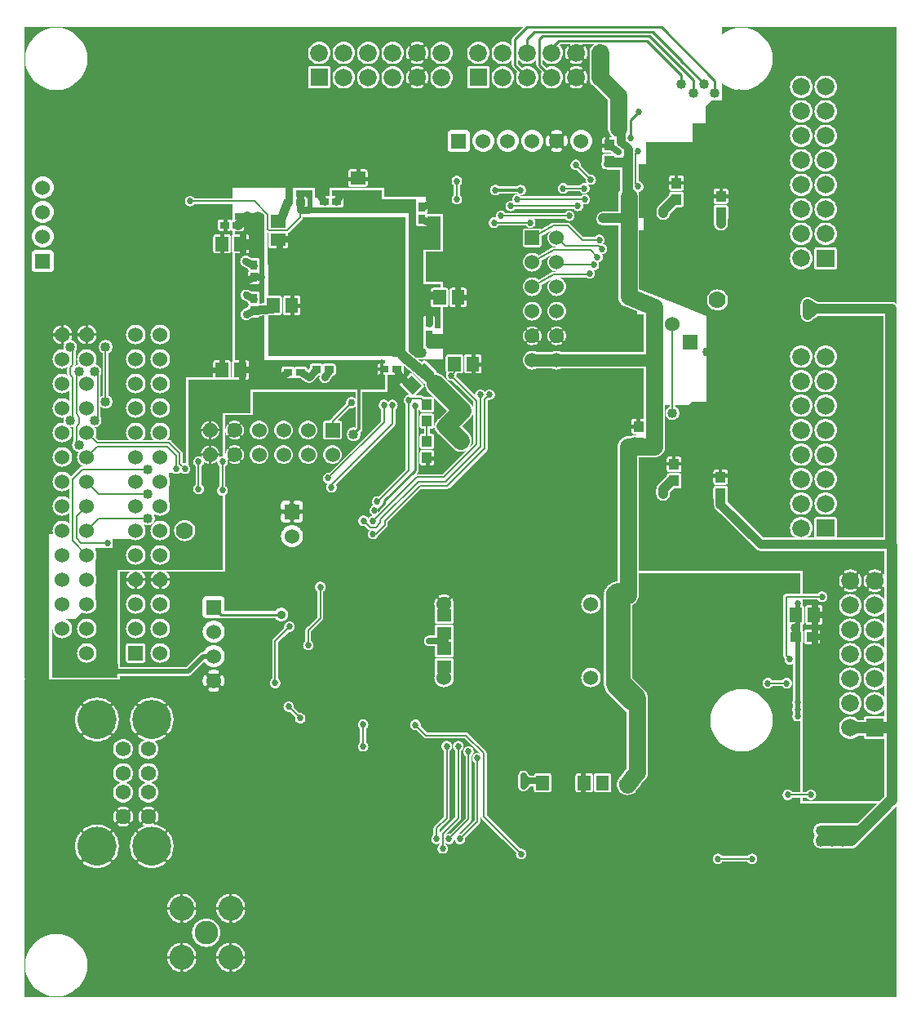
<source format=gbr>
G04 start of page 3 for group 1 idx 1 *
G04 Title: (unknown), solder *
G04 Creator: pcb 20091103 *
G04 CreationDate: Mon 12 Dec 2011 01:01:08 AM GMT UTC *
G04 For: haunma *
G04 Format: Gerber/RS-274X *
G04 PCB-Dimensions: 360000 400000 *
G04 PCB-Coordinate-Origin: lower left *
%MOIN*%
%FSLAX25Y25*%
%LNBACK*%
%ADD11C,0.0200*%
%ADD12C,0.0080*%
%ADD13C,0.0100*%
%ADD14C,0.0400*%
%ADD15C,0.0700*%
%ADD16C,0.0150*%
%ADD17C,0.0500*%
%ADD18C,0.0130*%
%ADD19C,0.0160*%
%ADD20C,0.0730*%
%ADD21C,0.0350*%
%ADD22C,0.0380*%
%ADD23C,0.0600*%
%ADD24C,0.0120*%
%ADD25C,0.0280*%
%ADD26C,0.0300*%
%ADD27C,0.0110*%
%ADD28C,0.0140*%
%ADD29C,0.0720*%
%ADD30C,0.0330*%
%ADD31C,0.0270*%
%ADD32C,0.0180*%
%ADD36C,0.0480*%
%ADD37C,0.0360*%
%ADD39C,0.0440*%
%ADD41C,0.0430*%
%ADD42C,0.0250*%
%ADD46C,0.0230*%
%ADD48C,0.1000*%
%ADD49C,0.0620*%
%ADD50C,0.1580*%
%ADD51C,0.0960*%
%ADD52R,0.0512X0.0512*%
%ADD54R,0.0276X0.0276*%
%ADD56R,0.0394X0.0394*%
%ADD74C,0.0420*%
%ADD75C,0.0410*%
%ADD76C,0.1300*%
%ADD77C,0.0394*%
%ADD78C,0.0945*%
%ADD79C,0.0660*%
%ADD80C,0.0190*%
%ADD81C,0.0780*%
%ADD82C,0.0460*%
%ADD83C,0.0340*%
%ADD84C,0.0320*%
G54D11*G36*
X339500Y107400D02*X340299Y107470D01*
X341073Y107677D01*
X341800Y108016D01*
X342457Y108476D01*
X342781Y108800D01*
X344900D01*
Y108400D01*
X344915Y108226D01*
X344960Y108058D01*
X345034Y107900D01*
X345134Y107757D01*
X345257Y107634D01*
X345400Y107534D01*
X345558Y107460D01*
X345726Y107415D01*
X345900Y107400D01*
X353100D01*
X353274Y107415D01*
X353299Y107422D01*
Y84019D01*
X351305Y82000D01*
X339500D01*
Y107400D01*
G37*
G36*
X349500Y117400D02*X350299Y117470D01*
X351073Y117677D01*
X351800Y118016D01*
X352457Y118476D01*
X353024Y119043D01*
X353299Y119436D01*
Y116578D01*
X353274Y116585D01*
X353100Y116600D01*
X349500D01*
Y117400D01*
G37*
G36*
Y127400D02*X350299Y127470D01*
X351073Y127677D01*
X351800Y128016D01*
X352457Y128476D01*
X353024Y129043D01*
X353299Y129436D01*
Y124564D01*
X353024Y124957D01*
X352457Y125524D01*
X351800Y125984D01*
X351073Y126323D01*
X350299Y126530D01*
X349500Y126600D01*
Y127400D01*
G37*
G36*
Y137400D02*X350299Y137470D01*
X351073Y137677D01*
X351800Y138016D01*
X352457Y138476D01*
X353024Y139043D01*
X353299Y139436D01*
Y134564D01*
X353024Y134957D01*
X352457Y135524D01*
X351800Y135984D01*
X351073Y136323D01*
X350299Y136530D01*
X349500Y136600D01*
Y137400D01*
G37*
G36*
Y147400D02*X350299Y147470D01*
X351073Y147677D01*
X351800Y148016D01*
X352457Y148476D01*
X353024Y149043D01*
X353299Y149436D01*
Y144564D01*
X353024Y144957D01*
X352457Y145524D01*
X351800Y145984D01*
X351073Y146323D01*
X350299Y146530D01*
X349500Y146600D01*
Y147400D01*
G37*
G36*
Y157400D02*X350299Y157470D01*
X351073Y157677D01*
X351800Y158016D01*
X352457Y158476D01*
X353024Y159043D01*
X353299Y159436D01*
Y154564D01*
X353024Y154957D01*
X352457Y155524D01*
X351800Y155984D01*
X351073Y156323D01*
X350299Y156530D01*
X349500Y156600D01*
Y157400D01*
G37*
G36*
Y184201D02*X353299D01*
Y174520D01*
X353257Y174549D01*
X353177Y174585D01*
X353093Y174606D01*
X353006Y174612D01*
X352919Y174603D01*
X352835Y174579D01*
X352757Y174541D01*
X352686Y174490D01*
X352626Y174427D01*
X352577Y174355D01*
X352541Y174275D01*
X352520Y174191D01*
X352514Y174104D01*
X352523Y174017D01*
X352547Y173933D01*
X352585Y173855D01*
X352740Y173569D01*
X352868Y173271D01*
X352969Y172963D01*
X353041Y172646D01*
X353085Y172325D01*
X353100Y172000D01*
X353085Y171676D01*
X353041Y171355D01*
X352969Y171038D01*
X352868Y170730D01*
X352740Y170432D01*
X352585Y170146D01*
X352586Y170147D01*
X352548Y170069D01*
X352524Y169985D01*
X352514Y169898D01*
X352520Y169812D01*
X352541Y169727D01*
X352577Y169647D01*
X352625Y169575D01*
X352686Y169512D01*
X352756Y169461D01*
X352834Y169423D01*
X352918Y169399D01*
X353005Y169389D01*
X353091Y169395D01*
X353176Y169416D01*
X353256Y169452D01*
X353299Y169481D01*
Y164564D01*
X353024Y164957D01*
X352457Y165524D01*
X351800Y165984D01*
X351073Y166323D01*
X350299Y166530D01*
X349500Y166600D01*
Y167400D01*
X349914Y167419D01*
X350325Y167475D01*
X350729Y167568D01*
X351123Y167697D01*
X351504Y167860D01*
X351869Y168058D01*
X351868Y168057D01*
X351939Y168108D01*
X351999Y168171D01*
X352048Y168243D01*
X352084Y168323D01*
X352105Y168407D01*
X352111Y168494D01*
X352102Y168581D01*
X352078Y168665D01*
X352040Y168743D01*
X351989Y168814D01*
X351926Y168874D01*
X351854Y168923D01*
X351774Y168959D01*
X351690Y168980D01*
X351603Y168986D01*
X351516Y168977D01*
X351432Y168953D01*
X351354Y168915D01*
X351068Y168760D01*
X350770Y168632D01*
X350462Y168531D01*
X350145Y168459D01*
X349824Y168415D01*
X349500Y168400D01*
Y175600D01*
X349824Y175586D01*
X350145Y175542D01*
X350462Y175470D01*
X350770Y175369D01*
X351068Y175241D01*
X351354Y175086D01*
X351353Y175087D01*
X351431Y175049D01*
X351515Y175025D01*
X351602Y175015D01*
X351688Y175021D01*
X351773Y175042D01*
X351853Y175078D01*
X351925Y175126D01*
X351988Y175187D01*
X352039Y175257D01*
X352077Y175335D01*
X352101Y175419D01*
X352111Y175506D01*
X352105Y175592D01*
X352084Y175677D01*
X352048Y175757D01*
X352000Y175829D01*
X351939Y175892D01*
X351869Y175943D01*
X351504Y176141D01*
X351123Y176304D01*
X350729Y176433D01*
X350325Y176526D01*
X349914Y176582D01*
X349500Y176600D01*
Y184201D01*
G37*
G36*
X345693Y119447D02*X345976Y119043D01*
X346543Y118476D01*
X347200Y118016D01*
X347927Y117677D01*
X348701Y117470D01*
X349500Y117400D01*
Y116600D01*
X345900D01*
X345726Y116585D01*
X345693Y116576D01*
Y119447D01*
G37*
G36*
Y129447D02*X345976Y129043D01*
X346543Y128476D01*
X347200Y128016D01*
X347927Y127677D01*
X348701Y127470D01*
X349500Y127400D01*
Y126600D01*
X348701Y126530D01*
X347927Y126323D01*
X347200Y125984D01*
X346543Y125524D01*
X345976Y124957D01*
X345693Y124553D01*
Y129447D01*
G37*
G36*
Y139447D02*X345976Y139043D01*
X346543Y138476D01*
X347200Y138016D01*
X347927Y137677D01*
X348701Y137470D01*
X349500Y137400D01*
Y136600D01*
X348701Y136530D01*
X347927Y136323D01*
X347200Y135984D01*
X346543Y135524D01*
X345976Y134957D01*
X345693Y134553D01*
Y139447D01*
G37*
G36*
Y149447D02*X345976Y149043D01*
X346543Y148476D01*
X347200Y148016D01*
X347927Y147677D01*
X348701Y147470D01*
X349500Y147400D01*
Y146600D01*
X348701Y146530D01*
X347927Y146323D01*
X347200Y145984D01*
X346543Y145524D01*
X345976Y144957D01*
X345693Y144553D01*
Y149447D01*
G37*
G36*
Y159447D02*X345976Y159043D01*
X346543Y158476D01*
X347200Y158016D01*
X347927Y157677D01*
X348701Y157470D01*
X349500Y157400D01*
Y156600D01*
X348701Y156530D01*
X347927Y156323D01*
X347200Y155984D01*
X346543Y155524D01*
X345976Y154957D01*
X345693Y154553D01*
Y159447D01*
G37*
G36*
Y184201D02*X349500D01*
Y176600D01*
X349085Y176582D01*
X348674Y176526D01*
X348270Y176433D01*
X347876Y176304D01*
X347495Y176141D01*
X347130Y175943D01*
X347131Y175944D01*
X347060Y175893D01*
X347000Y175830D01*
X346951Y175758D01*
X346915Y175678D01*
X346894Y175594D01*
X346888Y175507D01*
X346897Y175420D01*
X346921Y175336D01*
X346959Y175258D01*
X347010Y175187D01*
X347073Y175127D01*
X347145Y175078D01*
X347225Y175042D01*
X347309Y175021D01*
X347396Y175015D01*
X347483Y175024D01*
X347567Y175048D01*
X347645Y175086D01*
X347931Y175241D01*
X348229Y175369D01*
X348537Y175470D01*
X348854Y175542D01*
X349175Y175586D01*
X349500Y175600D01*
Y168400D01*
X349175Y168415D01*
X348854Y168459D01*
X348537Y168531D01*
X348229Y168632D01*
X347931Y168760D01*
X347645Y168915D01*
X347646Y168914D01*
X347568Y168952D01*
X347484Y168976D01*
X347397Y168986D01*
X347311Y168980D01*
X347226Y168959D01*
X347146Y168923D01*
X347074Y168875D01*
X347011Y168814D01*
X346960Y168744D01*
X346922Y168666D01*
X346898Y168582D01*
X346888Y168495D01*
X346894Y168409D01*
X346915Y168324D01*
X346951Y168244D01*
X346999Y168172D01*
X347060Y168109D01*
X347130Y168058D01*
X347495Y167860D01*
X347876Y167697D01*
X348270Y167568D01*
X348674Y167475D01*
X349085Y167419D01*
X349500Y167400D01*
Y166600D01*
X348701Y166530D01*
X347927Y166323D01*
X347200Y165984D01*
X346543Y165524D01*
X345976Y164957D01*
X345693Y164553D01*
Y169485D01*
X345742Y169452D01*
X345822Y169416D01*
X345906Y169395D01*
X345993Y169389D01*
X346080Y169398D01*
X346164Y169422D01*
X346242Y169460D01*
X346313Y169511D01*
X346373Y169574D01*
X346422Y169646D01*
X346458Y169726D01*
X346479Y169810D01*
X346485Y169897D01*
X346476Y169984D01*
X346452Y170068D01*
X346414Y170146D01*
X346259Y170432D01*
X346131Y170730D01*
X346030Y171038D01*
X345958Y171355D01*
X345914Y171676D01*
X345900Y172000D01*
X345914Y172325D01*
X345958Y172646D01*
X346030Y172963D01*
X346131Y173271D01*
X346259Y173569D01*
X346414Y173855D01*
X346413Y173854D01*
X346451Y173932D01*
X346475Y174016D01*
X346485Y174103D01*
X346479Y174189D01*
X346458Y174274D01*
X346422Y174354D01*
X346374Y174426D01*
X346313Y174489D01*
X346243Y174540D01*
X346165Y174578D01*
X346081Y174602D01*
X345994Y174612D01*
X345908Y174606D01*
X345823Y174585D01*
X345743Y174549D01*
X345693Y174516D01*
Y184201D01*
G37*
G36*
X343307D02*X345693D01*
Y174516D01*
X345671Y174501D01*
X345608Y174440D01*
X345557Y174370D01*
X345359Y174005D01*
X345196Y173624D01*
X345067Y173230D01*
X344974Y172826D01*
X344918Y172415D01*
X344900Y172000D01*
X344918Y171586D01*
X344974Y171175D01*
X345067Y170771D01*
X345196Y170377D01*
X345359Y169996D01*
X345557Y169631D01*
X345556Y169632D01*
X345607Y169561D01*
X345670Y169501D01*
X345693Y169485D01*
Y164553D01*
X345516Y164300D01*
X345177Y163573D01*
X344970Y162799D01*
X344900Y162000D01*
X344970Y161201D01*
X345177Y160427D01*
X345516Y159700D01*
X345693Y159447D01*
Y154553D01*
X345516Y154300D01*
X345177Y153573D01*
X344970Y152799D01*
X344900Y152000D01*
X344970Y151201D01*
X345177Y150427D01*
X345516Y149700D01*
X345693Y149447D01*
Y144553D01*
X345516Y144300D01*
X345177Y143573D01*
X344970Y142799D01*
X344900Y142000D01*
X344970Y141201D01*
X345177Y140427D01*
X345516Y139700D01*
X345693Y139447D01*
Y134553D01*
X345516Y134300D01*
X345177Y133573D01*
X344970Y132799D01*
X344900Y132000D01*
X344970Y131201D01*
X345177Y130427D01*
X345516Y129700D01*
X345693Y129447D01*
Y124553D01*
X345516Y124300D01*
X345177Y123573D01*
X344970Y122799D01*
X344900Y122000D01*
X344970Y121201D01*
X345177Y120427D01*
X345516Y119700D01*
X345693Y119447D01*
Y116576D01*
X345558Y116540D01*
X345400Y116466D01*
X345257Y116366D01*
X345134Y116243D01*
X345034Y116100D01*
X344960Y115942D01*
X344915Y115774D01*
X344900Y115600D01*
Y115201D01*
X343307D01*
Y119447D01*
X343484Y119700D01*
X343823Y120427D01*
X344030Y121201D01*
X344100Y122000D01*
X344030Y122799D01*
X343823Y123573D01*
X343484Y124300D01*
X343307Y124553D01*
Y129447D01*
X343484Y129700D01*
X343823Y130427D01*
X344030Y131201D01*
X344100Y132000D01*
X344030Y132799D01*
X343823Y133573D01*
X343484Y134300D01*
X343307Y134553D01*
Y139447D01*
X343484Y139700D01*
X343823Y140427D01*
X344030Y141201D01*
X344100Y142000D01*
X344030Y142799D01*
X343823Y143573D01*
X343484Y144300D01*
X343307Y144553D01*
Y149447D01*
X343484Y149700D01*
X343823Y150427D01*
X344030Y151201D01*
X344100Y152000D01*
X344030Y152799D01*
X343823Y153573D01*
X343484Y154300D01*
X343307Y154553D01*
Y159447D01*
X343484Y159700D01*
X343823Y160427D01*
X344030Y161201D01*
X344100Y162000D01*
X344030Y162799D01*
X343823Y163573D01*
X343484Y164300D01*
X343307Y164553D01*
Y169486D01*
X343328Y169500D01*
X343391Y169561D01*
X343442Y169631D01*
X343640Y169996D01*
X343803Y170377D01*
X343932Y170771D01*
X344025Y171175D01*
X344081Y171586D01*
X344100Y172000D01*
X344081Y172415D01*
X344025Y172826D01*
X343932Y173230D01*
X343803Y173624D01*
X343640Y174005D01*
X343442Y174370D01*
X343443Y174369D01*
X343392Y174440D01*
X343329Y174500D01*
X343307Y174515D01*
Y184201D01*
G37*
G36*
Y154553D02*X343024Y154957D01*
X342457Y155524D01*
X341800Y155984D01*
X341073Y156323D01*
X340299Y156530D01*
X339500Y156600D01*
Y157400D01*
X340299Y157470D01*
X341073Y157677D01*
X341800Y158016D01*
X342457Y158476D01*
X343024Y159043D01*
X343307Y159447D01*
Y154553D01*
G37*
G36*
Y144553D02*X343024Y144957D01*
X342457Y145524D01*
X341800Y145984D01*
X341073Y146323D01*
X340299Y146530D01*
X339500Y146600D01*
Y147400D01*
X340299Y147470D01*
X341073Y147677D01*
X341800Y148016D01*
X342457Y148476D01*
X343024Y149043D01*
X343307Y149447D01*
Y144553D01*
G37*
G36*
Y134553D02*X343024Y134957D01*
X342457Y135524D01*
X341800Y135984D01*
X341073Y136323D01*
X340299Y136530D01*
X339500Y136600D01*
Y137400D01*
X340299Y137470D01*
X341073Y137677D01*
X341800Y138016D01*
X342457Y138476D01*
X343024Y139043D01*
X343307Y139447D01*
Y134553D01*
G37*
G36*
Y124553D02*X343024Y124957D01*
X342457Y125524D01*
X341800Y125984D01*
X341073Y126323D01*
X340299Y126530D01*
X339500Y126600D01*
Y127400D01*
X340299Y127470D01*
X341073Y127677D01*
X341800Y128016D01*
X342457Y128476D01*
X343024Y129043D01*
X343307Y129447D01*
Y124553D01*
G37*
G36*
Y115201D02*X342780D01*
X342457Y115524D01*
X341800Y115984D01*
X341073Y116323D01*
X340299Y116530D01*
X339500Y116600D01*
Y117400D01*
X340299Y117470D01*
X341073Y117677D01*
X341800Y118016D01*
X342457Y118476D01*
X343024Y119043D01*
X343307Y119447D01*
Y115201D01*
G37*
G36*
X339500Y184201D02*X343307D01*
Y174515D01*
X343257Y174549D01*
X343177Y174585D01*
X343093Y174606D01*
X343006Y174612D01*
X342919Y174603D01*
X342835Y174579D01*
X342757Y174541D01*
X342686Y174490D01*
X342626Y174427D01*
X342577Y174355D01*
X342541Y174275D01*
X342520Y174191D01*
X342514Y174104D01*
X342523Y174017D01*
X342547Y173933D01*
X342585Y173855D01*
X342740Y173569D01*
X342868Y173271D01*
X342969Y172963D01*
X343041Y172646D01*
X343085Y172325D01*
X343100Y172000D01*
X343085Y171676D01*
X343041Y171355D01*
X342969Y171038D01*
X342868Y170730D01*
X342740Y170432D01*
X342585Y170146D01*
X342586Y170147D01*
X342548Y170069D01*
X342524Y169985D01*
X342514Y169898D01*
X342520Y169812D01*
X342541Y169727D01*
X342577Y169647D01*
X342625Y169575D01*
X342686Y169512D01*
X342756Y169461D01*
X342834Y169423D01*
X342918Y169399D01*
X343005Y169389D01*
X343091Y169395D01*
X343176Y169416D01*
X343256Y169452D01*
X343307Y169486D01*
Y164553D01*
X343024Y164957D01*
X342457Y165524D01*
X341800Y165984D01*
X341073Y166323D01*
X340299Y166530D01*
X339500Y166600D01*
Y167400D01*
X339914Y167419D01*
X340325Y167475D01*
X340729Y167568D01*
X341123Y167697D01*
X341504Y167860D01*
X341869Y168058D01*
X341868Y168057D01*
X341939Y168108D01*
X341999Y168171D01*
X342048Y168243D01*
X342084Y168323D01*
X342105Y168407D01*
X342111Y168494D01*
X342102Y168581D01*
X342078Y168665D01*
X342040Y168743D01*
X341989Y168814D01*
X341926Y168874D01*
X341854Y168923D01*
X341774Y168959D01*
X341690Y168980D01*
X341603Y168986D01*
X341516Y168977D01*
X341432Y168953D01*
X341354Y168915D01*
X341068Y168760D01*
X340770Y168632D01*
X340462Y168531D01*
X340145Y168459D01*
X339824Y168415D01*
X339500Y168400D01*
Y175600D01*
X339824Y175586D01*
X340145Y175542D01*
X340462Y175470D01*
X340770Y175369D01*
X341068Y175241D01*
X341354Y175086D01*
X341353Y175087D01*
X341431Y175049D01*
X341515Y175025D01*
X341602Y175015D01*
X341688Y175021D01*
X341773Y175042D01*
X341853Y175078D01*
X341925Y175126D01*
X341988Y175187D01*
X342039Y175257D01*
X342077Y175335D01*
X342101Y175419D01*
X342111Y175506D01*
X342105Y175592D01*
X342084Y175677D01*
X342048Y175757D01*
X342000Y175829D01*
X341939Y175892D01*
X341869Y175943D01*
X341504Y176141D01*
X341123Y176304D01*
X340729Y176433D01*
X340325Y176526D01*
X339914Y176582D01*
X339500Y176600D01*
Y184201D01*
G37*
G36*
X335693Y109447D02*X335976Y109043D01*
X336543Y108476D01*
X337200Y108016D01*
X337927Y107677D01*
X338701Y107470D01*
X339500Y107400D01*
Y82000D01*
X335693D01*
Y109447D01*
G37*
G36*
Y119447D02*X335976Y119043D01*
X336543Y118476D01*
X337200Y118016D01*
X337927Y117677D01*
X338701Y117470D01*
X339500Y117400D01*
Y116600D01*
X338701Y116530D01*
X337927Y116323D01*
X337200Y115984D01*
X336543Y115524D01*
X335976Y114957D01*
X335693Y114553D01*
Y119447D01*
G37*
G36*
Y129447D02*X335976Y129043D01*
X336543Y128476D01*
X337200Y128016D01*
X337927Y127677D01*
X338701Y127470D01*
X339500Y127400D01*
Y126600D01*
X338701Y126530D01*
X337927Y126323D01*
X337200Y125984D01*
X336543Y125524D01*
X335976Y124957D01*
X335693Y124553D01*
Y129447D01*
G37*
G36*
Y139447D02*X335976Y139043D01*
X336543Y138476D01*
X337200Y138016D01*
X337927Y137677D01*
X338701Y137470D01*
X339500Y137400D01*
Y136600D01*
X338701Y136530D01*
X337927Y136323D01*
X337200Y135984D01*
X336543Y135524D01*
X335976Y134957D01*
X335693Y134553D01*
Y139447D01*
G37*
G36*
Y149447D02*X335976Y149043D01*
X336543Y148476D01*
X337200Y148016D01*
X337927Y147677D01*
X338701Y147470D01*
X339500Y147400D01*
Y146600D01*
X338701Y146530D01*
X337927Y146323D01*
X337200Y145984D01*
X336543Y145524D01*
X335976Y144957D01*
X335693Y144553D01*
Y149447D01*
G37*
G36*
Y159447D02*X335976Y159043D01*
X336543Y158476D01*
X337200Y158016D01*
X337927Y157677D01*
X338701Y157470D01*
X339500Y157400D01*
Y156600D01*
X338701Y156530D01*
X337927Y156323D01*
X337200Y155984D01*
X336543Y155524D01*
X335976Y154957D01*
X335693Y154553D01*
Y159447D01*
G37*
G36*
Y184201D02*X339500D01*
Y176600D01*
X339085Y176582D01*
X338674Y176526D01*
X338270Y176433D01*
X337876Y176304D01*
X337495Y176141D01*
X337130Y175943D01*
X337131Y175944D01*
X337060Y175893D01*
X337000Y175830D01*
X336951Y175758D01*
X336915Y175678D01*
X336894Y175594D01*
X336888Y175507D01*
X336897Y175420D01*
X336921Y175336D01*
X336959Y175258D01*
X337010Y175187D01*
X337073Y175127D01*
X337145Y175078D01*
X337225Y175042D01*
X337309Y175021D01*
X337396Y175015D01*
X337483Y175024D01*
X337567Y175048D01*
X337645Y175086D01*
X337931Y175241D01*
X338229Y175369D01*
X338537Y175470D01*
X338854Y175542D01*
X339175Y175586D01*
X339500Y175600D01*
Y168400D01*
X339175Y168415D01*
X338854Y168459D01*
X338537Y168531D01*
X338229Y168632D01*
X337931Y168760D01*
X337645Y168915D01*
X337646Y168914D01*
X337568Y168952D01*
X337484Y168976D01*
X337397Y168986D01*
X337311Y168980D01*
X337226Y168959D01*
X337146Y168923D01*
X337074Y168875D01*
X337011Y168814D01*
X336960Y168744D01*
X336922Y168666D01*
X336898Y168582D01*
X336888Y168495D01*
X336894Y168409D01*
X336915Y168324D01*
X336951Y168244D01*
X336999Y168172D01*
X337060Y168109D01*
X337130Y168058D01*
X337495Y167860D01*
X337876Y167697D01*
X338270Y167568D01*
X338674Y167475D01*
X339085Y167419D01*
X339500Y167400D01*
Y166600D01*
X338701Y166530D01*
X337927Y166323D01*
X337200Y165984D01*
X336543Y165524D01*
X335976Y164957D01*
X335693Y164553D01*
Y169485D01*
X335742Y169452D01*
X335822Y169416D01*
X335906Y169395D01*
X335993Y169389D01*
X336080Y169398D01*
X336164Y169422D01*
X336242Y169460D01*
X336313Y169511D01*
X336373Y169574D01*
X336422Y169646D01*
X336458Y169726D01*
X336479Y169810D01*
X336485Y169897D01*
X336476Y169984D01*
X336452Y170068D01*
X336414Y170146D01*
X336259Y170432D01*
X336131Y170730D01*
X336030Y171038D01*
X335958Y171355D01*
X335914Y171676D01*
X335900Y172000D01*
X335914Y172325D01*
X335958Y172646D01*
X336030Y172963D01*
X336131Y173271D01*
X336259Y173569D01*
X336414Y173855D01*
X336413Y173854D01*
X336451Y173932D01*
X336475Y174016D01*
X336485Y174103D01*
X336479Y174189D01*
X336458Y174274D01*
X336422Y174354D01*
X336374Y174426D01*
X336313Y174489D01*
X336243Y174540D01*
X336165Y174578D01*
X336081Y174602D01*
X335994Y174612D01*
X335908Y174606D01*
X335823Y174585D01*
X335743Y174549D01*
X335693Y174516D01*
Y184201D01*
G37*
G36*
X324640D02*X335693D01*
Y174516D01*
X335671Y174501D01*
X335608Y174440D01*
X335557Y174370D01*
X335359Y174005D01*
X335196Y173624D01*
X335067Y173230D01*
X334974Y172826D01*
X334918Y172415D01*
X334900Y172000D01*
X334918Y171586D01*
X334974Y171175D01*
X335067Y170771D01*
X335196Y170377D01*
X335359Y169996D01*
X335557Y169631D01*
X335556Y169632D01*
X335607Y169561D01*
X335670Y169501D01*
X335693Y169485D01*
Y164553D01*
X335516Y164300D01*
X335177Y163573D01*
X334970Y162799D01*
X334900Y162000D01*
X334970Y161201D01*
X335177Y160427D01*
X335516Y159700D01*
X335693Y159447D01*
Y154553D01*
X335516Y154300D01*
X335177Y153573D01*
X334970Y152799D01*
X334900Y152000D01*
X334970Y151201D01*
X335177Y150427D01*
X335516Y149700D01*
X335693Y149447D01*
Y144553D01*
X335516Y144300D01*
X335177Y143573D01*
X334970Y142799D01*
X334900Y142000D01*
X334970Y141201D01*
X335177Y140427D01*
X335516Y139700D01*
X335693Y139447D01*
Y134553D01*
X335516Y134300D01*
X335177Y133573D01*
X334970Y132799D01*
X334900Y132000D01*
X334970Y131201D01*
X335177Y130427D01*
X335516Y129700D01*
X335693Y129447D01*
Y124553D01*
X335516Y124300D01*
X335177Y123573D01*
X334970Y122799D01*
X334900Y122000D01*
X334970Y121201D01*
X335177Y120427D01*
X335516Y119700D01*
X335693Y119447D01*
Y114553D01*
X335516Y114300D01*
X335177Y113573D01*
X334970Y112799D01*
X334900Y112000D01*
X334970Y111201D01*
X335177Y110427D01*
X335516Y109700D01*
X335693Y109447D01*
Y82000D01*
X324640D01*
Y82854D01*
X324782Y82953D01*
X325047Y83218D01*
X325262Y83525D01*
X325420Y83865D01*
X325517Y84227D01*
X325550Y84600D01*
X325517Y84973D01*
X325420Y85335D01*
X325262Y85675D01*
X325047Y85982D01*
X324782Y86247D01*
X324640Y86346D01*
Y146131D01*
X326012D01*
X326186Y146146D01*
X326354Y146191D01*
X326512Y146265D01*
X326655Y146365D01*
X326778Y146488D01*
X326878Y146631D01*
X326952Y146789D01*
X326997Y146957D01*
X327012Y147131D01*
Y151069D01*
X326997Y151243D01*
X326952Y151411D01*
X326878Y151569D01*
X326778Y151712D01*
X326655Y151835D01*
X326512Y151935D01*
X326354Y152009D01*
X326186Y152054D01*
X326012Y152069D01*
X324640D01*
Y154048D01*
X327199D01*
X327373Y154063D01*
X327541Y154108D01*
X327699Y154182D01*
X327842Y154282D01*
X327965Y154405D01*
X328065Y154548D01*
X328139Y154706D01*
X328184Y154874D01*
X328199Y155048D01*
Y160952D01*
X328184Y161126D01*
X328139Y161294D01*
X328065Y161452D01*
X327965Y161595D01*
X327842Y161718D01*
X327699Y161818D01*
X327541Y161892D01*
X327373Y161937D01*
X327199Y161952D01*
X324640D01*
Y164300D01*
X326126D01*
X326253Y164118D01*
X326518Y163853D01*
X326825Y163638D01*
X327165Y163480D01*
X327527Y163383D01*
X327900Y163350D01*
X328273Y163383D01*
X328635Y163480D01*
X328975Y163638D01*
X329282Y163853D01*
X329547Y164118D01*
X329762Y164425D01*
X329920Y164765D01*
X330017Y165127D01*
X330050Y165500D01*
X330017Y165873D01*
X329920Y166235D01*
X329762Y166575D01*
X329547Y166882D01*
X329282Y167147D01*
X328975Y167362D01*
X328635Y167520D01*
X328273Y167617D01*
X327900Y167650D01*
X327527Y167617D01*
X327165Y167520D01*
X326825Y167362D01*
X326518Y167147D01*
X326253Y166882D01*
X326126Y166700D01*
X324640D01*
Y184201D01*
G37*
G36*
Y86346D02*X324475Y86462D01*
X324135Y86620D01*
X323773Y86717D01*
X323400Y86750D01*
X323027Y86717D01*
X322665Y86620D01*
X322325Y86462D01*
X322018Y86247D01*
X321753Y85982D01*
X321626Y85800D01*
X319900D01*
Y115922D01*
X319920Y115965D01*
X320017Y116327D01*
X320050Y116700D01*
X320017Y117073D01*
X319920Y117435D01*
X319900Y117478D01*
Y118722D01*
X319920Y118765D01*
X320017Y119127D01*
X320050Y119500D01*
X320017Y119873D01*
X319920Y120235D01*
X319900Y120278D01*
Y121522D01*
X319920Y121565D01*
X320017Y121927D01*
X320050Y122300D01*
X320017Y122673D01*
X319920Y123035D01*
X319900Y123078D01*
Y146321D01*
X319963Y146365D01*
X320086Y146488D01*
X320186Y146631D01*
X320260Y146789D01*
X320305Y146957D01*
X320320Y147131D01*
Y151069D01*
X320305Y151243D01*
X320260Y151411D01*
X320186Y151569D01*
X320086Y151712D01*
X319963Y151835D01*
X319900Y151879D01*
Y154065D01*
X320061Y154108D01*
X320219Y154182D01*
X320362Y154282D01*
X320485Y154405D01*
X320585Y154548D01*
X320659Y154706D01*
X320704Y154874D01*
X320719Y155048D01*
Y160952D01*
X320704Y161126D01*
X320659Y161294D01*
X320585Y161452D01*
X320485Y161595D01*
X320362Y161718D01*
X320219Y161818D01*
X320061Y161892D01*
X319953Y161921D01*
X320020Y162065D01*
X320117Y162427D01*
X320150Y162800D01*
X320117Y163173D01*
X320020Y163535D01*
X319900Y163793D01*
Y164300D01*
X324640D01*
Y161952D01*
X322081D01*
X321907Y161937D01*
X321739Y161892D01*
X321581Y161818D01*
X321438Y161718D01*
X321315Y161595D01*
X321215Y161452D01*
X321141Y161294D01*
X321096Y161126D01*
X321081Y160952D01*
Y155048D01*
X321096Y154874D01*
X321141Y154706D01*
X321215Y154548D01*
X321315Y154405D01*
X321438Y154282D01*
X321581Y154182D01*
X321739Y154108D01*
X321907Y154063D01*
X322081Y154048D01*
X324640D01*
Y152069D01*
X321680D01*
X321506Y152054D01*
X321338Y152009D01*
X321180Y151935D01*
X321037Y151835D01*
X320914Y151712D01*
X320814Y151569D01*
X320740Y151411D01*
X320695Y151243D01*
X320680Y151069D01*
Y147131D01*
X320695Y146957D01*
X320740Y146789D01*
X320814Y146631D01*
X320914Y146488D01*
X321037Y146365D01*
X321180Y146265D01*
X321338Y146191D01*
X321506Y146146D01*
X321680Y146131D01*
X324640D01*
Y86346D01*
G37*
G36*
Y82000D02*X319900D01*
Y83400D01*
X321626D01*
X321753Y83218D01*
X322018Y82953D01*
X322325Y82738D01*
X322665Y82580D01*
X323027Y82483D01*
X323400Y82450D01*
X323773Y82483D01*
X324135Y82580D01*
X324475Y82738D01*
X324640Y82854D01*
Y82000D01*
G37*
G36*
X286500Y199381D02*X300891Y184990D01*
X300989Y184908D01*
X301065Y184832D01*
X301155Y184769D01*
X301252Y184688D01*
X301364Y184623D01*
X301450Y184563D01*
X301538Y184522D01*
X301659Y184452D01*
X301792Y184404D01*
X301877Y184364D01*
X301970Y184339D01*
X302102Y184291D01*
X302236Y184268D01*
X302331Y184242D01*
X302435Y184233D01*
X302565Y184210D01*
X302697D01*
X302800Y184201D01*
X324640D01*
Y166700D01*
X319900D01*
Y176000D01*
X286500D01*
Y199381D01*
G37*
G36*
X329400Y280200D02*X353099D01*
Y189600D01*
X333951D01*
X333985Y189726D01*
X334000Y189900D01*
Y197100D01*
X333985Y197274D01*
X333940Y197442D01*
X333866Y197600D01*
X333766Y197743D01*
X333643Y197866D01*
X333500Y197966D01*
X333342Y198040D01*
X333174Y198085D01*
X333000Y198100D01*
X329400D01*
Y198900D01*
X330199Y198970D01*
X330973Y199177D01*
X331700Y199516D01*
X332357Y199976D01*
X332924Y200543D01*
X333384Y201200D01*
X333723Y201927D01*
X333930Y202701D01*
X334000Y203500D01*
X333930Y204299D01*
X333723Y205073D01*
X333384Y205800D01*
X332924Y206457D01*
X332357Y207024D01*
X331700Y207484D01*
X330973Y207823D01*
X330199Y208030D01*
X329400Y208100D01*
Y208900D01*
X330199Y208970D01*
X330973Y209177D01*
X331700Y209516D01*
X332357Y209976D01*
X332924Y210543D01*
X333384Y211200D01*
X333723Y211927D01*
X333930Y212701D01*
X334000Y213500D01*
X333930Y214299D01*
X333723Y215073D01*
X333384Y215800D01*
X332924Y216457D01*
X332357Y217024D01*
X331700Y217484D01*
X330973Y217823D01*
X330199Y218030D01*
X329400Y218100D01*
Y218900D01*
X330199Y218970D01*
X330973Y219177D01*
X331700Y219516D01*
X332357Y219976D01*
X332924Y220543D01*
X333384Y221200D01*
X333723Y221927D01*
X333930Y222701D01*
X334000Y223500D01*
X333930Y224299D01*
X333723Y225073D01*
X333384Y225800D01*
X332924Y226457D01*
X332357Y227024D01*
X331700Y227484D01*
X330973Y227823D01*
X330199Y228030D01*
X329400Y228100D01*
Y228900D01*
X330199Y228970D01*
X330973Y229177D01*
X331700Y229516D01*
X332357Y229976D01*
X332924Y230543D01*
X333384Y231200D01*
X333723Y231927D01*
X333930Y232701D01*
X334000Y233500D01*
X333930Y234299D01*
X333723Y235073D01*
X333384Y235800D01*
X332924Y236457D01*
X332357Y237024D01*
X331700Y237484D01*
X330973Y237823D01*
X330199Y238030D01*
X329400Y238100D01*
Y238900D01*
X330199Y238970D01*
X330973Y239177D01*
X331700Y239516D01*
X332357Y239976D01*
X332924Y240543D01*
X333384Y241200D01*
X333723Y241927D01*
X333930Y242701D01*
X334000Y243500D01*
X333930Y244299D01*
X333723Y245073D01*
X333384Y245800D01*
X332924Y246457D01*
X332357Y247024D01*
X331700Y247484D01*
X330973Y247823D01*
X330199Y248030D01*
X329400Y248100D01*
Y248900D01*
X330199Y248970D01*
X330973Y249177D01*
X331700Y249516D01*
X332357Y249976D01*
X332924Y250543D01*
X333384Y251200D01*
X333723Y251927D01*
X333930Y252701D01*
X334000Y253500D01*
X333930Y254299D01*
X333723Y255073D01*
X333384Y255800D01*
X332924Y256457D01*
X332357Y257024D01*
X331700Y257484D01*
X330973Y257823D01*
X330199Y258030D01*
X329400Y258100D01*
Y258900D01*
X330199Y258970D01*
X330973Y259177D01*
X331700Y259516D01*
X332357Y259976D01*
X332924Y260543D01*
X333384Y261200D01*
X333723Y261927D01*
X333930Y262701D01*
X334000Y263500D01*
X333930Y264299D01*
X333723Y265073D01*
X333384Y265800D01*
X332924Y266457D01*
X332357Y267024D01*
X331700Y267484D01*
X330973Y267823D01*
X330199Y268030D01*
X329400Y268100D01*
Y280200D01*
G37*
G36*
X319400Y279475D02*X319430Y279410D01*
X319474Y279293D01*
X319526Y279204D01*
X319575Y279100D01*
X319656Y278984D01*
X319722Y278873D01*
X319788Y278796D01*
X319855Y278700D01*
X319957Y278598D01*
X320039Y278502D01*
X320118Y278437D01*
X320200Y278355D01*
X320319Y278272D01*
X320416Y278192D01*
X320503Y278143D01*
X320600Y278075D01*
X320733Y278013D01*
X320841Y277952D01*
X320937Y277918D01*
X321042Y277869D01*
X321177Y277833D01*
X321301Y277789D01*
X321409Y277771D01*
X321514Y277743D01*
X321650Y277731D01*
X321782Y277709D01*
X321886Y277710D01*
X322000Y277700D01*
X322143Y277713D01*
X322270Y277714D01*
X322372Y277733D01*
X322486Y277743D01*
X322620Y277779D01*
X322750Y277803D01*
X322848Y277840D01*
X322958Y277869D01*
X323090Y277930D01*
X323207Y277974D01*
X323296Y278026D01*
X323400Y278075D01*
X323517Y278157D01*
X323627Y278222D01*
X326396Y280200D01*
X329400D01*
Y268100D01*
X328601Y268030D01*
X327827Y267823D01*
X327100Y267484D01*
X326443Y267024D01*
X325876Y266457D01*
X325416Y265800D01*
X325077Y265073D01*
X324870Y264299D01*
X324800Y263500D01*
X324870Y262701D01*
X325077Y261927D01*
X325416Y261200D01*
X325876Y260543D01*
X326443Y259976D01*
X327100Y259516D01*
X327827Y259177D01*
X328601Y258970D01*
X329400Y258900D01*
Y258100D01*
X328601Y258030D01*
X327827Y257823D01*
X327100Y257484D01*
X326443Y257024D01*
X325876Y256457D01*
X325416Y255800D01*
X325077Y255073D01*
X324870Y254299D01*
X324800Y253500D01*
X324870Y252701D01*
X325077Y251927D01*
X325416Y251200D01*
X325876Y250543D01*
X326443Y249976D01*
X327100Y249516D01*
X327827Y249177D01*
X328601Y248970D01*
X329400Y248900D01*
Y248100D01*
X328601Y248030D01*
X327827Y247823D01*
X327100Y247484D01*
X326443Y247024D01*
X325876Y246457D01*
X325416Y245800D01*
X325077Y245073D01*
X324870Y244299D01*
X324800Y243500D01*
X324870Y242701D01*
X325077Y241927D01*
X325416Y241200D01*
X325876Y240543D01*
X326443Y239976D01*
X327100Y239516D01*
X327827Y239177D01*
X328601Y238970D01*
X329400Y238900D01*
Y238100D01*
X328601Y238030D01*
X327827Y237823D01*
X327100Y237484D01*
X326443Y237024D01*
X325876Y236457D01*
X325416Y235800D01*
X325077Y235073D01*
X324870Y234299D01*
X324800Y233500D01*
X324870Y232701D01*
X325077Y231927D01*
X325416Y231200D01*
X325876Y230543D01*
X326443Y229976D01*
X327100Y229516D01*
X327827Y229177D01*
X328601Y228970D01*
X329400Y228900D01*
Y228100D01*
X328601Y228030D01*
X327827Y227823D01*
X327100Y227484D01*
X326443Y227024D01*
X325876Y226457D01*
X325416Y225800D01*
X325077Y225073D01*
X324870Y224299D01*
X324800Y223500D01*
X324870Y222701D01*
X325077Y221927D01*
X325416Y221200D01*
X325876Y220543D01*
X326443Y219976D01*
X327100Y219516D01*
X327827Y219177D01*
X328601Y218970D01*
X329400Y218900D01*
Y218100D01*
X328601Y218030D01*
X327827Y217823D01*
X327100Y217484D01*
X326443Y217024D01*
X325876Y216457D01*
X325416Y215800D01*
X325077Y215073D01*
X324870Y214299D01*
X324800Y213500D01*
X324870Y212701D01*
X325077Y211927D01*
X325416Y211200D01*
X325876Y210543D01*
X326443Y209976D01*
X327100Y209516D01*
X327827Y209177D01*
X328601Y208970D01*
X329400Y208900D01*
Y208100D01*
X328601Y208030D01*
X327827Y207823D01*
X327100Y207484D01*
X326443Y207024D01*
X325876Y206457D01*
X325416Y205800D01*
X325077Y205073D01*
X324870Y204299D01*
X324800Y203500D01*
X324870Y202701D01*
X325077Y201927D01*
X325416Y201200D01*
X325876Y200543D01*
X326443Y199976D01*
X327100Y199516D01*
X327827Y199177D01*
X328601Y198970D01*
X329400Y198900D01*
Y198100D01*
X325800D01*
X325626Y198085D01*
X325458Y198040D01*
X325300Y197966D01*
X325157Y197866D01*
X325034Y197743D01*
X324934Y197600D01*
X324860Y197442D01*
X324815Y197274D01*
X324800Y197100D01*
Y189900D01*
X324815Y189726D01*
X324849Y189600D01*
X321820D01*
X322357Y189976D01*
X322924Y190543D01*
X323384Y191200D01*
X323723Y191927D01*
X323930Y192701D01*
X324000Y193500D01*
X323930Y194299D01*
X323723Y195073D01*
X323384Y195800D01*
X322924Y196457D01*
X322357Y197024D01*
X321700Y197484D01*
X320973Y197823D01*
X320199Y198030D01*
X319400Y198100D01*
Y198900D01*
X320199Y198970D01*
X320973Y199177D01*
X321700Y199516D01*
X322357Y199976D01*
X322924Y200543D01*
X323384Y201200D01*
X323723Y201927D01*
X323930Y202701D01*
X324000Y203500D01*
X323930Y204299D01*
X323723Y205073D01*
X323384Y205800D01*
X322924Y206457D01*
X322357Y207024D01*
X321700Y207484D01*
X320973Y207823D01*
X320199Y208030D01*
X319400Y208100D01*
Y208900D01*
X320199Y208970D01*
X320973Y209177D01*
X321700Y209516D01*
X322357Y209976D01*
X322924Y210543D01*
X323384Y211200D01*
X323723Y211927D01*
X323930Y212701D01*
X324000Y213500D01*
X323930Y214299D01*
X323723Y215073D01*
X323384Y215800D01*
X322924Y216457D01*
X322357Y217024D01*
X321700Y217484D01*
X320973Y217823D01*
X320199Y218030D01*
X319400Y218100D01*
Y218900D01*
X320199Y218970D01*
X320973Y219177D01*
X321700Y219516D01*
X322357Y219976D01*
X322924Y220543D01*
X323384Y221200D01*
X323723Y221927D01*
X323930Y222701D01*
X324000Y223500D01*
X323930Y224299D01*
X323723Y225073D01*
X323384Y225800D01*
X322924Y226457D01*
X322357Y227024D01*
X321700Y227484D01*
X320973Y227823D01*
X320199Y228030D01*
X319400Y228100D01*
Y228900D01*
X320199Y228970D01*
X320973Y229177D01*
X321700Y229516D01*
X322357Y229976D01*
X322924Y230543D01*
X323384Y231200D01*
X323723Y231927D01*
X323930Y232701D01*
X324000Y233500D01*
X323930Y234299D01*
X323723Y235073D01*
X323384Y235800D01*
X322924Y236457D01*
X322357Y237024D01*
X321700Y237484D01*
X320973Y237823D01*
X320199Y238030D01*
X319400Y238100D01*
Y238900D01*
X320199Y238970D01*
X320973Y239177D01*
X321700Y239516D01*
X322357Y239976D01*
X322924Y240543D01*
X323384Y241200D01*
X323723Y241927D01*
X323930Y242701D01*
X324000Y243500D01*
X323930Y244299D01*
X323723Y245073D01*
X323384Y245800D01*
X322924Y246457D01*
X322357Y247024D01*
X321700Y247484D01*
X320973Y247823D01*
X320199Y248030D01*
X319400Y248100D01*
Y248900D01*
X320199Y248970D01*
X320973Y249177D01*
X321700Y249516D01*
X322357Y249976D01*
X322924Y250543D01*
X323384Y251200D01*
X323723Y251927D01*
X323930Y252701D01*
X324000Y253500D01*
X323930Y254299D01*
X323723Y255073D01*
X323384Y255800D01*
X322924Y256457D01*
X322357Y257024D01*
X321700Y257484D01*
X320973Y257823D01*
X320199Y258030D01*
X319400Y258100D01*
Y258900D01*
X320199Y258970D01*
X320973Y259177D01*
X321700Y259516D01*
X322357Y259976D01*
X322924Y260543D01*
X323384Y261200D01*
X323723Y261927D01*
X323930Y262701D01*
X324000Y263500D01*
X323930Y264299D01*
X323723Y265073D01*
X323384Y265800D01*
X322924Y266457D01*
X322357Y267024D01*
X321700Y267484D01*
X320973Y267823D01*
X320199Y268030D01*
X319400Y268100D01*
Y279475D01*
G37*
G36*
X358500Y398000D02*Y284945D01*
X358300Y285145D01*
X357900Y285425D01*
X357458Y285631D01*
X356986Y285757D01*
X356500Y285800D01*
X356211D01*
X356200Y285801D01*
X356189Y285800D01*
X329400D01*
Y299000D01*
X333000D01*
X333174Y299015D01*
X333342Y299060D01*
X333500Y299134D01*
X333643Y299234D01*
X333766Y299357D01*
X333866Y299500D01*
X333940Y299658D01*
X333985Y299826D01*
X334000Y300000D01*
Y307200D01*
X333985Y307374D01*
X333940Y307542D01*
X333866Y307700D01*
X333766Y307843D01*
X333643Y307966D01*
X333500Y308066D01*
X333342Y308140D01*
X333174Y308185D01*
X333000Y308200D01*
X329400D01*
Y309000D01*
X330199Y309070D01*
X330973Y309277D01*
X331700Y309616D01*
X332357Y310076D01*
X332924Y310643D01*
X333384Y311300D01*
X333723Y312027D01*
X333930Y312801D01*
X334000Y313600D01*
X333930Y314399D01*
X333723Y315173D01*
X333384Y315900D01*
X332924Y316557D01*
X332357Y317124D01*
X331700Y317584D01*
X330973Y317923D01*
X330199Y318130D01*
X329400Y318200D01*
Y319000D01*
X330199Y319070D01*
X330973Y319277D01*
X331700Y319616D01*
X332357Y320076D01*
X332924Y320643D01*
X333384Y321300D01*
X333723Y322027D01*
X333930Y322801D01*
X334000Y323600D01*
X333930Y324399D01*
X333723Y325173D01*
X333384Y325900D01*
X332924Y326557D01*
X332357Y327124D01*
X331700Y327584D01*
X330973Y327923D01*
X330199Y328130D01*
X329400Y328200D01*
Y329000D01*
X330199Y329070D01*
X330973Y329277D01*
X331700Y329616D01*
X332357Y330076D01*
X332924Y330643D01*
X333384Y331300D01*
X333723Y332027D01*
X333930Y332801D01*
X334000Y333600D01*
X333930Y334399D01*
X333723Y335173D01*
X333384Y335900D01*
X332924Y336557D01*
X332357Y337124D01*
X331700Y337584D01*
X330973Y337923D01*
X330199Y338130D01*
X329400Y338200D01*
Y339000D01*
X330199Y339070D01*
X330973Y339277D01*
X331700Y339616D01*
X332357Y340076D01*
X332924Y340643D01*
X333384Y341300D01*
X333723Y342027D01*
X333930Y342801D01*
X334000Y343600D01*
X333930Y344399D01*
X333723Y345173D01*
X333384Y345900D01*
X332924Y346557D01*
X332357Y347124D01*
X331700Y347584D01*
X330973Y347923D01*
X330199Y348130D01*
X329400Y348200D01*
Y349000D01*
X330199Y349070D01*
X330973Y349277D01*
X331700Y349616D01*
X332357Y350076D01*
X332924Y350643D01*
X333384Y351300D01*
X333723Y352027D01*
X333930Y352801D01*
X334000Y353600D01*
X333930Y354399D01*
X333723Y355173D01*
X333384Y355900D01*
X332924Y356557D01*
X332357Y357124D01*
X331700Y357584D01*
X330973Y357923D01*
X330199Y358130D01*
X329400Y358200D01*
Y359000D01*
X330199Y359070D01*
X330973Y359277D01*
X331700Y359616D01*
X332357Y360076D01*
X332924Y360643D01*
X333384Y361300D01*
X333723Y362027D01*
X333930Y362801D01*
X334000Y363600D01*
X333930Y364399D01*
X333723Y365173D01*
X333384Y365900D01*
X332924Y366557D01*
X332357Y367124D01*
X331700Y367584D01*
X330973Y367923D01*
X330199Y368130D01*
X329400Y368200D01*
Y369000D01*
X330199Y369070D01*
X330973Y369277D01*
X331700Y369616D01*
X332357Y370076D01*
X332924Y370643D01*
X333384Y371300D01*
X333723Y372027D01*
X333930Y372801D01*
X334000Y373600D01*
X333930Y374399D01*
X333723Y375173D01*
X333384Y375900D01*
X332924Y376557D01*
X332357Y377124D01*
X331700Y377584D01*
X330973Y377923D01*
X330199Y378130D01*
X329400Y378200D01*
Y398000D01*
X358500D01*
G37*
G36*
X329400Y285800D02*X326245D01*
X323389Y287432D01*
X323390Y287431D01*
X323149Y287542D01*
X322958Y287631D01*
X322952Y287632D01*
X322947Y287635D01*
X322475Y287760D01*
X322201Y287782D01*
X322000Y287800D01*
X321994Y287799D01*
X321988Y287800D01*
X321502Y287756D01*
X321184Y287669D01*
X321042Y287631D01*
X321037Y287629D01*
X321031Y287627D01*
X320830Y287532D01*
X320600Y287425D01*
X320594Y287421D01*
X320590Y287419D01*
X320355Y287254D01*
X320200Y287145D01*
X320198Y287143D01*
X320191Y287138D01*
X319962Y286907D01*
X319855Y286800D01*
X319853Y286797D01*
X319847Y286791D01*
X319672Y286539D01*
X319575Y286400D01*
X319573Y286396D01*
X319569Y286390D01*
X319458Y286149D01*
X319400Y286025D01*
Y299000D01*
X320199Y299070D01*
X320973Y299277D01*
X321700Y299616D01*
X322357Y300076D01*
X322924Y300643D01*
X323384Y301300D01*
X323723Y302027D01*
X323930Y302801D01*
X324000Y303600D01*
X323930Y304399D01*
X323723Y305173D01*
X323384Y305900D01*
X322924Y306557D01*
X322357Y307124D01*
X321700Y307584D01*
X320973Y307923D01*
X320199Y308130D01*
X319400Y308200D01*
Y309000D01*
X320199Y309070D01*
X320973Y309277D01*
X321700Y309616D01*
X322357Y310076D01*
X322924Y310643D01*
X323384Y311300D01*
X323723Y312027D01*
X323930Y312801D01*
X324000Y313600D01*
X323930Y314399D01*
X323723Y315173D01*
X323384Y315900D01*
X322924Y316557D01*
X322357Y317124D01*
X321700Y317584D01*
X320973Y317923D01*
X320199Y318130D01*
X319400Y318200D01*
Y319000D01*
X320199Y319070D01*
X320973Y319277D01*
X321700Y319616D01*
X322357Y320076D01*
X322924Y320643D01*
X323384Y321300D01*
X323723Y322027D01*
X323930Y322801D01*
X324000Y323600D01*
X323930Y324399D01*
X323723Y325173D01*
X323384Y325900D01*
X322924Y326557D01*
X322357Y327124D01*
X321700Y327584D01*
X320973Y327923D01*
X320199Y328130D01*
X319400Y328200D01*
Y329000D01*
X320199Y329070D01*
X320973Y329277D01*
X321700Y329616D01*
X322357Y330076D01*
X322924Y330643D01*
X323384Y331300D01*
X323723Y332027D01*
X323930Y332801D01*
X324000Y333600D01*
X323930Y334399D01*
X323723Y335173D01*
X323384Y335900D01*
X322924Y336557D01*
X322357Y337124D01*
X321700Y337584D01*
X320973Y337923D01*
X320199Y338130D01*
X319400Y338200D01*
Y339000D01*
X320199Y339070D01*
X320973Y339277D01*
X321700Y339616D01*
X322357Y340076D01*
X322924Y340643D01*
X323384Y341300D01*
X323723Y342027D01*
X323930Y342801D01*
X324000Y343600D01*
X323930Y344399D01*
X323723Y345173D01*
X323384Y345900D01*
X322924Y346557D01*
X322357Y347124D01*
X321700Y347584D01*
X320973Y347923D01*
X320199Y348130D01*
X319400Y348200D01*
Y349000D01*
X320199Y349070D01*
X320973Y349277D01*
X321700Y349616D01*
X322357Y350076D01*
X322924Y350643D01*
X323384Y351300D01*
X323723Y352027D01*
X323930Y352801D01*
X324000Y353600D01*
X323930Y354399D01*
X323723Y355173D01*
X323384Y355900D01*
X322924Y356557D01*
X322357Y357124D01*
X321700Y357584D01*
X320973Y357923D01*
X320199Y358130D01*
X319400Y358200D01*
Y359000D01*
X320199Y359070D01*
X320973Y359277D01*
X321700Y359616D01*
X322357Y360076D01*
X322924Y360643D01*
X323384Y361300D01*
X323723Y362027D01*
X323930Y362801D01*
X324000Y363600D01*
X323930Y364399D01*
X323723Y365173D01*
X323384Y365900D01*
X322924Y366557D01*
X322357Y367124D01*
X321700Y367584D01*
X320973Y367923D01*
X320199Y368130D01*
X319400Y368200D01*
Y369000D01*
X320199Y369070D01*
X320973Y369277D01*
X321700Y369616D01*
X322357Y370076D01*
X322924Y370643D01*
X323384Y371300D01*
X323723Y372027D01*
X323930Y372801D01*
X324000Y373600D01*
X323930Y374399D01*
X323723Y375173D01*
X323384Y375900D01*
X322924Y376557D01*
X322357Y377124D01*
X321700Y377584D01*
X320973Y377923D01*
X320199Y378130D01*
X319400Y378200D01*
Y398000D01*
X329400D01*
Y378200D01*
X328601Y378130D01*
X327827Y377923D01*
X327100Y377584D01*
X326443Y377124D01*
X325876Y376557D01*
X325416Y375900D01*
X325077Y375173D01*
X324870Y374399D01*
X324800Y373600D01*
X324870Y372801D01*
X325077Y372027D01*
X325416Y371300D01*
X325876Y370643D01*
X326443Y370076D01*
X327100Y369616D01*
X327827Y369277D01*
X328601Y369070D01*
X329400Y369000D01*
Y368200D01*
X328601Y368130D01*
X327827Y367923D01*
X327100Y367584D01*
X326443Y367124D01*
X325876Y366557D01*
X325416Y365900D01*
X325077Y365173D01*
X324870Y364399D01*
X324800Y363600D01*
X324870Y362801D01*
X325077Y362027D01*
X325416Y361300D01*
X325876Y360643D01*
X326443Y360076D01*
X327100Y359616D01*
X327827Y359277D01*
X328601Y359070D01*
X329400Y359000D01*
Y358200D01*
X328601Y358130D01*
X327827Y357923D01*
X327100Y357584D01*
X326443Y357124D01*
X325876Y356557D01*
X325416Y355900D01*
X325077Y355173D01*
X324870Y354399D01*
X324800Y353600D01*
X324870Y352801D01*
X325077Y352027D01*
X325416Y351300D01*
X325876Y350643D01*
X326443Y350076D01*
X327100Y349616D01*
X327827Y349277D01*
X328601Y349070D01*
X329400Y349000D01*
Y348200D01*
X328601Y348130D01*
X327827Y347923D01*
X327100Y347584D01*
X326443Y347124D01*
X325876Y346557D01*
X325416Y345900D01*
X325077Y345173D01*
X324870Y344399D01*
X324800Y343600D01*
X324870Y342801D01*
X325077Y342027D01*
X325416Y341300D01*
X325876Y340643D01*
X326443Y340076D01*
X327100Y339616D01*
X327827Y339277D01*
X328601Y339070D01*
X329400Y339000D01*
Y338200D01*
X328601Y338130D01*
X327827Y337923D01*
X327100Y337584D01*
X326443Y337124D01*
X325876Y336557D01*
X325416Y335900D01*
X325077Y335173D01*
X324870Y334399D01*
X324800Y333600D01*
X324870Y332801D01*
X325077Y332027D01*
X325416Y331300D01*
X325876Y330643D01*
X326443Y330076D01*
X327100Y329616D01*
X327827Y329277D01*
X328601Y329070D01*
X329400Y329000D01*
Y328200D01*
X328601Y328130D01*
X327827Y327923D01*
X327100Y327584D01*
X326443Y327124D01*
X325876Y326557D01*
X325416Y325900D01*
X325077Y325173D01*
X324870Y324399D01*
X324800Y323600D01*
X324870Y322801D01*
X325077Y322027D01*
X325416Y321300D01*
X325876Y320643D01*
X326443Y320076D01*
X327100Y319616D01*
X327827Y319277D01*
X328601Y319070D01*
X329400Y319000D01*
Y318200D01*
X328601Y318130D01*
X327827Y317923D01*
X327100Y317584D01*
X326443Y317124D01*
X325876Y316557D01*
X325416Y315900D01*
X325077Y315173D01*
X324870Y314399D01*
X324800Y313600D01*
X324870Y312801D01*
X325077Y312027D01*
X325416Y311300D01*
X325876Y310643D01*
X326443Y310076D01*
X327100Y309616D01*
X327827Y309277D01*
X328601Y309070D01*
X329400Y309000D01*
Y308200D01*
X325800D01*
X325626Y308185D01*
X325458Y308140D01*
X325300Y308066D01*
X325157Y307966D01*
X325034Y307843D01*
X324934Y307700D01*
X324860Y307542D01*
X324815Y307374D01*
X324800Y307200D01*
Y300000D01*
X324815Y299826D01*
X324860Y299658D01*
X324934Y299500D01*
X325034Y299357D01*
X325157Y299234D01*
X325300Y299134D01*
X325458Y299060D01*
X325626Y299015D01*
X325800Y299000D01*
X329400D01*
Y285800D01*
G37*
G36*
X319400Y286025D02*X319369Y285958D01*
X319368Y285952D01*
X319365Y285947D01*
X319240Y285475D01*
X319214Y285155D01*
X319200Y285000D01*
Y280500D01*
X319213Y280357D01*
X319214Y280230D01*
X319233Y280128D01*
X319243Y280014D01*
X319279Y279880D01*
X319303Y279750D01*
X319340Y279652D01*
X319369Y279542D01*
X319400Y279475D01*
Y268100D01*
X318601Y268030D01*
X317827Y267823D01*
X317100Y267484D01*
X316443Y267024D01*
X315876Y266457D01*
X315416Y265800D01*
X315077Y265073D01*
X314870Y264299D01*
X314800Y263500D01*
X314870Y262701D01*
X315077Y261927D01*
X315416Y261200D01*
X315876Y260543D01*
X316443Y259976D01*
X317100Y259516D01*
X317827Y259177D01*
X318601Y258970D01*
X319400Y258900D01*
Y258100D01*
X318601Y258030D01*
X317827Y257823D01*
X317100Y257484D01*
X316443Y257024D01*
X315876Y256457D01*
X315416Y255800D01*
X315077Y255073D01*
X314870Y254299D01*
X314800Y253500D01*
X314870Y252701D01*
X315077Y251927D01*
X315416Y251200D01*
X315876Y250543D01*
X316443Y249976D01*
X317100Y249516D01*
X317827Y249177D01*
X318601Y248970D01*
X319400Y248900D01*
Y248100D01*
X318601Y248030D01*
X317827Y247823D01*
X317100Y247484D01*
X316443Y247024D01*
X315876Y246457D01*
X315416Y245800D01*
X315077Y245073D01*
X314870Y244299D01*
X314800Y243500D01*
X314870Y242701D01*
X315077Y241927D01*
X315416Y241200D01*
X315876Y240543D01*
X316443Y239976D01*
X317100Y239516D01*
X317827Y239177D01*
X318601Y238970D01*
X319400Y238900D01*
Y238100D01*
X318601Y238030D01*
X317827Y237823D01*
X317100Y237484D01*
X316443Y237024D01*
X315876Y236457D01*
X315416Y235800D01*
X315077Y235073D01*
X314870Y234299D01*
X314800Y233500D01*
X314870Y232701D01*
X315077Y231927D01*
X315416Y231200D01*
X315876Y230543D01*
X316443Y229976D01*
X317100Y229516D01*
X317827Y229177D01*
X318601Y228970D01*
X319400Y228900D01*
Y228100D01*
X318601Y228030D01*
X317827Y227823D01*
X317100Y227484D01*
X316443Y227024D01*
X315876Y226457D01*
X315416Y225800D01*
X315077Y225073D01*
X314870Y224299D01*
X314800Y223500D01*
X314870Y222701D01*
X315077Y221927D01*
X315416Y221200D01*
X315876Y220543D01*
X316443Y219976D01*
X317100Y219516D01*
X317827Y219177D01*
X318601Y218970D01*
X319400Y218900D01*
Y218100D01*
X318601Y218030D01*
X317827Y217823D01*
X317100Y217484D01*
X316443Y217024D01*
X315876Y216457D01*
X315416Y215800D01*
X315077Y215073D01*
X314870Y214299D01*
X314800Y213500D01*
X314870Y212701D01*
X315077Y211927D01*
X315416Y211200D01*
X315876Y210543D01*
X316443Y209976D01*
X317100Y209516D01*
X317827Y209177D01*
X318601Y208970D01*
X319400Y208900D01*
Y208100D01*
X318601Y208030D01*
X317827Y207823D01*
X317100Y207484D01*
X316443Y207024D01*
X315876Y206457D01*
X315416Y205800D01*
X315077Y205073D01*
X314870Y204299D01*
X314800Y203500D01*
X314870Y202701D01*
X315077Y201927D01*
X315416Y201200D01*
X315876Y200543D01*
X316443Y199976D01*
X317100Y199516D01*
X317827Y199177D01*
X318601Y198970D01*
X319400Y198900D01*
Y198100D01*
X318601Y198030D01*
X317827Y197823D01*
X317100Y197484D01*
X316443Y197024D01*
X315876Y196457D01*
X315416Y195800D01*
X315077Y195073D01*
X314870Y194299D01*
X314800Y193500D01*
X314870Y192701D01*
X315077Y191927D01*
X315416Y191200D01*
X315876Y190543D01*
X316443Y189976D01*
X316980Y189600D01*
X303919D01*
X289300Y204219D01*
Y204938D01*
X289335Y204988D01*
X289409Y205146D01*
X289454Y205314D01*
X289469Y205488D01*
Y209820D01*
X289454Y209994D01*
X289409Y210162D01*
X289335Y210320D01*
X289235Y210463D01*
X289112Y210586D01*
X288969Y210686D01*
X288811Y210760D01*
X288643Y210805D01*
X288469Y210820D01*
X286500D01*
Y211180D01*
X288469D01*
X288643Y211195D01*
X288811Y211240D01*
X288969Y211314D01*
X289112Y211414D01*
X289235Y211537D01*
X289335Y211680D01*
X289409Y211838D01*
X289454Y212006D01*
X289469Y212180D01*
Y216512D01*
X289454Y216686D01*
X289409Y216854D01*
X289335Y217012D01*
X289235Y217155D01*
X289112Y217278D01*
X288969Y217378D01*
X288811Y217452D01*
X288643Y217497D01*
X288469Y217512D01*
X286500D01*
Y282513D01*
X286671Y282559D01*
X287350Y282876D01*
X287964Y283306D01*
X288494Y283836D01*
X288924Y284450D01*
X289241Y285129D01*
X289435Y285853D01*
X289500Y286600D01*
X289435Y287347D01*
X289241Y288071D01*
X288924Y288750D01*
X288494Y289364D01*
X287964Y289894D01*
X287350Y290324D01*
X286671Y290641D01*
X286500Y290687D01*
Y315009D01*
X286600Y315000D01*
X287086Y315043D01*
X287558Y315169D01*
X288000Y315375D01*
X288400Y315655D01*
X288745Y316000D01*
X289025Y316400D01*
X289231Y316842D01*
X289357Y317314D01*
X289400Y317800D01*
Y319538D01*
X289435Y319588D01*
X289509Y319746D01*
X289554Y319914D01*
X289569Y320088D01*
Y324420D01*
X289554Y324594D01*
X289509Y324762D01*
X289435Y324920D01*
X289335Y325063D01*
X289212Y325186D01*
X289069Y325286D01*
X288911Y325360D01*
X288743Y325405D01*
X288569Y325420D01*
X286500D01*
Y325780D01*
X288569D01*
X288743Y325795D01*
X288911Y325840D01*
X289069Y325914D01*
X289212Y326014D01*
X289335Y326137D01*
X289435Y326280D01*
X289509Y326438D01*
X289554Y326606D01*
X289569Y326780D01*
Y331112D01*
X289554Y331286D01*
X289509Y331454D01*
X289435Y331612D01*
X289335Y331755D01*
X289212Y331878D01*
X289069Y331978D01*
X288911Y332052D01*
X288743Y332097D01*
X288569Y332112D01*
X286500D01*
Y368200D01*
X287100D01*
Y375026D01*
X288625Y373958D01*
X290639Y373019D01*
X292786Y372444D01*
X295000Y372250D01*
X297214Y372444D01*
X299361Y373019D01*
X301375Y373958D01*
X303196Y375233D01*
X304767Y376804D01*
X306042Y378625D01*
X306981Y380639D01*
X307556Y382786D01*
X307750Y385000D01*
X307556Y387214D01*
X306981Y389361D01*
X306042Y391375D01*
X304767Y393196D01*
X303196Y394767D01*
X301375Y396042D01*
X299361Y396981D01*
X297214Y397556D01*
X295000Y397750D01*
X292786Y397556D01*
X290639Y396981D01*
X288625Y396042D01*
X287100Y394974D01*
Y398000D01*
X319400D01*
Y378200D01*
X318601Y378130D01*
X317827Y377923D01*
X317100Y377584D01*
X316443Y377124D01*
X315876Y376557D01*
X315416Y375900D01*
X315077Y375173D01*
X314870Y374399D01*
X314800Y373600D01*
X314870Y372801D01*
X315077Y372027D01*
X315416Y371300D01*
X315876Y370643D01*
X316443Y370076D01*
X317100Y369616D01*
X317827Y369277D01*
X318601Y369070D01*
X319400Y369000D01*
Y368200D01*
X318601Y368130D01*
X317827Y367923D01*
X317100Y367584D01*
X316443Y367124D01*
X315876Y366557D01*
X315416Y365900D01*
X315077Y365173D01*
X314870Y364399D01*
X314800Y363600D01*
X314870Y362801D01*
X315077Y362027D01*
X315416Y361300D01*
X315876Y360643D01*
X316443Y360076D01*
X317100Y359616D01*
X317827Y359277D01*
X318601Y359070D01*
X319400Y359000D01*
Y358200D01*
X318601Y358130D01*
X317827Y357923D01*
X317100Y357584D01*
X316443Y357124D01*
X315876Y356557D01*
X315416Y355900D01*
X315077Y355173D01*
X314870Y354399D01*
X314800Y353600D01*
X314870Y352801D01*
X315077Y352027D01*
X315416Y351300D01*
X315876Y350643D01*
X316443Y350076D01*
X317100Y349616D01*
X317827Y349277D01*
X318601Y349070D01*
X319400Y349000D01*
Y348200D01*
X318601Y348130D01*
X317827Y347923D01*
X317100Y347584D01*
X316443Y347124D01*
X315876Y346557D01*
X315416Y345900D01*
X315077Y345173D01*
X314870Y344399D01*
X314800Y343600D01*
X314870Y342801D01*
X315077Y342027D01*
X315416Y341300D01*
X315876Y340643D01*
X316443Y340076D01*
X317100Y339616D01*
X317827Y339277D01*
X318601Y339070D01*
X319400Y339000D01*
Y338200D01*
X318601Y338130D01*
X317827Y337923D01*
X317100Y337584D01*
X316443Y337124D01*
X315876Y336557D01*
X315416Y335900D01*
X315077Y335173D01*
X314870Y334399D01*
X314800Y333600D01*
X314870Y332801D01*
X315077Y332027D01*
X315416Y331300D01*
X315876Y330643D01*
X316443Y330076D01*
X317100Y329616D01*
X317827Y329277D01*
X318601Y329070D01*
X319400Y329000D01*
Y328200D01*
X318601Y328130D01*
X317827Y327923D01*
X317100Y327584D01*
X316443Y327124D01*
X315876Y326557D01*
X315416Y325900D01*
X315077Y325173D01*
X314870Y324399D01*
X314800Y323600D01*
X314870Y322801D01*
X315077Y322027D01*
X315416Y321300D01*
X315876Y320643D01*
X316443Y320076D01*
X317100Y319616D01*
X317827Y319277D01*
X318601Y319070D01*
X319400Y319000D01*
Y318200D01*
X318601Y318130D01*
X317827Y317923D01*
X317100Y317584D01*
X316443Y317124D01*
X315876Y316557D01*
X315416Y315900D01*
X315077Y315173D01*
X314870Y314399D01*
X314800Y313600D01*
X314870Y312801D01*
X315077Y312027D01*
X315416Y311300D01*
X315876Y310643D01*
X316443Y310076D01*
X317100Y309616D01*
X317827Y309277D01*
X318601Y309070D01*
X319400Y309000D01*
Y308200D01*
X318601Y308130D01*
X317827Y307923D01*
X317100Y307584D01*
X316443Y307124D01*
X315876Y306557D01*
X315416Y305900D01*
X315077Y305173D01*
X314870Y304399D01*
X314800Y303600D01*
X314870Y302801D01*
X315077Y302027D01*
X315416Y301300D01*
X315876Y300643D01*
X316443Y300076D01*
X317100Y299616D01*
X317827Y299277D01*
X318601Y299070D01*
X319400Y299000D01*
Y286025D01*
G37*
G36*
X286500Y210820D02*X284531D01*
X284357Y210805D01*
X284189Y210760D01*
X284031Y210686D01*
X283888Y210586D01*
X283765Y210463D01*
X283665Y210320D01*
X283591Y210162D01*
X283546Y209994D01*
X283531Y209820D01*
Y205488D01*
X283546Y205314D01*
X283591Y205146D01*
X283665Y204988D01*
X283700Y204938D01*
Y203200D01*
X283743Y202714D01*
X283869Y202242D01*
X284075Y201800D01*
X284355Y201400D01*
X284700Y201055D01*
X285100Y200775D01*
X285111Y200770D01*
X286500Y199381D01*
Y176000D01*
X268400D01*
Y209588D01*
X269469D01*
X269643Y209603D01*
X269811Y209648D01*
X269969Y209722D01*
X270112Y209822D01*
X270235Y209945D01*
X270335Y210088D01*
X270409Y210246D01*
X270454Y210414D01*
X270469Y210588D01*
Y214920D01*
X270454Y215094D01*
X270409Y215262D01*
X270335Y215420D01*
X270235Y215563D01*
X270112Y215686D01*
X269969Y215786D01*
X269811Y215860D01*
X269643Y215905D01*
X269469Y215920D01*
X268400D01*
Y216280D01*
X269469D01*
X269643Y216295D01*
X269811Y216340D01*
X269969Y216414D01*
X270112Y216514D01*
X270235Y216637D01*
X270335Y216780D01*
X270409Y216938D01*
X270454Y217106D01*
X270469Y217280D01*
Y221612D01*
X270454Y221786D01*
X270409Y221954D01*
X270335Y222112D01*
X270235Y222255D01*
X270112Y222378D01*
X269969Y222478D01*
X269811Y222552D01*
X269643Y222597D01*
X269469Y222612D01*
X268400D01*
Y238215D01*
X268600Y238355D01*
X268945Y238700D01*
X269225Y239100D01*
X269431Y239542D01*
X269557Y240014D01*
X269600Y240500D01*
X269557Y240986D01*
X269431Y241458D01*
X269225Y241900D01*
X268945Y242300D01*
X268600Y242645D01*
X268400Y242785D01*
Y243700D01*
X273500D01*
X275000Y245200D01*
X280700D01*
Y280000D01*
X268400Y284920D01*
Y324442D01*
X268446Y324488D01*
X270369D01*
X270543Y324503D01*
X270711Y324548D01*
X270869Y324622D01*
X271012Y324722D01*
X271135Y324845D01*
X271235Y324988D01*
X271309Y325146D01*
X271354Y325314D01*
X271369Y325488D01*
Y329820D01*
X271354Y329994D01*
X271309Y330162D01*
X271235Y330320D01*
X271135Y330463D01*
X271012Y330586D01*
X270869Y330686D01*
X270711Y330760D01*
X270543Y330805D01*
X270369Y330820D01*
X268400D01*
Y331180D01*
X270369D01*
X270543Y331195D01*
X270711Y331240D01*
X270869Y331314D01*
X271012Y331414D01*
X271135Y331537D01*
X271235Y331680D01*
X271309Y331838D01*
X271354Y332006D01*
X271369Y332180D01*
Y336512D01*
X271354Y336686D01*
X271309Y336854D01*
X271235Y337012D01*
X271135Y337155D01*
X271012Y337278D01*
X270869Y337378D01*
X270711Y337452D01*
X270543Y337497D01*
X270369Y337512D01*
X268400D01*
Y351200D01*
X275100D01*
Y358600D01*
X280500D01*
Y365800D01*
X282900Y368200D01*
X286500D01*
Y332112D01*
X284631D01*
X284457Y332097D01*
X284289Y332052D01*
X284131Y331978D01*
X283988Y331878D01*
X283865Y331755D01*
X283765Y331612D01*
X283691Y331454D01*
X283646Y331286D01*
X283631Y331112D01*
Y326780D01*
X283646Y326606D01*
X283691Y326438D01*
X283765Y326280D01*
X283865Y326137D01*
X283988Y326014D01*
X284131Y325914D01*
X284289Y325840D01*
X284457Y325795D01*
X284631Y325780D01*
X286500D01*
Y325420D01*
X284631D01*
X284457Y325405D01*
X284289Y325360D01*
X284131Y325286D01*
X283988Y325186D01*
X283865Y325063D01*
X283765Y324920D01*
X283691Y324762D01*
X283646Y324594D01*
X283631Y324420D01*
Y320088D01*
X283646Y319914D01*
X283691Y319746D01*
X283765Y319588D01*
X283799Y319539D01*
Y317800D01*
X283800D01*
X283843Y317314D01*
X283969Y316842D01*
X284175Y316400D01*
X284455Y316000D01*
X284800Y315655D01*
X285200Y315375D01*
X285642Y315169D01*
X286114Y315043D01*
X286500Y315009D01*
Y290687D01*
X285947Y290835D01*
X285200Y290900D01*
X284453Y290835D01*
X283729Y290641D01*
X283050Y290324D01*
X282436Y289894D01*
X281906Y289364D01*
X281476Y288750D01*
X281159Y288071D01*
X280965Y287347D01*
X280900Y286600D01*
X280965Y285853D01*
X281159Y285129D01*
X281476Y284450D01*
X281906Y283836D01*
X282436Y283306D01*
X283050Y282876D01*
X283729Y282559D01*
X284453Y282365D01*
X285200Y282300D01*
X285947Y282365D01*
X286500Y282513D01*
Y217512D01*
X284531D01*
X284357Y217497D01*
X284189Y217452D01*
X284031Y217378D01*
X283888Y217278D01*
X283765Y217155D01*
X283665Y217012D01*
X283591Y216854D01*
X283546Y216686D01*
X283531Y216512D01*
Y212180D01*
X283546Y212006D01*
X283591Y211838D01*
X283665Y211680D01*
X283765Y211537D01*
X283888Y211414D01*
X284031Y211314D01*
X284189Y211240D01*
X284357Y211195D01*
X284531Y211180D01*
X286500D01*
Y210820D01*
G37*
G36*
X268400Y284920D02*X253200Y291000D01*
Y314900D01*
X254900D01*
Y320200D01*
X253200D01*
Y330790D01*
X253535Y330880D01*
X253875Y331038D01*
X254182Y331253D01*
X254447Y331518D01*
X254662Y331825D01*
X254820Y332165D01*
X254917Y332527D01*
X254950Y332900D01*
X254917Y333273D01*
X254820Y333635D01*
X254662Y333975D01*
X254447Y334282D01*
X254182Y334547D01*
X253875Y334762D01*
X253535Y334920D01*
X253200Y335010D01*
Y342000D01*
X256000D01*
Y351200D01*
X268400D01*
Y337512D01*
X266431D01*
X266257Y337497D01*
X266089Y337452D01*
X265931Y337378D01*
X265788Y337278D01*
X265665Y337155D01*
X265565Y337012D01*
X265491Y336854D01*
X265446Y336686D01*
X265431Y336512D01*
Y332180D01*
X265446Y332006D01*
X265491Y331838D01*
X265565Y331680D01*
X265665Y331537D01*
X265788Y331414D01*
X265931Y331314D01*
X266089Y331240D01*
X266257Y331195D01*
X266431Y331180D01*
X268400D01*
Y330820D01*
X266431D01*
X266257Y330805D01*
X266089Y330760D01*
X265931Y330686D01*
X265788Y330586D01*
X265665Y330463D01*
X265565Y330320D01*
X265491Y330162D01*
X265446Y329994D01*
X265431Y329820D01*
Y329391D01*
X261120Y325080D01*
X261121Y325079D01*
X261053Y324998D01*
X260955Y324900D01*
X260876Y324787D01*
X260807Y324705D01*
X260752Y324610D01*
X260675Y324500D01*
X260619Y324380D01*
X260563Y324283D01*
X260525Y324178D01*
X260469Y324058D01*
X260433Y323925D01*
X260397Y323824D01*
X260378Y323720D01*
X260343Y323586D01*
X260331Y323452D01*
X260312Y323344D01*
Y323236D01*
X260300Y323100D01*
Y322100D01*
X260343Y321614D01*
X260469Y321142D01*
X260675Y320700D01*
X260955Y320300D01*
X261300Y319955D01*
X261700Y319675D01*
X262142Y319469D01*
X262614Y319343D01*
X263100Y319300D01*
X263586Y319343D01*
X264058Y319469D01*
X264500Y319675D01*
X264900Y319955D01*
X265245Y320300D01*
X265525Y320700D01*
X265731Y321142D01*
X265857Y321614D01*
X265885Y321927D01*
X268400Y324442D01*
Y284920D01*
G37*
G36*
Y242785D02*X268200Y242925D01*
X268000Y243018D01*
Y243700D01*
X268400D01*
Y242785D01*
G37*
G36*
Y176000D02*X253100D01*
Y222400D01*
X259500D01*
X260247Y222465D01*
X260971Y222659D01*
X261650Y222976D01*
X262264Y223406D01*
X262794Y223936D01*
X263224Y224550D01*
X263541Y225229D01*
X263735Y225953D01*
X263800Y226700D01*
Y243700D01*
X265599D01*
Y243018D01*
X265400Y242925D01*
X265000Y242645D01*
X264655Y242300D01*
X264375Y241900D01*
X264169Y241458D01*
X264043Y240986D01*
X264000Y240500D01*
X264043Y240014D01*
X264169Y239542D01*
X264375Y239100D01*
X264655Y238700D01*
X265000Y238355D01*
X265400Y238075D01*
X265842Y237869D01*
X266314Y237743D01*
X266800Y237700D01*
X267286Y237743D01*
X267758Y237869D01*
X268200Y238075D01*
X268400Y238215D01*
Y222612D01*
X265531D01*
X265357Y222597D01*
X265189Y222552D01*
X265031Y222478D01*
X264888Y222378D01*
X264765Y222255D01*
X264665Y222112D01*
X264591Y221954D01*
X264546Y221786D01*
X264531Y221612D01*
Y217280D01*
X264546Y217106D01*
X264591Y216938D01*
X264665Y216780D01*
X264765Y216637D01*
X264888Y216514D01*
X265031Y216414D01*
X265189Y216340D01*
X265357Y216295D01*
X265531Y216280D01*
X268400D01*
Y215920D01*
X265531D01*
X265357Y215905D01*
X265189Y215860D01*
X265031Y215786D01*
X264888Y215686D01*
X264765Y215563D01*
X264665Y215420D01*
X264591Y215262D01*
X264546Y215094D01*
X264531Y214920D01*
Y214791D01*
X261020Y211280D01*
X261021Y211279D01*
X260953Y211198D01*
X260855Y211100D01*
X260774Y210985D01*
X260707Y210905D01*
X260652Y210811D01*
X260575Y210700D01*
X260519Y210580D01*
X260463Y210483D01*
X260425Y210379D01*
X260369Y210258D01*
X260333Y210125D01*
X260297Y210024D01*
X260278Y209918D01*
X260243Y209786D01*
X260231Y209653D01*
X260212Y209544D01*
Y209436D01*
X260200Y209300D01*
Y207500D01*
X260243Y207014D01*
X260369Y206542D01*
X260575Y206100D01*
X260855Y205700D01*
X261200Y205355D01*
X261600Y205075D01*
X262042Y204869D01*
X262514Y204743D01*
X263000Y204700D01*
X263486Y204743D01*
X263958Y204869D01*
X264400Y205075D01*
X264800Y205355D01*
X265145Y205700D01*
X265425Y206100D01*
X265631Y206542D01*
X265757Y207014D01*
X265800Y207500D01*
Y208142D01*
X267246Y209588D01*
X268400D01*
Y176000D01*
G37*
G36*
X79932Y220294D02*X80079Y220388D01*
X80355Y220600D01*
X80610Y220837D01*
X80805Y221055D01*
X80783Y220973D01*
X80750Y220600D01*
X80783Y220227D01*
X80880Y219865D01*
X81038Y219525D01*
X81253Y219218D01*
X81518Y218953D01*
X81700Y218826D01*
Y210674D01*
X81518Y210547D01*
X81253Y210282D01*
X81038Y209975D01*
X80880Y209635D01*
X80783Y209273D01*
X80750Y208900D01*
X80783Y208527D01*
X80880Y208165D01*
X81038Y207825D01*
X81253Y207518D01*
X81518Y207253D01*
X81825Y207038D01*
X82165Y206880D01*
X82527Y206783D01*
X82900Y206750D01*
X83000Y206759D01*
Y176500D01*
X79932D01*
Y220294D01*
G37*
G36*
Y254000D02*X94500D01*
Y240500D01*
X83000D01*
Y222741D01*
X82900Y222750D01*
X82527Y222717D01*
X82165Y222620D01*
X81825Y222462D01*
X81518Y222247D01*
X81463Y222192D01*
X81508Y222310D01*
X81602Y222646D01*
X81601D01*
X81611Y222715D01*
X81608Y222784D01*
X81594Y222853D01*
X81568Y222917D01*
X81531Y222976D01*
X81484Y223028D01*
X81430Y223071D01*
X81368Y223103D01*
X81302Y223125D01*
X81233Y223135D01*
X81164Y223132D01*
X81095Y223118D01*
X81031Y223092D01*
X80972Y223055D01*
X80920Y223008D01*
X80877Y222954D01*
X80845Y222892D01*
X80823Y222826D01*
X80749Y222561D01*
X80651Y222304D01*
X80530Y222058D01*
X80387Y221823D01*
X80223Y221602D01*
X80039Y221398D01*
X79932Y221298D01*
Y225703D01*
X80002Y225640D01*
X80189Y225439D01*
X80357Y225221D01*
X80504Y224989D01*
X80629Y224745D01*
X80732Y224490D01*
X80810Y224226D01*
X80811D01*
X80834Y224160D01*
X80868Y224099D01*
X80911Y224045D01*
X80964Y223999D01*
X81024Y223963D01*
X81089Y223938D01*
X81157Y223925D01*
X81227Y223924D01*
X81296Y223935D01*
X81362Y223958D01*
X81423Y223992D01*
X81477Y224035D01*
X81523Y224088D01*
X81559Y224148D01*
X81584Y224213D01*
X81597Y224281D01*
X81598Y224351D01*
X81587Y224420D01*
X81487Y224753D01*
X81357Y225076D01*
X81199Y225386D01*
X81012Y225680D01*
X80800Y225956D01*
X80563Y226211D01*
X80304Y226443D01*
X80024Y226651D01*
X79932Y226707D01*
Y230294D01*
X80079Y230388D01*
X80355Y230600D01*
X80610Y230837D01*
X80842Y231096D01*
X81050Y231376D01*
X81231Y231673D01*
X81384Y231985D01*
X81508Y232310D01*
X81602Y232646D01*
X81601D01*
X81611Y232715D01*
X81608Y232784D01*
X81594Y232853D01*
X81568Y232917D01*
X81531Y232976D01*
X81484Y233028D01*
X81430Y233071D01*
X81368Y233103D01*
X81302Y233125D01*
X81233Y233135D01*
X81164Y233132D01*
X81095Y233118D01*
X81031Y233092D01*
X80972Y233055D01*
X80920Y233008D01*
X80877Y232954D01*
X80845Y232892D01*
X80823Y232826D01*
X80749Y232561D01*
X80651Y232304D01*
X80530Y232058D01*
X80387Y231823D01*
X80223Y231602D01*
X80039Y231398D01*
X79932Y231298D01*
Y235703D01*
X80002Y235640D01*
X80189Y235439D01*
X80357Y235221D01*
X80504Y234989D01*
X80629Y234745D01*
X80732Y234490D01*
X80810Y234226D01*
X80811D01*
X80834Y234160D01*
X80868Y234099D01*
X80911Y234045D01*
X80964Y233999D01*
X81024Y233963D01*
X81089Y233938D01*
X81157Y233925D01*
X81227Y233924D01*
X81296Y233935D01*
X81362Y233958D01*
X81423Y233992D01*
X81477Y234035D01*
X81523Y234088D01*
X81559Y234148D01*
X81584Y234213D01*
X81597Y234281D01*
X81598Y234351D01*
X81587Y234420D01*
X81487Y234753D01*
X81357Y235076D01*
X81199Y235386D01*
X81012Y235680D01*
X80800Y235956D01*
X80563Y236211D01*
X80304Y236443D01*
X80024Y236651D01*
X79932Y236707D01*
Y254000D01*
G37*
G36*
X75833D02*X79932D01*
Y236707D01*
X79727Y236832D01*
X79415Y236985D01*
X79090Y237109D01*
X78754Y237203D01*
Y237202D01*
X78685Y237212D01*
X78616Y237209D01*
X78547Y237195D01*
X78483Y237169D01*
X78424Y237132D01*
X78372Y237085D01*
X78329Y237031D01*
X78297Y236969D01*
X78275Y236903D01*
X78265Y236834D01*
X78268Y236765D01*
X78282Y236696D01*
X78308Y236632D01*
X78345Y236573D01*
X78392Y236521D01*
X78446Y236478D01*
X78508Y236446D01*
X78574Y236424D01*
X78839Y236350D01*
X79096Y236252D01*
X79342Y236131D01*
X79577Y235988D01*
X79798Y235824D01*
X79932Y235703D01*
Y231298D01*
X79838Y231211D01*
X79620Y231043D01*
X79388Y230896D01*
X79144Y230771D01*
X78889Y230668D01*
X78625Y230590D01*
Y230589D01*
X78559Y230566D01*
X78498Y230532D01*
X78444Y230489D01*
X78398Y230436D01*
X78362Y230376D01*
X78337Y230311D01*
X78324Y230243D01*
X78323Y230173D01*
X78334Y230104D01*
X78357Y230038D01*
X78391Y229977D01*
X78434Y229923D01*
X78487Y229877D01*
X78547Y229841D01*
X78612Y229816D01*
X78680Y229803D01*
X78750Y229802D01*
X78819Y229813D01*
X79152Y229913D01*
X79475Y230043D01*
X79785Y230201D01*
X79932Y230294D01*
Y226707D01*
X79727Y226832D01*
X79415Y226985D01*
X79090Y227109D01*
X78754Y227203D01*
Y227202D01*
X78685Y227212D01*
X78616Y227209D01*
X78547Y227195D01*
X78483Y227169D01*
X78424Y227132D01*
X78372Y227085D01*
X78329Y227031D01*
X78297Y226969D01*
X78275Y226903D01*
X78265Y226834D01*
X78268Y226765D01*
X78282Y226696D01*
X78308Y226632D01*
X78345Y226573D01*
X78392Y226521D01*
X78446Y226478D01*
X78508Y226446D01*
X78574Y226424D01*
X78839Y226350D01*
X79096Y226252D01*
X79342Y226131D01*
X79577Y225988D01*
X79798Y225824D01*
X79932Y225703D01*
Y221298D01*
X79838Y221211D01*
X79620Y221043D01*
X79388Y220896D01*
X79144Y220771D01*
X78889Y220668D01*
X78625Y220590D01*
Y220589D01*
X78559Y220566D01*
X78498Y220532D01*
X78444Y220489D01*
X78398Y220436D01*
X78362Y220376D01*
X78337Y220311D01*
X78324Y220243D01*
X78323Y220173D01*
X78334Y220104D01*
X78357Y220038D01*
X78391Y219977D01*
X78434Y219923D01*
X78487Y219877D01*
X78547Y219841D01*
X78612Y219816D01*
X78680Y219803D01*
X78750Y219802D01*
X78819Y219813D01*
X79152Y219913D01*
X79475Y220043D01*
X79785Y220201D01*
X79932Y220294D01*
Y176500D01*
X75833D01*
Y220315D01*
X76072Y220169D01*
X76384Y220016D01*
X76709Y219892D01*
X77045Y219798D01*
Y219799D01*
X77114Y219789D01*
X77183Y219792D01*
X77252Y219806D01*
X77316Y219832D01*
X77375Y219869D01*
X77427Y219916D01*
X77470Y219970D01*
X77502Y220032D01*
X77524Y220098D01*
X77534Y220167D01*
X77531Y220236D01*
X77517Y220305D01*
X77491Y220369D01*
X77454Y220428D01*
X77407Y220480D01*
X77353Y220523D01*
X77291Y220555D01*
X77225Y220577D01*
X76960Y220651D01*
X76703Y220749D01*
X76457Y220870D01*
X76222Y221013D01*
X76001Y221177D01*
X75833Y221329D01*
Y225671D01*
X75961Y225790D01*
X76179Y225958D01*
X76411Y226105D01*
X76655Y226230D01*
X76910Y226333D01*
X77174Y226411D01*
Y226410D01*
X77240Y226433D01*
X77301Y226467D01*
X77356Y226511D01*
X77401Y226563D01*
X77437Y226623D01*
X77462Y226689D01*
X77476Y226757D01*
X77477Y226827D01*
X77466Y226896D01*
X77443Y226962D01*
X77409Y227023D01*
X77365Y227078D01*
X77313Y227123D01*
X77253Y227159D01*
X77187Y227184D01*
X77119Y227198D01*
X77049Y227199D01*
X76980Y227188D01*
X76647Y227088D01*
X76324Y226958D01*
X76014Y226800D01*
X75833Y226685D01*
Y230315D01*
X76072Y230169D01*
X76384Y230016D01*
X76709Y229892D01*
X77045Y229798D01*
Y229799D01*
X77114Y229789D01*
X77183Y229792D01*
X77252Y229806D01*
X77316Y229832D01*
X77375Y229869D01*
X77427Y229916D01*
X77470Y229970D01*
X77502Y230032D01*
X77524Y230098D01*
X77534Y230167D01*
X77531Y230236D01*
X77517Y230305D01*
X77491Y230369D01*
X77454Y230428D01*
X77407Y230480D01*
X77353Y230523D01*
X77291Y230555D01*
X77225Y230577D01*
X76960Y230651D01*
X76703Y230749D01*
X76457Y230870D01*
X76222Y231013D01*
X76001Y231177D01*
X75833Y231329D01*
Y235671D01*
X75961Y235790D01*
X76179Y235958D01*
X76411Y236105D01*
X76655Y236230D01*
X76910Y236333D01*
X77174Y236411D01*
Y236410D01*
X77240Y236433D01*
X77301Y236467D01*
X77356Y236511D01*
X77401Y236563D01*
X77437Y236623D01*
X77462Y236689D01*
X77476Y236757D01*
X77477Y236827D01*
X77466Y236896D01*
X77443Y236962D01*
X77409Y237023D01*
X77365Y237078D01*
X77313Y237123D01*
X77253Y237159D01*
X77187Y237184D01*
X77119Y237198D01*
X77049Y237199D01*
X76980Y237188D01*
X76647Y237088D01*
X76324Y236958D01*
X76014Y236800D01*
X75833Y236685D01*
Y254000D01*
G37*
G36*
X67500Y215559D02*X67600Y215550D01*
X67973Y215583D01*
X68335Y215680D01*
X68675Y215838D01*
X68982Y216053D01*
X69247Y216318D01*
X69462Y216625D01*
X69620Y216965D01*
X69717Y217327D01*
X69750Y217700D01*
X69717Y218073D01*
X69620Y218435D01*
X69462Y218775D01*
X69247Y219082D01*
X68982Y219347D01*
X68900Y219404D01*
Y254000D01*
X75833D01*
Y236685D01*
X75720Y236613D01*
X75444Y236401D01*
X75189Y236164D01*
X74957Y235905D01*
X74749Y235625D01*
X74568Y235328D01*
X74415Y235016D01*
X74291Y234691D01*
X74197Y234355D01*
X74198D01*
X74188Y234286D01*
X74191Y234217D01*
X74205Y234148D01*
X74231Y234084D01*
X74268Y234025D01*
X74315Y233973D01*
X74369Y233930D01*
X74431Y233898D01*
X74497Y233876D01*
X74566Y233866D01*
X74635Y233869D01*
X74704Y233883D01*
X74768Y233909D01*
X74827Y233946D01*
X74879Y233993D01*
X74922Y234047D01*
X74954Y234109D01*
X74976Y234175D01*
X75050Y234440D01*
X75148Y234697D01*
X75269Y234943D01*
X75412Y235178D01*
X75576Y235399D01*
X75760Y235603D01*
X75833Y235671D01*
Y231329D01*
X75797Y231361D01*
X75610Y231562D01*
X75442Y231780D01*
X75295Y232012D01*
X75170Y232256D01*
X75067Y232511D01*
X74989Y232775D01*
X74988D01*
X74965Y232841D01*
X74931Y232902D01*
X74888Y232956D01*
X74835Y233002D01*
X74775Y233038D01*
X74710Y233063D01*
X74642Y233076D01*
X74572Y233077D01*
X74503Y233066D01*
X74437Y233043D01*
X74376Y233009D01*
X74322Y232966D01*
X74276Y232913D01*
X74240Y232853D01*
X74215Y232788D01*
X74202Y232720D01*
X74201Y232650D01*
X74212Y232581D01*
X74312Y232248D01*
X74442Y231925D01*
X74600Y231615D01*
X74787Y231321D01*
X74999Y231045D01*
X75236Y230790D01*
X75495Y230558D01*
X75775Y230350D01*
X75833Y230315D01*
Y226685D01*
X75720Y226613D01*
X75444Y226401D01*
X75189Y226164D01*
X74957Y225905D01*
X74749Y225625D01*
X74568Y225328D01*
X74415Y225016D01*
X74291Y224691D01*
X74197Y224355D01*
X74198D01*
X74188Y224286D01*
X74191Y224217D01*
X74205Y224148D01*
X74231Y224084D01*
X74268Y224025D01*
X74315Y223973D01*
X74369Y223930D01*
X74431Y223898D01*
X74497Y223876D01*
X74566Y223866D01*
X74635Y223869D01*
X74704Y223883D01*
X74768Y223909D01*
X74827Y223946D01*
X74879Y223993D01*
X74922Y224047D01*
X74954Y224109D01*
X74976Y224175D01*
X75050Y224440D01*
X75148Y224697D01*
X75269Y224943D01*
X75412Y225178D01*
X75576Y225399D01*
X75760Y225603D01*
X75833Y225671D01*
Y221329D01*
X75797Y221361D01*
X75610Y221562D01*
X75442Y221780D01*
X75295Y222012D01*
X75170Y222256D01*
X75067Y222511D01*
X74989Y222775D01*
X74988D01*
X74965Y222841D01*
X74931Y222902D01*
X74888Y222956D01*
X74835Y223002D01*
X74775Y223038D01*
X74710Y223063D01*
X74642Y223076D01*
X74572Y223077D01*
X74503Y223066D01*
X74437Y223043D01*
X74376Y223009D01*
X74322Y222966D01*
X74276Y222913D01*
X74240Y222853D01*
X74215Y222788D01*
X74202Y222720D01*
X74201Y222650D01*
X74212Y222581D01*
X74243Y222477D01*
X73935Y222620D01*
X73573Y222717D01*
X73200Y222750D01*
X72827Y222717D01*
X72465Y222620D01*
X72125Y222462D01*
X71818Y222247D01*
X71553Y221982D01*
X71338Y221675D01*
X71180Y221335D01*
X71083Y220973D01*
X71050Y220600D01*
X71083Y220227D01*
X71180Y219865D01*
X71338Y219525D01*
X71553Y219218D01*
X71818Y218953D01*
X72000Y218826D01*
Y211274D01*
X71818Y211147D01*
X71553Y210882D01*
X71338Y210575D01*
X71180Y210235D01*
X71083Y209873D01*
X71050Y209500D01*
X71083Y209127D01*
X71180Y208765D01*
X71338Y208425D01*
X71553Y208118D01*
X71818Y207853D01*
X72125Y207638D01*
X72465Y207480D01*
X72827Y207383D01*
X73200Y207350D01*
X73573Y207383D01*
X73935Y207480D01*
X74275Y207638D01*
X74582Y207853D01*
X74847Y208118D01*
X75062Y208425D01*
X75220Y208765D01*
X75317Y209127D01*
X75350Y209500D01*
X75317Y209873D01*
X75220Y210235D01*
X75062Y210575D01*
X74847Y210882D01*
X74582Y211147D01*
X74400Y211274D01*
Y218826D01*
X74582Y218953D01*
X74847Y219218D01*
X75062Y219525D01*
X75220Y219865D01*
X75317Y220227D01*
X75350Y220600D01*
X75342Y220695D01*
X75495Y220558D01*
X75775Y220350D01*
X75833Y220315D01*
Y176500D01*
X67500D01*
Y188200D01*
X68247Y188265D01*
X68971Y188459D01*
X69650Y188776D01*
X70264Y189206D01*
X70794Y189736D01*
X71224Y190350D01*
X71541Y191029D01*
X71735Y191753D01*
X71800Y192500D01*
X71735Y193247D01*
X71541Y193971D01*
X71224Y194650D01*
X70794Y195264D01*
X70264Y195794D01*
X69650Y196224D01*
X68971Y196541D01*
X68247Y196735D01*
X67500Y196800D01*
Y215559D01*
G37*
G36*
X57500Y198500D02*X58195Y198561D01*
X58868Y198741D01*
X59500Y199036D01*
X60071Y199436D01*
X60564Y199929D01*
X60964Y200500D01*
X61259Y201132D01*
X61439Y201805D01*
X61500Y202500D01*
X61439Y203195D01*
X61259Y203868D01*
X61000Y204423D01*
Y210577D01*
X61259Y211132D01*
X61439Y211805D01*
X61500Y212500D01*
X61439Y213195D01*
X61259Y213868D01*
X61000Y214423D01*
Y216000D01*
X62594D01*
X62825Y215838D01*
X63165Y215680D01*
X63527Y215583D01*
X63900Y215550D01*
X64273Y215583D01*
X64635Y215680D01*
X64975Y215838D01*
X65206Y216000D01*
X66294D01*
X66525Y215838D01*
X66865Y215680D01*
X67227Y215583D01*
X67500Y215559D01*
Y196800D01*
X66753Y196735D01*
X66029Y196541D01*
X65350Y196224D01*
X64736Y195794D01*
X64206Y195264D01*
X63776Y194650D01*
X63459Y193971D01*
X63265Y193247D01*
X63200Y192500D01*
X63265Y191753D01*
X63459Y191029D01*
X63776Y190350D01*
X64206Y189736D01*
X64736Y189206D01*
X65350Y188776D01*
X66029Y188459D01*
X66753Y188265D01*
X67500Y188200D01*
Y176500D01*
X57500D01*
Y178500D01*
X58195Y178561D01*
X58868Y178741D01*
X59500Y179036D01*
X60071Y179436D01*
X60564Y179929D01*
X60964Y180500D01*
X61259Y181132D01*
X61439Y181805D01*
X61500Y182500D01*
X61439Y183195D01*
X61259Y183868D01*
X60964Y184500D01*
X60564Y185071D01*
X60071Y185564D01*
X59500Y185964D01*
X58868Y186259D01*
X58195Y186439D01*
X57500Y186500D01*
Y188500D01*
X58195Y188561D01*
X58868Y188741D01*
X59500Y189036D01*
X60071Y189436D01*
X60564Y189929D01*
X60964Y190500D01*
X61259Y191132D01*
X61439Y191805D01*
X61500Y192500D01*
X61439Y193195D01*
X61259Y193868D01*
X60964Y194500D01*
X60564Y195071D01*
X60071Y195564D01*
X59500Y195964D01*
X58868Y196259D01*
X58195Y196439D01*
X57500Y196500D01*
Y198500D01*
G37*
G36*
X47500Y188500D02*X48195Y188561D01*
X48868Y188741D01*
X49500Y189036D01*
X50071Y189436D01*
X50564Y189929D01*
X50964Y190500D01*
X51259Y191132D01*
X51439Y191805D01*
X51500Y192500D01*
X51439Y193195D01*
X51259Y193868D01*
X51000Y194423D01*
Y195000D01*
X51261D01*
X51542Y194869D01*
X52014Y194743D01*
X52500Y194700D01*
X52986Y194743D01*
X53458Y194869D01*
X53900Y195075D01*
X54300Y195355D01*
X54645Y195700D01*
X54925Y196100D01*
X55131Y196542D01*
X55257Y197014D01*
X55300Y197500D01*
X55257Y197986D01*
X55131Y198458D01*
X55000Y198739D01*
Y199000D01*
X55577D01*
X56132Y198741D01*
X56805Y198561D01*
X57500Y198500D01*
Y196500D01*
X56805Y196439D01*
X56132Y196259D01*
X55500Y195964D01*
X54929Y195564D01*
X54436Y195071D01*
X54036Y194500D01*
X53741Y193868D01*
X53561Y193195D01*
X53500Y192500D01*
X53561Y191805D01*
X53741Y191132D01*
X54036Y190500D01*
X54436Y189929D01*
X54929Y189436D01*
X55500Y189036D01*
X56132Y188741D01*
X56805Y188561D01*
X57500Y188500D01*
Y186500D01*
X56805Y186439D01*
X56132Y186259D01*
X55500Y185964D01*
X54929Y185564D01*
X54436Y185071D01*
X54036Y184500D01*
X53741Y183868D01*
X53561Y183195D01*
X53500Y182500D01*
X53561Y181805D01*
X53741Y181132D01*
X54036Y180500D01*
X54436Y179929D01*
X54929Y179436D01*
X55500Y179036D01*
X56132Y178741D01*
X56805Y178561D01*
X57500Y178500D01*
Y176500D01*
X47500D01*
Y178500D01*
X48195Y178561D01*
X48868Y178741D01*
X49500Y179036D01*
X50071Y179436D01*
X50564Y179929D01*
X50964Y180500D01*
X51259Y181132D01*
X51439Y181805D01*
X51500Y182500D01*
X51439Y183195D01*
X51259Y183868D01*
X50964Y184500D01*
X50564Y185071D01*
X50071Y185564D01*
X49500Y185964D01*
X48868Y186259D01*
X48195Y186439D01*
X47500Y186500D01*
Y188500D01*
G37*
G36*
X40100Y132500D02*X27500D01*
Y138500D01*
X28195Y138561D01*
X28868Y138741D01*
X29500Y139036D01*
X30071Y139436D01*
X30564Y139929D01*
X30964Y140500D01*
X31259Y141132D01*
X31439Y141805D01*
X31500Y142500D01*
X31439Y143195D01*
X31259Y143868D01*
X30964Y144500D01*
X30564Y145071D01*
X30071Y145564D01*
X29500Y145964D01*
X28868Y146259D01*
X28195Y146439D01*
X27500Y146500D01*
Y148500D01*
X28195Y148561D01*
X28868Y148741D01*
X29500Y149036D01*
X30071Y149436D01*
X30564Y149929D01*
X30964Y150500D01*
X31259Y151132D01*
X31439Y151805D01*
X31500Y152500D01*
X31439Y153195D01*
X31259Y153868D01*
X30964Y154500D01*
X30564Y155071D01*
X30071Y155564D01*
X29500Y155964D01*
X28868Y156259D01*
X28195Y156439D01*
X27500Y156500D01*
Y158500D01*
X28195Y158561D01*
X28868Y158741D01*
X29500Y159036D01*
X30071Y159436D01*
X30564Y159929D01*
X30964Y160500D01*
X31259Y161132D01*
X31439Y161805D01*
X31500Y162500D01*
X31439Y163195D01*
X31259Y163868D01*
X31000Y164423D01*
Y170577D01*
X31259Y171132D01*
X31439Y171805D01*
X31500Y172500D01*
X31439Y173195D01*
X31259Y173868D01*
X31000Y174423D01*
Y180577D01*
X31259Y181132D01*
X31439Y181805D01*
X31500Y182500D01*
X31439Y183195D01*
X31259Y183868D01*
X31000Y184423D01*
Y185500D01*
X35122D01*
X35165Y185480D01*
X35527Y185383D01*
X35900Y185350D01*
X36273Y185383D01*
X36635Y185480D01*
X36678Y185500D01*
X38000D01*
Y187064D01*
X38017Y187127D01*
X38050Y187500D01*
X38017Y187873D01*
X38000Y187936D01*
Y189000D01*
X45577D01*
X46132Y188741D01*
X46805Y188561D01*
X47500Y188500D01*
Y186500D01*
X46805Y186439D01*
X46132Y186259D01*
X45500Y185964D01*
X44929Y185564D01*
X44436Y185071D01*
X44036Y184500D01*
X43741Y183868D01*
X43561Y183195D01*
X43500Y182500D01*
X43561Y181805D01*
X43741Y181132D01*
X44036Y180500D01*
X44436Y179929D01*
X44929Y179436D01*
X45500Y179036D01*
X46132Y178741D01*
X46805Y178561D01*
X47500Y178500D01*
Y176500D01*
X40100D01*
Y136800D01*
X38000D01*
X37687Y136773D01*
X37384Y136691D01*
X37100Y136559D01*
X36843Y136379D01*
X36621Y136157D01*
X36441Y135900D01*
X36309Y135616D01*
X36227Y135313D01*
X36200Y135000D01*
X36227Y134687D01*
X36309Y134384D01*
X36441Y134100D01*
X36621Y133843D01*
X36843Y133621D01*
X37100Y133441D01*
X37384Y133309D01*
X37687Y133227D01*
X38000Y133200D01*
X40100D01*
Y132500D01*
G37*
G36*
X27500D02*X13500D01*
Y152500D01*
X13561Y151805D01*
X13741Y151132D01*
X14036Y150500D01*
X14436Y149929D01*
X14929Y149436D01*
X15500Y149036D01*
X16132Y148741D01*
X16805Y148561D01*
X17500Y148500D01*
X18195Y148561D01*
X18868Y148741D01*
X19500Y149036D01*
X20071Y149436D01*
X20564Y149929D01*
X20964Y150500D01*
X21259Y151132D01*
X21439Y151805D01*
X21500Y152500D01*
X21439Y153195D01*
X21259Y153868D01*
X20964Y154500D01*
X20564Y155071D01*
X20071Y155564D01*
X19500Y155964D01*
X18868Y156259D01*
X18195Y156439D01*
X17500Y156500D01*
X23000D01*
X25500Y159000D01*
X25577D01*
X26132Y158741D01*
X26805Y158561D01*
X27500Y158500D01*
Y156500D01*
X26805Y156439D01*
X26132Y156259D01*
X25500Y155964D01*
X24929Y155564D01*
X24436Y155071D01*
X24036Y154500D01*
X23741Y153868D01*
X23561Y153195D01*
X23500Y152500D01*
X23561Y151805D01*
X23741Y151132D01*
X24036Y150500D01*
X24436Y149929D01*
X24929Y149436D01*
X25500Y149036D01*
X26132Y148741D01*
X26805Y148561D01*
X27500Y148500D01*
Y146500D01*
X26805Y146439D01*
X26132Y146259D01*
X25500Y145964D01*
X24929Y145564D01*
X24436Y145071D01*
X24036Y144500D01*
X23741Y143868D01*
X23561Y143195D01*
X23500Y142500D01*
X23561Y141805D01*
X23741Y141132D01*
X24036Y140500D01*
X24436Y139929D01*
X24929Y139436D01*
X25500Y139036D01*
X26132Y138741D01*
X26805Y138561D01*
X27500Y138500D01*
Y132500D01*
G37*
G36*
X113000Y328671D02*Y331400D01*
X119700D01*
Y324500D01*
X122107D01*
X122170Y324456D01*
X122328Y324382D01*
X122496Y324337D01*
X122670Y324322D01*
X126213D01*
X126387Y324337D01*
X126555Y324382D01*
X126713Y324456D01*
X126776Y324500D01*
X127224D01*
X127287Y324456D01*
X127445Y324382D01*
X127613Y324337D01*
X127787Y324322D01*
X131330D01*
X131504Y324337D01*
X131672Y324382D01*
X131830Y324456D01*
X131973Y324556D01*
X132096Y324679D01*
X132196Y324822D01*
X132270Y324980D01*
X132315Y325148D01*
X132330Y325322D01*
Y328078D01*
X132315Y328252D01*
X132270Y328420D01*
X132196Y328578D01*
X132096Y328721D01*
X131973Y328844D01*
X131830Y328944D01*
X131672Y329018D01*
X131504Y329063D01*
X131330Y329078D01*
X127800D01*
Y331400D01*
X134348D01*
Y326301D01*
X134363Y326127D01*
X134408Y325959D01*
X134482Y325801D01*
X134582Y325658D01*
X134705Y325535D01*
X134848Y325435D01*
X135006Y325361D01*
X135174Y325316D01*
X135348Y325301D01*
X141252D01*
X141426Y325316D01*
X141594Y325361D01*
X141752Y325435D01*
X141895Y325535D01*
X142018Y325658D01*
X142118Y325801D01*
X142192Y325959D01*
X142237Y326127D01*
X142252Y326301D01*
Y331400D01*
X148000D01*
Y327600D01*
X161900D01*
Y320600D01*
X161922D01*
Y317670D01*
X161937Y317496D01*
X161982Y317328D01*
X162056Y317170D01*
X162156Y317027D01*
X162279Y316904D01*
X162422Y316804D01*
X162580Y316730D01*
X162748Y316685D01*
X162922Y316670D01*
X165678D01*
X165852Y316685D01*
X166020Y316730D01*
X166178Y316804D01*
X166321Y316904D01*
X166444Y317027D01*
X166544Y317170D01*
X166618Y317328D01*
X166663Y317496D01*
X166678Y317670D01*
Y320600D01*
X172100D01*
Y307100D01*
X165000D01*
Y293200D01*
X172000D01*
Y291559D01*
X169141D01*
X168967Y291544D01*
X168799Y291499D01*
X168641Y291425D01*
X168498Y291325D01*
X168375Y291202D01*
X168275Y291059D01*
X168201Y290901D01*
X168156Y290733D01*
X168141Y290559D01*
Y284655D01*
X168156Y284481D01*
X168201Y284313D01*
X168275Y284155D01*
X168375Y284012D01*
X168498Y283889D01*
X168641Y283789D01*
X168799Y283715D01*
X168967Y283670D01*
X169141Y283655D01*
X172000D01*
Y275100D01*
X169650D01*
X169718Y275245D01*
X169763Y275413D01*
X169778Y275587D01*
Y279130D01*
X169763Y279304D01*
X169718Y279472D01*
X169644Y279630D01*
X169544Y279773D01*
X169421Y279896D01*
X169278Y279996D01*
X169120Y280070D01*
X168952Y280115D01*
X168778Y280130D01*
X166022D01*
X165848Y280115D01*
X165680Y280070D01*
X165522Y279996D01*
X165379Y279896D01*
X165256Y279773D01*
X165156Y279630D01*
X165082Y279472D01*
X165037Y279304D01*
X165022Y279130D01*
Y275587D01*
X165037Y275413D01*
X165082Y275245D01*
X165150Y275100D01*
X165100D01*
Y274393D01*
X165082Y274355D01*
X165037Y274187D01*
X165022Y274013D01*
Y270470D01*
X165037Y270296D01*
X165082Y270128D01*
X165100Y270090D01*
Y263200D01*
X161919D01*
X159100Y265442D01*
Y322000D01*
X115800D01*
Y323400D01*
X115782Y323608D01*
X115728Y323810D01*
X115676Y323922D01*
X116630D01*
X116804Y323937D01*
X116972Y323982D01*
X117130Y324056D01*
X117273Y324156D01*
X117396Y324279D01*
X117496Y324422D01*
X117570Y324580D01*
X117615Y324748D01*
X117630Y324922D01*
Y327678D01*
X117615Y327852D01*
X117570Y328020D01*
X117496Y328178D01*
X117396Y328321D01*
X117273Y328444D01*
X117130Y328544D01*
X116972Y328618D01*
X116804Y328663D01*
X116630Y328678D01*
X113087D01*
X113000Y328671D01*
G37*
G36*
X111240Y315244D02*X115448Y319452D01*
X115449Y319451D01*
X115492Y319502D01*
X115519Y319529D01*
X115540Y319559D01*
X115584Y319611D01*
X115617Y319668D01*
X115639Y319700D01*
X115657Y319739D01*
X115688Y319793D01*
X115708Y319847D01*
X115728Y319890D01*
X115739Y319932D01*
X115760Y319989D01*
X115770Y320049D01*
X115782Y320092D01*
X115786Y320139D01*
X115796Y320195D01*
Y320254D01*
X115800Y320300D01*
Y320500D01*
X157700D01*
Y266495D01*
X157237Y266697D01*
X156737Y266817D01*
X156224Y266849D01*
X155713Y266791D01*
X155220Y266645D01*
X154759Y266416D01*
X154346Y266110D01*
X153992Y265737D01*
X153708Y265308D01*
X153503Y264837D01*
X153383Y264337D01*
X153351Y263824D01*
X153376Y263600D01*
X111240D01*
Y280448D01*
X113799D01*
X113973Y280463D01*
X114141Y280508D01*
X114299Y280582D01*
X114442Y280682D01*
X114565Y280805D01*
X114665Y280948D01*
X114739Y281106D01*
X114784Y281274D01*
X114799Y281448D01*
Y287352D01*
X114784Y287526D01*
X114739Y287694D01*
X114665Y287852D01*
X114565Y287995D01*
X114442Y288118D01*
X114299Y288218D01*
X114141Y288292D01*
X113973Y288337D01*
X113799Y288352D01*
X111240D01*
Y315244D01*
G37*
G36*
X101600Y263600D02*X101566Y280415D01*
X101844Y280448D01*
X106319D01*
X106493Y280463D01*
X106661Y280508D01*
X106819Y280582D01*
X106962Y280682D01*
X107085Y280805D01*
X107185Y280948D01*
X107259Y281106D01*
X107304Y281274D01*
X107319Y281448D01*
Y287352D01*
X107304Y287526D01*
X107259Y287694D01*
X107185Y287852D01*
X107085Y287995D01*
X106962Y288118D01*
X106819Y288218D01*
X106661Y288292D01*
X106493Y288337D01*
X106319Y288352D01*
X101550D01*
X101500Y313910D01*
X101539Y313896D01*
X101590Y313872D01*
X101646Y313857D01*
X101690Y313841D01*
X101736Y313833D01*
X101749Y313830D01*
X101748Y313819D01*
Y308701D01*
X101763Y308527D01*
X101808Y308359D01*
X101882Y308201D01*
X101982Y308058D01*
X102105Y307935D01*
X102248Y307835D01*
X102406Y307761D01*
X102574Y307716D01*
X102748Y307701D01*
X108652D01*
X108826Y307716D01*
X108994Y307761D01*
X109152Y307835D01*
X109295Y307935D01*
X109418Y308058D01*
X109518Y308201D01*
X109592Y308359D01*
X109637Y308527D01*
X109652Y308701D01*
Y313819D01*
X109649Y313856D01*
X109710Y313872D01*
X109766Y313898D01*
X109807Y313913D01*
X109847Y313936D01*
X109900Y313961D01*
X109949Y313995D01*
X109957Y314000D01*
X110500D01*
Y314504D01*
X111240Y315244D01*
Y288352D01*
X108681D01*
X108507Y288337D01*
X108339Y288292D01*
X108181Y288218D01*
X108038Y288118D01*
X107915Y287995D01*
X107815Y287852D01*
X107741Y287694D01*
X107696Y287526D01*
X107681Y287352D01*
Y281448D01*
X107696Y281274D01*
X107741Y281106D01*
X107815Y280948D01*
X107915Y280805D01*
X108038Y280682D01*
X108181Y280582D01*
X108339Y280508D01*
X108507Y280463D01*
X108681Y280448D01*
X111240D01*
Y263600D01*
X101600D01*
G37*
G36*
X169464Y234836D02*X169457Y234843D01*
X169460Y234881D01*
X169464Y234836D01*
G37*
G36*
X118100Y262200D02*X149400D01*
Y260678D01*
X147270D01*
X147096Y260663D01*
X146928Y260618D01*
X146770Y260544D01*
X146627Y260444D01*
X146504Y260321D01*
X146404Y260178D01*
X146330Y260020D01*
X146285Y259852D01*
X146270Y259678D01*
Y256922D01*
X146285Y256748D01*
X146330Y256580D01*
X146404Y256422D01*
X146504Y256279D01*
X146627Y256156D01*
X146770Y256056D01*
X146928Y255982D01*
X147096Y255937D01*
X147270Y255922D01*
X149400D01*
Y249900D01*
X140200D01*
Y252100D01*
X140179Y252343D01*
X140116Y252579D01*
X140012Y252800D01*
X139872Y253000D01*
X139700Y253172D01*
X139500Y253312D01*
X139279Y253416D01*
X139043Y253479D01*
X138800Y253500D01*
X138557Y253479D01*
X138321Y253416D01*
X138100Y253312D01*
X137900Y253172D01*
X137728Y253000D01*
X137588Y252800D01*
X137484Y252579D01*
X137421Y252343D01*
X137400Y252100D01*
Y249900D01*
X118100D01*
Y252814D01*
X118181Y252803D01*
X118193D01*
X118213Y252801D01*
X118261Y252803D01*
X118300Y252800D01*
X118431Y252812D01*
X118447Y252813D01*
X118582Y252818D01*
X118591Y252820D01*
X118613Y252821D01*
X118659Y252832D01*
X118699Y252835D01*
X118830Y252871D01*
X118974Y252901D01*
X118987Y252906D01*
X119004Y252910D01*
X119048Y252929D01*
X119087Y252939D01*
X119213Y252998D01*
X119346Y253052D01*
X119357Y253059D01*
X119374Y253066D01*
X119411Y253090D01*
X119450Y253108D01*
X119569Y253192D01*
X119578Y253198D01*
X119685Y253265D01*
X119690Y253270D01*
X119711Y253283D01*
X119746Y253316D01*
X119778Y253338D01*
X119882Y253442D01*
X119895Y253454D01*
X119983Y253533D01*
X120001Y253552D01*
X120005Y253556D01*
X120006Y253558D01*
X122114Y255822D01*
X122656D01*
X122639Y255787D01*
X122598Y255633D01*
X122553Y255491D01*
X122547Y255444D01*
X122535Y255400D01*
X122541D01*
X122502Y255094D01*
X122521Y254693D01*
X122542Y254600D01*
X122535D01*
X122578Y254439D01*
X122609Y254302D01*
X122626Y254261D01*
X122639Y254213D01*
X122703Y254075D01*
X122763Y253932D01*
X122788Y253894D01*
X122808Y253850D01*
X122904Y253714D01*
X122980Y253595D01*
X123009Y253564D01*
X123038Y253522D01*
X123152Y253408D01*
X123251Y253300D01*
X123289Y253271D01*
X123322Y253238D01*
X123456Y253144D01*
X123570Y253057D01*
X123608Y253037D01*
X123650Y253008D01*
X123792Y252942D01*
X123926Y252873D01*
X123969Y252860D01*
X124013Y252839D01*
X124167Y252798D01*
X124309Y252753D01*
X124356Y252747D01*
X124400Y252735D01*
Y252741D01*
X124706Y252702D01*
X125107Y252721D01*
X125200Y252742D01*
Y252735D01*
X125361Y252778D01*
X125498Y252809D01*
X125539Y252826D01*
X125587Y252839D01*
X125725Y252903D01*
X125868Y252963D01*
X125906Y252988D01*
X125950Y253008D01*
X126086Y253104D01*
X126205Y253180D01*
X126236Y253209D01*
X126278Y253238D01*
X126392Y253352D01*
X126500Y253451D01*
X126529Y253489D01*
X126562Y253522D01*
X126653Y253652D01*
X126743Y253770D01*
X128043Y255822D01*
X128230D01*
X128404Y255837D01*
X128572Y255882D01*
X128730Y255956D01*
X128873Y256056D01*
X128996Y256179D01*
X129096Y256322D01*
X129170Y256480D01*
X129215Y256648D01*
X129230Y256822D01*
Y259578D01*
X129215Y259752D01*
X129170Y259920D01*
X129096Y260078D01*
X128996Y260221D01*
X128873Y260344D01*
X128730Y260444D01*
X128572Y260518D01*
X128404Y260563D01*
X128230Y260578D01*
X124687D01*
X124513Y260563D01*
X124345Y260518D01*
X124187Y260444D01*
X124044Y260344D01*
X123921Y260221D01*
X123900Y260191D01*
X123879Y260221D01*
X123756Y260344D01*
X123613Y260444D01*
X123455Y260518D01*
X123287Y260563D01*
X123113Y260578D01*
X119570D01*
X119396Y260563D01*
X119228Y260518D01*
X119070Y260444D01*
X118927Y260344D01*
X118804Y260221D01*
X118704Y260078D01*
X118630Y259920D01*
X118585Y259752D01*
X118570Y259578D01*
Y258767D01*
X118100Y258262D01*
Y262200D01*
G37*
G36*
X94189Y278957D02*X94917Y279370D01*
X97178D01*
X97352Y279385D01*
X97520Y279430D01*
X97678Y279504D01*
X97821Y279604D01*
X97944Y279727D01*
X98044Y279870D01*
X98108Y280006D01*
X100200Y280254D01*
Y262200D01*
X118100D01*
Y258262D01*
X117914Y258062D01*
X117630Y258241D01*
Y258378D01*
X117615Y258552D01*
X117570Y258720D01*
X117496Y258878D01*
X117396Y259021D01*
X117273Y259144D01*
X117130Y259244D01*
X116972Y259318D01*
X116804Y259363D01*
X116630Y259378D01*
X113087D01*
X112913Y259363D01*
X112745Y259318D01*
X112587Y259244D01*
X112444Y259144D01*
X112321Y259021D01*
X112300Y258991D01*
X112279Y259021D01*
X112156Y259144D01*
X112013Y259244D01*
X111855Y259318D01*
X111687Y259363D01*
X111513Y259378D01*
X107970D01*
X107796Y259363D01*
X107628Y259318D01*
X107470Y259244D01*
X107327Y259144D01*
X107204Y259021D01*
X107104Y258878D01*
X107030Y258720D01*
X106985Y258552D01*
X106970Y258378D01*
Y255622D01*
X106985Y255448D01*
X107030Y255280D01*
X107104Y255122D01*
X107204Y254979D01*
X107327Y254856D01*
X107470Y254756D01*
X107628Y254682D01*
X107796Y254637D01*
X107970Y254622D01*
X111513D01*
X111687Y254637D01*
X111855Y254682D01*
X112013Y254756D01*
X112156Y254856D01*
X112279Y254979D01*
X112300Y255009D01*
X112321Y254979D01*
X112444Y254856D01*
X112587Y254756D01*
X112745Y254682D01*
X112913Y254637D01*
X113087Y254622D01*
X114742D01*
X117074Y253154D01*
X117075Y253153D01*
X117115Y253132D01*
X117150Y253108D01*
X117281Y253048D01*
X117282Y253047D01*
X117304Y253036D01*
X117403Y252983D01*
X117413Y252980D01*
X117432Y252970D01*
X117475Y252957D01*
X117513Y252939D01*
X117651Y252902D01*
X117671Y252896D01*
X117784Y252859D01*
X117794Y252858D01*
X117815Y252851D01*
X117865Y252845D01*
X117901Y252835D01*
X118046Y252822D01*
X118060Y252820D01*
X118100Y252814D01*
Y249900D01*
X94189D01*
Y278957D01*
G37*
G36*
X100200Y321003D02*Y285390D01*
X98117Y285143D01*
X98118Y285145D01*
X98163Y285313D01*
X98178Y285487D01*
Y289030D01*
X98163Y289204D01*
X98118Y289372D01*
X98044Y289530D01*
X97944Y289673D01*
X97821Y289796D01*
X97678Y289896D01*
X97520Y289970D01*
X97352Y290015D01*
X97178Y290030D01*
X94807D01*
X94189Y290360D01*
Y293101D01*
X94248Y293085D01*
X94422Y293070D01*
X97178D01*
X97352Y293085D01*
X97520Y293130D01*
X97678Y293204D01*
X97821Y293304D01*
X97944Y293427D01*
X98044Y293570D01*
X98118Y293728D01*
X98163Y293896D01*
X98178Y294070D01*
Y297613D01*
X98163Y297787D01*
X98118Y297955D01*
X98044Y298113D01*
X97944Y298256D01*
X97821Y298379D01*
X97791Y298400D01*
X97821Y298421D01*
X97944Y298544D01*
X98044Y298687D01*
X98118Y298845D01*
X98163Y299013D01*
X98178Y299187D01*
Y302730D01*
X98163Y302904D01*
X98118Y303072D01*
X98044Y303230D01*
X97944Y303373D01*
X97821Y303496D01*
X97678Y303596D01*
X97520Y303670D01*
X97352Y303715D01*
X97178Y303730D01*
X94858D01*
X94189Y304097D01*
Y322000D01*
X99203D01*
X100200Y321003D01*
G37*
G36*
X94189Y290360D02*X93682Y290630D01*
X93683Y290629D01*
X93538Y290691D01*
X93387Y290761D01*
X93348Y290771D01*
X93314Y290786D01*
X93157Y290823D01*
X92999Y290865D01*
X92962Y290868D01*
X92924Y290877D01*
X92759Y290886D01*
X92600Y290900D01*
X92563Y290897D01*
X92523Y290899D01*
X92360Y290879D01*
X92201Y290865D01*
X92163Y290855D01*
X92125Y290850D01*
X91971Y290803D01*
X91813Y290761D01*
X91779Y290745D01*
X91742Y290734D01*
X91601Y290662D01*
X91450Y290592D01*
X91417Y290569D01*
X91384Y290552D01*
X91255Y290455D01*
X91122Y290362D01*
X91096Y290336D01*
X91064Y290312D01*
X90949Y290189D01*
X90838Y290078D01*
X90817Y290048D01*
X90790Y290019D01*
X90703Y289885D01*
X90608Y289750D01*
X90591Y289714D01*
X90571Y289683D01*
X90509Y289538D01*
X90439Y289387D01*
X90429Y289348D01*
X90414Y289314D01*
X90377Y289157D01*
X90335Y288999D01*
X90332Y288962D01*
X90323Y288924D01*
X90314Y288759D01*
X90300Y288600D01*
X90303Y288563D01*
X90301Y288523D01*
X90321Y288360D01*
X90335Y288201D01*
X90345Y288163D01*
X90350Y288125D01*
X90397Y287971D01*
X90439Y287813D01*
X90455Y287779D01*
X90466Y287742D01*
X90538Y287601D01*
X90608Y287450D01*
X90631Y287417D01*
X90648Y287384D01*
X90745Y287255D01*
X90838Y287122D01*
X90864Y287096D01*
X90888Y287064D01*
X91011Y286949D01*
X91122Y286838D01*
X91152Y286817D01*
X91181Y286790D01*
X91315Y286703D01*
X91450Y286608D01*
X91486Y286591D01*
X91517Y286571D01*
X93422Y285555D01*
Y285487D01*
X93437Y285313D01*
X93482Y285145D01*
X93556Y284987D01*
X93656Y284844D01*
X93779Y284721D01*
X93809Y284700D01*
X93779Y284679D01*
X93656Y284556D01*
X93556Y284413D01*
X93482Y284255D01*
X93437Y284087D01*
X93422Y283913D01*
Y283811D01*
X91466Y282702D01*
X91467Y282701D01*
X91462Y282698D01*
X91450Y282692D01*
X91261Y282560D01*
X91137Y282474D01*
X91132Y282469D01*
X91122Y282462D01*
X90963Y282303D01*
X90851Y282193D01*
X90846Y282186D01*
X90838Y282178D01*
X90659Y281923D01*
X90618Y281866D01*
X90615Y281861D01*
X90608Y281850D01*
X90518Y281656D01*
X90446Y281505D01*
X90444Y281498D01*
X90439Y281487D01*
X90363Y281206D01*
X90339Y281118D01*
X90338Y281112D01*
X90335Y281099D01*
X90307Y280782D01*
X90301Y280719D01*
Y280715D01*
X90300Y280700D01*
X90321Y280462D01*
X90332Y280320D01*
X90334Y280312D01*
X90335Y280301D01*
X90408Y280029D01*
X90433Y279932D01*
X90435Y279927D01*
X90439Y279913D01*
X90564Y279644D01*
X90599Y279567D01*
X90602Y279562D01*
X90608Y279550D01*
X90740Y279361D01*
X90826Y279237D01*
X90831Y279232D01*
X90838Y279222D01*
X90997Y279063D01*
X91107Y278951D01*
X91114Y278946D01*
X91122Y278938D01*
X91377Y278759D01*
X91434Y278718D01*
X91439Y278715D01*
X91450Y278708D01*
X91652Y278614D01*
X91795Y278546D01*
X91802Y278544D01*
X91813Y278539D01*
X92094Y278463D01*
X92182Y278439D01*
X92188Y278438D01*
X92201Y278435D01*
X92518Y278407D01*
X92581Y278401D01*
X92585D01*
X92600Y278400D01*
X92838Y278421D01*
X92980Y278432D01*
X92988Y278434D01*
X92999Y278435D01*
X93271Y278508D01*
X93368Y278533D01*
X93373Y278535D01*
X93387Y278539D01*
X93639Y278656D01*
X93733Y278699D01*
X93744Y278705D01*
X93750Y278708D01*
X93753Y278710D01*
X94189Y278957D01*
Y249900D01*
X88000D01*
Y254048D01*
X92799D01*
X92973Y254063D01*
X93141Y254108D01*
X93299Y254182D01*
X93442Y254282D01*
X93565Y254405D01*
X93665Y254548D01*
X93739Y254706D01*
X93784Y254874D01*
X93799Y255048D01*
Y260952D01*
X93784Y261126D01*
X93739Y261294D01*
X93665Y261452D01*
X93565Y261595D01*
X93442Y261718D01*
X93299Y261818D01*
X93141Y261892D01*
X92973Y261937D01*
X92799Y261952D01*
X88000D01*
Y305548D01*
X92799D01*
X92973Y305563D01*
X93141Y305608D01*
X93299Y305682D01*
X93442Y305782D01*
X93565Y305905D01*
X93665Y306048D01*
X93739Y306206D01*
X93784Y306374D01*
X93799Y306548D01*
Y312452D01*
X93784Y312626D01*
X93739Y312794D01*
X93665Y312952D01*
X93565Y313095D01*
X93442Y313218D01*
X93299Y313318D01*
X93141Y313392D01*
X92973Y313437D01*
X92799Y313452D01*
X88000D01*
Y314785D01*
X90730D01*
X90904Y314800D01*
X91072Y314845D01*
X91230Y314919D01*
X91373Y315019D01*
X91496Y315142D01*
X91596Y315285D01*
X91670Y315443D01*
X91715Y315611D01*
X91730Y315785D01*
Y318541D01*
X91715Y318715D01*
X91670Y318883D01*
X91596Y319041D01*
X91496Y319184D01*
X91373Y319307D01*
X91230Y319407D01*
X91072Y319481D01*
X90904Y319526D01*
X90730Y319541D01*
X88000D01*
Y322000D01*
X94189D01*
Y304097D01*
X93605Y304417D01*
X93606Y304416D01*
X93475Y304473D01*
X93287Y304561D01*
X93257Y304569D01*
X93239Y304577D01*
X93092Y304613D01*
X92899Y304665D01*
X92873Y304667D01*
X92850Y304673D01*
X92687Y304684D01*
X92500Y304700D01*
X92473Y304698D01*
X92450Y304699D01*
X92300Y304682D01*
X92101Y304665D01*
X92072Y304657D01*
X92051Y304655D01*
X91907Y304613D01*
X91713Y304561D01*
X91686Y304549D01*
X91667Y304543D01*
X91536Y304479D01*
X91350Y304392D01*
X91327Y304376D01*
X91307Y304366D01*
X91179Y304272D01*
X91022Y304162D01*
X91003Y304143D01*
X90984Y304129D01*
X90877Y304017D01*
X90738Y303878D01*
X90721Y303853D01*
X90707Y303839D01*
X90629Y303723D01*
X90508Y303550D01*
X90496Y303524D01*
X90484Y303506D01*
X90427Y303375D01*
X90339Y303187D01*
X90331Y303157D01*
X90323Y303139D01*
X90287Y302992D01*
X90235Y302799D01*
X90233Y302773D01*
X90227Y302750D01*
X90216Y302587D01*
X90200Y302400D01*
X90202Y302373D01*
X90201Y302350D01*
X90218Y302200D01*
X90235Y302001D01*
X90243Y301972D01*
X90245Y301951D01*
X90287Y301807D01*
X90339Y301613D01*
X90351Y301586D01*
X90357Y301567D01*
X90421Y301436D01*
X90508Y301250D01*
X90524Y301227D01*
X90534Y301207D01*
X90628Y301079D01*
X90738Y300922D01*
X90757Y300903D01*
X90771Y300884D01*
X90883Y300777D01*
X91022Y300638D01*
X91047Y300621D01*
X91061Y300607D01*
X91177Y300529D01*
X91350Y300408D01*
X91377Y300396D01*
X91394Y300384D01*
X93422Y299272D01*
Y299187D01*
X93437Y299013D01*
X93482Y298845D01*
X93556Y298687D01*
X93656Y298544D01*
X93779Y298421D01*
X93809Y298400D01*
X93779Y298379D01*
X93656Y298256D01*
X93556Y298113D01*
X93482Y297955D01*
X93437Y297787D01*
X93422Y297613D01*
Y294070D01*
X93437Y293896D01*
X93482Y293728D01*
X93556Y293570D01*
X93656Y293427D01*
X93779Y293304D01*
X93922Y293204D01*
X94080Y293130D01*
X94189Y293101D01*
Y290360D01*
G37*
G36*
X169464Y234836D02*X169457Y234843D01*
X169460Y234881D01*
X169464Y234836D01*
G37*
G36*
X82760Y314785D02*X85613D01*
X85787Y314800D01*
X85955Y314845D01*
X86113Y314919D01*
X86256Y315019D01*
X86379Y315142D01*
X86400Y315172D01*
X86421Y315142D01*
X86544Y315019D01*
X86687Y314919D01*
X86845Y314845D01*
X87000Y314803D01*
Y313180D01*
X86915Y313095D01*
X86815Y312952D01*
X86741Y312794D01*
X86696Y312626D01*
X86681Y312452D01*
Y306548D01*
X86696Y306374D01*
X86741Y306206D01*
X86815Y306048D01*
X86915Y305905D01*
X87000Y305820D01*
Y261680D01*
X86915Y261595D01*
X86815Y261452D01*
X86741Y261294D01*
X86696Y261126D01*
X86681Y260952D01*
Y255048D01*
X86685Y255000D01*
X86315D01*
X86319Y255048D01*
Y260952D01*
X86304Y261126D01*
X86259Y261294D01*
X86185Y261452D01*
X86085Y261595D01*
X85962Y261718D01*
X85819Y261818D01*
X85661Y261892D01*
X85493Y261937D01*
X85319Y261952D01*
X82760D01*
Y305548D01*
X85319D01*
X85493Y305563D01*
X85661Y305608D01*
X85819Y305682D01*
X85962Y305782D01*
X86085Y305905D01*
X86185Y306048D01*
X86259Y306206D01*
X86304Y306374D01*
X86319Y306548D01*
Y312452D01*
X86304Y312626D01*
X86259Y312794D01*
X86185Y312952D01*
X86085Y313095D01*
X85962Y313218D01*
X85819Y313318D01*
X85661Y313392D01*
X85493Y313437D01*
X85319Y313452D01*
X82760D01*
Y314785D01*
G37*
G36*
Y325800D02*X87000D01*
Y319523D01*
X86845Y319481D01*
X86687Y319407D01*
X86544Y319307D01*
X86421Y319184D01*
X86400Y319154D01*
X86379Y319184D01*
X86256Y319307D01*
X86113Y319407D01*
X85955Y319481D01*
X85787Y319526D01*
X85613Y319541D01*
X82760D01*
Y325800D01*
G37*
G36*
X138300Y112964D02*X138380Y112665D01*
X138538Y112325D01*
X138753Y112018D01*
X139018Y111753D01*
X139200Y111626D01*
Y106174D01*
X139018Y106047D01*
X138753Y105782D01*
X138538Y105475D01*
X138380Y105135D01*
X138300Y104836D01*
Y112964D01*
G37*
G36*
X185240Y98522D02*X185453Y98218D01*
X185718Y97953D01*
X185900Y97826D01*
Y74298D01*
X185240Y73638D01*
Y98522D01*
G37*
G36*
Y104363D02*X188111Y101492D01*
X187835Y101620D01*
X187473Y101717D01*
X187100Y101750D01*
X186727Y101717D01*
X186365Y101620D01*
X186025Y101462D01*
X185718Y101247D01*
X185453Y100982D01*
X185240Y100678D01*
Y101051D01*
X185362Y101225D01*
X185520Y101565D01*
X185617Y101927D01*
X185650Y102300D01*
X185617Y102673D01*
X185520Y103035D01*
X185362Y103375D01*
X185240Y103549D01*
Y104363D01*
G37*
G36*
Y245263D02*X185499Y245004D01*
Y228097D01*
X185240Y227838D01*
Y240186D01*
X185299Y240348D01*
X185434Y241112D01*
Y241888D01*
X185299Y242652D01*
X185240Y242814D01*
Y245263D01*
G37*
G36*
X309650Y175000D02*X319000D01*
Y166700D01*
X313312D01*
X313300Y166701D01*
X313091Y166683D01*
X312889Y166629D01*
X312699Y166540D01*
X312528Y166420D01*
X312380Y166272D01*
X312260Y166101D01*
X312171Y165911D01*
X312117Y165709D01*
X312099Y165500D01*
Y141400D01*
X312100D01*
X312105Y141342D01*
Y141296D01*
X312113Y141250D01*
X312118Y141192D01*
X312133Y141135D01*
X312141Y141090D01*
X312157Y141045D01*
X312172Y140990D01*
X312195Y140941D01*
X312212Y140894D01*
X312239Y140847D01*
X312261Y140800D01*
X312290Y140758D01*
X312317Y140712D01*
X312352Y140671D01*
X312381Y140629D01*
X312415Y140595D01*
X312451Y140552D01*
X312693Y140310D01*
X312683Y140273D01*
X312650Y139900D01*
X312683Y139527D01*
X312780Y139165D01*
X312938Y138825D01*
X313153Y138518D01*
X313418Y138253D01*
X313725Y138038D01*
X314065Y137880D01*
X314427Y137783D01*
X314800Y137750D01*
X315173Y137783D01*
X315535Y137880D01*
X315875Y138038D01*
X316182Y138253D01*
X316199Y138270D01*
Y123605D01*
X316038Y123375D01*
X315880Y123035D01*
X315783Y122673D01*
X315750Y122300D01*
X315783Y121927D01*
X315880Y121565D01*
X316038Y121225D01*
X316199Y120995D01*
Y120805D01*
X316038Y120575D01*
X315880Y120235D01*
X315783Y119873D01*
X315750Y119500D01*
X315783Y119127D01*
X315880Y118765D01*
X316038Y118425D01*
X316199Y118195D01*
Y118005D01*
X316038Y117775D01*
X315880Y117435D01*
X315783Y117073D01*
X315750Y116700D01*
X315783Y116327D01*
X315880Y115965D01*
X316038Y115625D01*
X316253Y115318D01*
X316518Y115053D01*
X316825Y114838D01*
X317165Y114680D01*
X317527Y114583D01*
X317900Y114550D01*
X318273Y114583D01*
X318635Y114680D01*
X318975Y114838D01*
X319000Y114856D01*
Y85800D01*
X315674D01*
X315547Y85982D01*
X315282Y86247D01*
X314975Y86462D01*
X314635Y86620D01*
X314273Y86717D01*
X313900Y86750D01*
X313527Y86717D01*
X313165Y86620D01*
X312825Y86462D01*
X312518Y86247D01*
X312253Y85982D01*
X312038Y85675D01*
X311880Y85335D01*
X311783Y84973D01*
X311750Y84600D01*
X311783Y84227D01*
X311880Y83865D01*
X312038Y83525D01*
X312253Y83218D01*
X312518Y82953D01*
X312825Y82738D01*
X313165Y82580D01*
X313527Y82483D01*
X313900Y82450D01*
X314273Y82483D01*
X314635Y82580D01*
X314975Y82738D01*
X315282Y82953D01*
X315547Y83218D01*
X315674Y83400D01*
X319000D01*
Y81100D01*
X350416D01*
X342365Y72950D01*
X327400D01*
X326888Y72905D01*
X326391Y72772D01*
X325925Y72555D01*
X325504Y72260D01*
X325140Y71896D01*
X324845Y71475D01*
X324628Y71009D01*
X324495Y70512D01*
X324450Y70000D01*
X324495Y69488D01*
X324628Y68991D01*
X324845Y68525D01*
X325140Y68104D01*
X325218Y68026D01*
X325149Y67957D01*
X324829Y67500D01*
X324593Y66994D01*
X324449Y66456D01*
X324400Y65900D01*
X324449Y65344D01*
X324593Y64806D01*
X324829Y64300D01*
X325149Y63843D01*
X325543Y63449D01*
X326000Y63129D01*
X326506Y62893D01*
X327044Y62749D01*
X327600Y62700D01*
X339900D01*
X340059Y62714D01*
X340199Y62715D01*
X340321Y62737D01*
X340456Y62749D01*
X340607Y62789D01*
X340747Y62815D01*
X340863Y62858D01*
X340994Y62893D01*
X341136Y62959D01*
X341270Y63009D01*
X341375Y63071D01*
X341500Y63129D01*
X341631Y63221D01*
X341751Y63291D01*
X341843Y63369D01*
X341957Y63449D01*
X342070Y63562D01*
X342176Y63652D01*
X358376Y80052D01*
X358377Y80051D01*
X358500Y80200D01*
Y2000D01*
X309650D01*
Y129000D01*
X311726D01*
X311853Y128818D01*
X312118Y128553D01*
X312425Y128338D01*
X312765Y128180D01*
X313127Y128083D01*
X313500Y128050D01*
X313873Y128083D01*
X314235Y128180D01*
X314575Y128338D01*
X314882Y128553D01*
X315147Y128818D01*
X315362Y129125D01*
X315520Y129465D01*
X315617Y129827D01*
X315650Y130200D01*
X315617Y130573D01*
X315520Y130935D01*
X315362Y131275D01*
X315147Y131582D01*
X314882Y131847D01*
X314575Y132062D01*
X314235Y132220D01*
X313873Y132317D01*
X313500Y132350D01*
X313127Y132317D01*
X312765Y132220D01*
X312425Y132062D01*
X312118Y131847D01*
X311853Y131582D01*
X311726Y131400D01*
X309650D01*
Y175000D01*
G37*
G36*
X292350D02*X309650D01*
Y131400D01*
X307574D01*
X307447Y131582D01*
X307182Y131847D01*
X306875Y132062D01*
X306535Y132220D01*
X306173Y132317D01*
X305800Y132350D01*
X305427Y132317D01*
X305065Y132220D01*
X304725Y132062D01*
X304418Y131847D01*
X304153Y131582D01*
X303938Y131275D01*
X303780Y130935D01*
X303683Y130573D01*
X303650Y130200D01*
X303683Y129827D01*
X303780Y129465D01*
X303938Y129125D01*
X304153Y128818D01*
X304418Y128553D01*
X304725Y128338D01*
X305065Y128180D01*
X305427Y128083D01*
X305800Y128050D01*
X306173Y128083D01*
X306535Y128180D01*
X306875Y128338D01*
X307182Y128553D01*
X307447Y128818D01*
X307574Y129000D01*
X309650D01*
Y2000D01*
X292350D01*
Y57300D01*
X297526D01*
X297653Y57118D01*
X297918Y56853D01*
X298225Y56638D01*
X298565Y56480D01*
X298927Y56383D01*
X299300Y56350D01*
X299673Y56383D01*
X300035Y56480D01*
X300375Y56638D01*
X300682Y56853D01*
X300947Y57118D01*
X301162Y57425D01*
X301320Y57765D01*
X301417Y58127D01*
X301450Y58500D01*
X301417Y58873D01*
X301320Y59235D01*
X301162Y59575D01*
X300947Y59882D01*
X300682Y60147D01*
X300375Y60362D01*
X300035Y60520D01*
X299673Y60617D01*
X299300Y60650D01*
X298927Y60617D01*
X298565Y60520D01*
X298225Y60362D01*
X297918Y60147D01*
X297653Y59882D01*
X297526Y59700D01*
X292350D01*
Y102561D01*
X292786Y102444D01*
X295000Y102250D01*
X297214Y102444D01*
X299361Y103019D01*
X301375Y103958D01*
X303196Y105233D01*
X304767Y106804D01*
X306042Y108625D01*
X306981Y110639D01*
X307556Y112786D01*
X307750Y115000D01*
X307556Y117214D01*
X306981Y119361D01*
X306042Y121375D01*
X304767Y123196D01*
X303196Y124767D01*
X301375Y126042D01*
X299361Y126981D01*
X297214Y127556D01*
X295000Y127750D01*
X292786Y127556D01*
X292350Y127439D01*
Y175000D01*
G37*
G36*
X238240Y258700D02*X255146D01*
X255189Y238185D01*
X255143Y238197D01*
X254969Y238212D01*
X251031D01*
X250857Y238197D01*
X250689Y238152D01*
X250531Y238078D01*
X250388Y237978D01*
X250265Y237855D01*
X250165Y237712D01*
X250091Y237554D01*
X250046Y237386D01*
X250031Y237212D01*
Y232880D01*
X250046Y232706D01*
X250091Y232538D01*
X250165Y232380D01*
X250265Y232237D01*
X250388Y232114D01*
X250531Y232014D01*
X250689Y231940D01*
X250857Y231895D01*
X251031Y231880D01*
X252200D01*
Y231520D01*
X251031D01*
X250857Y231505D01*
X250689Y231460D01*
X250531Y231386D01*
X250388Y231286D01*
X250325Y231223D01*
X249900Y231025D01*
X249864Y231000D01*
X248711D01*
X248700Y231001D01*
X247953Y230936D01*
X247229Y230742D01*
X246549Y230425D01*
X245935Y229995D01*
X245405Y229465D01*
X244975Y228851D01*
X244658Y228171D01*
X244464Y227447D01*
X244399Y226700D01*
Y171683D01*
X243593Y171613D01*
X242616Y171351D01*
X241699Y170924D01*
X240871Y170344D01*
X240156Y169629D01*
X239882Y169238D01*
X239761Y169153D01*
X239447Y168839D01*
X239192Y168475D01*
X239004Y168072D01*
X238889Y167643D01*
X238850Y167200D01*
X238881Y166843D01*
X238799Y165900D01*
Y130100D01*
X238800D01*
X238822Y129847D01*
Y129495D01*
X238883Y129145D01*
X238888Y129093D01*
X238900Y129047D01*
X238997Y128499D01*
X239343Y127549D01*
X239848Y126674D01*
X240498Y125899D01*
X246899Y119498D01*
X247674Y118848D01*
X248200Y118544D01*
Y95521D01*
X244954Y91502D01*
X244955Y91501D01*
X244537Y90879D01*
X244468Y90724D01*
X244304Y90372D01*
X244292Y90327D01*
X244233Y90194D01*
X244053Y89467D01*
X244001Y88719D01*
X244081Y87974D01*
X244288Y87254D01*
X244618Y86581D01*
X245059Y85975D01*
X245599Y85455D01*
X246221Y85037D01*
X246906Y84733D01*
X247633Y84553D01*
X248381Y84501D01*
X249126Y84581D01*
X249846Y84788D01*
X250519Y85118D01*
X250549Y85140D01*
X250875Y85292D01*
X251239Y85547D01*
X251553Y85861D01*
X251808Y86225D01*
X251892Y86404D01*
X253554Y88462D01*
X253753Y88661D01*
X254004Y89019D01*
X255127Y90410D01*
X255264Y90506D01*
X255794Y91036D01*
X256224Y91650D01*
X256541Y92329D01*
X256735Y93053D01*
X256800Y93800D01*
Y123200D01*
X256778Y123453D01*
Y124106D01*
X256603Y125102D01*
X256257Y126052D01*
X255751Y126928D01*
X255101Y127702D01*
X250400Y132403D01*
Y162166D01*
X250850Y162376D01*
X251464Y162806D01*
X251994Y163336D01*
X252424Y163950D01*
X252741Y164629D01*
X252935Y165353D01*
X253000Y166100D01*
Y175000D01*
X292350D01*
Y127439D01*
X290639Y126981D01*
X288625Y126042D01*
X286804Y124767D01*
X285233Y123196D01*
X283958Y121375D01*
X283019Y119361D01*
X282444Y117214D01*
X282250Y115000D01*
X282444Y112786D01*
X283019Y110639D01*
X283958Y108625D01*
X285233Y106804D01*
X286804Y105233D01*
X288625Y103958D01*
X290639Y103019D01*
X292350Y102561D01*
Y59700D01*
X287174D01*
X287047Y59882D01*
X286782Y60147D01*
X286475Y60362D01*
X286135Y60520D01*
X285773Y60617D01*
X285400Y60650D01*
X285027Y60617D01*
X284665Y60520D01*
X284325Y60362D01*
X284018Y60147D01*
X283753Y59882D01*
X283538Y59575D01*
X283380Y59235D01*
X283283Y58873D01*
X283250Y58500D01*
X283283Y58127D01*
X283380Y57765D01*
X283538Y57425D01*
X283753Y57118D01*
X284018Y56853D01*
X284325Y56638D01*
X284665Y56480D01*
X285027Y56383D01*
X285400Y56350D01*
X285773Y56383D01*
X286135Y56480D01*
X286475Y56638D01*
X286782Y56853D01*
X287047Y57118D01*
X287174Y57300D01*
X292350D01*
Y2000D01*
X238240D01*
Y85548D01*
X240799D01*
X240973Y85563D01*
X241141Y85608D01*
X241299Y85682D01*
X241442Y85782D01*
X241565Y85905D01*
X241665Y86048D01*
X241739Y86206D01*
X241784Y86374D01*
X241799Y86548D01*
Y92452D01*
X241784Y92626D01*
X241739Y92794D01*
X241665Y92952D01*
X241565Y93095D01*
X241442Y93218D01*
X241299Y93318D01*
X241141Y93392D01*
X240973Y93437D01*
X240799Y93452D01*
X238240D01*
Y258700D01*
G37*
G36*
Y317123D02*X238500Y317100D01*
X244600D01*
Y288000D01*
X244626Y287698D01*
X244641Y287408D01*
X244658Y287335D01*
X244665Y287253D01*
X244748Y286944D01*
X244809Y286678D01*
X244837Y286612D01*
X244859Y286529D01*
X244989Y286250D01*
X245100Y285987D01*
X245143Y285921D01*
X245176Y285850D01*
X245350Y285601D01*
X245508Y285358D01*
X245559Y285303D01*
X245606Y285236D01*
X245822Y285020D01*
X246018Y284809D01*
X246079Y284763D01*
X246136Y284706D01*
X246385Y284532D01*
X246616Y284357D01*
X246684Y284322D01*
X246750Y284276D01*
X247031Y284145D01*
X247283Y284016D01*
X252300Y281981D01*
Y280700D01*
X255100D01*
X255132Y265300D01*
X238240D01*
Y303540D01*
X238317Y303827D01*
X238350Y304200D01*
X238317Y304573D01*
X238240Y304860D01*
Y305380D01*
X238273Y305383D01*
X238635Y305480D01*
X238975Y305638D01*
X239282Y305853D01*
X239547Y306118D01*
X239762Y306425D01*
X239920Y306765D01*
X240017Y307127D01*
X240050Y307500D01*
X240017Y307873D01*
X239920Y308235D01*
X239762Y308575D01*
X239547Y308882D01*
X239282Y309147D01*
X238975Y309362D01*
X238635Y309520D01*
X238409Y309580D01*
X238547Y309718D01*
X238762Y310025D01*
X238920Y310365D01*
X239017Y310727D01*
X239050Y311100D01*
X239017Y311473D01*
X238920Y311835D01*
X238762Y312175D01*
X238547Y312482D01*
X238282Y312747D01*
X238240Y312776D01*
Y317123D01*
G37*
G36*
Y340381D02*X238265Y340345D01*
X238388Y340222D01*
X238531Y340122D01*
X238689Y340048D01*
X238857Y340003D01*
X239031Y339988D01*
X239901D01*
X239942Y339969D01*
X240414Y339843D01*
X240900Y339800D01*
X245450D01*
Y331341D01*
X245176Y330950D01*
X244859Y330271D01*
X244665Y329547D01*
X244600Y328800D01*
Y322700D01*
X238500D01*
X238240Y322677D01*
Y340381D01*
G37*
G36*
Y347073D02*X238265Y347037D01*
X238388Y346914D01*
X238531Y346814D01*
X238689Y346740D01*
X238857Y346695D01*
X239031Y346680D01*
X241447D01*
X241894Y346320D01*
X239031D01*
X238857Y346305D01*
X238689Y346260D01*
X238531Y346186D01*
X238388Y346086D01*
X238265Y345963D01*
X238240Y345927D01*
Y347073D01*
G37*
G36*
Y370479D02*X240300Y368419D01*
Y356800D01*
X240365Y356053D01*
X240559Y355329D01*
X240876Y354650D01*
X241306Y354036D01*
X241836Y353506D01*
X242450Y353076D01*
X242587Y353012D01*
X239031D01*
X238857Y352997D01*
X238689Y352952D01*
X238531Y352878D01*
X238388Y352778D01*
X238265Y352655D01*
X238240Y352619D01*
Y370479D01*
G37*
G36*
Y304860D02*X238220Y304935D01*
X238062Y305275D01*
X238003Y305359D01*
X238240Y305380D01*
Y304860D01*
G37*
G36*
X233500Y258700D02*X238240D01*
Y93452D01*
X235681D01*
X235507Y93437D01*
X235339Y93392D01*
X235181Y93318D01*
X235038Y93218D01*
X234915Y93095D01*
X234815Y92952D01*
X234741Y92794D01*
X234696Y92626D01*
X234681Y92452D01*
Y86548D01*
X234696Y86374D01*
X234741Y86206D01*
X234815Y86048D01*
X234915Y85905D01*
X235038Y85782D01*
X235181Y85682D01*
X235339Y85608D01*
X235507Y85563D01*
X235681Y85548D01*
X238240D01*
Y2000D01*
X233500D01*
Y85565D01*
X233661Y85608D01*
X233819Y85682D01*
X233962Y85782D01*
X234085Y85905D01*
X234185Y86048D01*
X234259Y86206D01*
X234304Y86374D01*
X234319Y86548D01*
Y92452D01*
X234304Y92626D01*
X234259Y92794D01*
X234185Y92952D01*
X234085Y93095D01*
X233962Y93218D01*
X233819Y93318D01*
X233661Y93392D01*
X233500Y93435D01*
Y128500D01*
X234195Y128561D01*
X234868Y128741D01*
X235500Y129036D01*
X236071Y129436D01*
X236564Y129929D01*
X236964Y130500D01*
X237259Y131132D01*
X237439Y131805D01*
X237500Y132500D01*
X237439Y133195D01*
X237259Y133868D01*
X236964Y134500D01*
X236564Y135071D01*
X236071Y135564D01*
X235500Y135964D01*
X234868Y136259D01*
X234195Y136439D01*
X233500Y136500D01*
Y158500D01*
X234195Y158561D01*
X234868Y158741D01*
X235500Y159036D01*
X236071Y159436D01*
X236564Y159929D01*
X236964Y160500D01*
X237259Y161132D01*
X237439Y161805D01*
X237500Y162500D01*
X237439Y163195D01*
X237259Y163868D01*
X236964Y164500D01*
X236564Y165071D01*
X236071Y165564D01*
X235500Y165964D01*
X234868Y166259D01*
X234195Y166439D01*
X233500Y166500D01*
Y258700D01*
G37*
G36*
X219500Y258200D02*X220160Y258258D01*
X220800Y258429D01*
X221381Y258700D01*
X233500D01*
Y166500D01*
X232805Y166439D01*
X232132Y166259D01*
X231500Y165964D01*
X230929Y165564D01*
X230436Y165071D01*
X230036Y164500D01*
X229741Y163868D01*
X229561Y163195D01*
X229500Y162500D01*
X229561Y161805D01*
X229741Y161132D01*
X230036Y160500D01*
X230436Y159929D01*
X230929Y159436D01*
X231500Y159036D01*
X232132Y158741D01*
X232805Y158561D01*
X233500Y158500D01*
Y136500D01*
X232805Y136439D01*
X232132Y136259D01*
X231500Y135964D01*
X230929Y135564D01*
X230436Y135071D01*
X230036Y134500D01*
X229741Y133868D01*
X229561Y133195D01*
X229500Y132500D01*
X229561Y131805D01*
X229741Y131132D01*
X230036Y130500D01*
X230436Y129929D01*
X230929Y129436D01*
X231500Y129036D01*
X232132Y128741D01*
X232805Y128561D01*
X233500Y128500D01*
Y93435D01*
X233493Y93437D01*
X233319Y93452D01*
X228201D01*
X228027Y93437D01*
X227859Y93392D01*
X227701Y93318D01*
X227558Y93218D01*
X227435Y93095D01*
X227335Y92952D01*
X227261Y92794D01*
X227216Y92626D01*
X227201Y92452D01*
Y86548D01*
X227216Y86374D01*
X227261Y86206D01*
X227335Y86048D01*
X227435Y85905D01*
X227558Y85782D01*
X227701Y85682D01*
X227859Y85608D01*
X228027Y85563D01*
X228201Y85548D01*
X233319D01*
X233493Y85563D01*
X233500Y85565D01*
Y2000D01*
X219500D01*
Y85548D01*
X223799D01*
X223973Y85563D01*
X224141Y85608D01*
X224299Y85682D01*
X224442Y85782D01*
X224565Y85905D01*
X224665Y86048D01*
X224739Y86206D01*
X224784Y86374D01*
X224799Y86548D01*
Y92452D01*
X224784Y92626D01*
X224739Y92794D01*
X224665Y92952D01*
X224565Y93095D01*
X224442Y93218D01*
X224299Y93318D01*
X224141Y93392D01*
X223973Y93437D01*
X223799Y93452D01*
X219500D01*
Y258200D01*
G37*
G36*
X222641Y289886D02*X222791Y290100D01*
X223071Y290700D01*
X223242Y291340D01*
X223300Y292000D01*
X223242Y292660D01*
X223071Y293300D01*
X222791Y293900D01*
X222641Y294114D01*
Y295800D01*
X231694D01*
X231925Y295638D01*
X232265Y295480D01*
X232627Y295383D01*
X233000Y295350D01*
X233373Y295383D01*
X233735Y295480D01*
X234075Y295638D01*
X234382Y295853D01*
X234647Y296118D01*
X234862Y296425D01*
X235020Y296765D01*
X235117Y297127D01*
X235150Y297500D01*
X235117Y297873D01*
X235020Y298235D01*
X234862Y298575D01*
X234737Y298753D01*
X235073Y298783D01*
X235435Y298880D01*
X235775Y299038D01*
X236082Y299253D01*
X236347Y299518D01*
X236562Y299825D01*
X236720Y300165D01*
X236817Y300527D01*
X236850Y300900D01*
X236817Y301273D01*
X236720Y301635D01*
X236562Y301975D01*
X236491Y302076D01*
X236573Y302083D01*
X236935Y302180D01*
X237275Y302338D01*
X237582Y302553D01*
X237847Y302818D01*
X238062Y303125D01*
X238220Y303465D01*
X238240Y303540D01*
Y265300D01*
X222641D01*
Y269921D01*
X222666Y269938D01*
X222716Y269987D01*
X222757Y270043D01*
X222922Y270350D01*
X223059Y270670D01*
X223166Y271001D01*
X223242Y271341D01*
X223286Y271686D01*
X223299Y272034D01*
X223280Y272381D01*
X223230Y272726D01*
X223148Y273064D01*
X223035Y273393D01*
X222893Y273711D01*
X222722Y274014D01*
X222680Y274070D01*
X222641Y274106D01*
Y279886D01*
X222791Y280100D01*
X223071Y280700D01*
X223242Y281340D01*
X223300Y282000D01*
X223242Y282660D01*
X223071Y283300D01*
X222791Y283900D01*
X222641Y284114D01*
Y289886D01*
G37*
G36*
Y265300D02*X221381D01*
X220800Y265571D01*
X220160Y265742D01*
X219500Y265800D01*
Y268202D01*
X219533Y268201D01*
X219880Y268220D01*
X220225Y268270D01*
X220563Y268352D01*
X220892Y268465D01*
X221210Y268607D01*
X221513Y268778D01*
X221569Y268820D01*
X221616Y268871D01*
X221654Y268929D01*
X221681Y268994D01*
X221697Y269061D01*
X221701Y269131D01*
X221692Y269200D01*
X221672Y269267D01*
X221640Y269329D01*
X221598Y269385D01*
X221547Y269432D01*
X221489Y269470D01*
X221424Y269497D01*
X221357Y269513D01*
X221287Y269517D01*
X221218Y269508D01*
X221151Y269488D01*
X221089Y269456D01*
X220850Y269322D01*
X220599Y269209D01*
X220339Y269120D01*
X220072Y269056D01*
X219800Y269016D01*
X219526Y269001D01*
X219500Y269002D01*
Y274999D01*
X219748Y274990D01*
X220020Y274955D01*
X220289Y274895D01*
X220550Y274811D01*
X220803Y274703D01*
X221045Y274572D01*
X221108Y274541D01*
X221175Y274522D01*
X221244Y274515D01*
X221314Y274520D01*
X221381Y274537D01*
X221445Y274565D01*
X221503Y274604D01*
X221553Y274653D01*
X221594Y274709D01*
X221625Y274772D01*
X221644Y274839D01*
X221651Y274908D01*
X221646Y274978D01*
X221629Y275045D01*
X221601Y275109D01*
X221562Y275167D01*
X221513Y275217D01*
X221457Y275258D01*
X221150Y275423D01*
X220830Y275560D01*
X220499Y275667D01*
X220159Y275743D01*
X219814Y275787D01*
X219500Y275799D01*
Y278200D01*
X220160Y278258D01*
X220800Y278429D01*
X221400Y278709D01*
X221943Y279089D01*
X222411Y279557D01*
X222641Y279886D01*
Y274106D01*
X222629Y274117D01*
X222571Y274155D01*
X222506Y274182D01*
X222439Y274198D01*
X222369Y274202D01*
X222300Y274193D01*
X222233Y274173D01*
X222171Y274141D01*
X222115Y274099D01*
X222068Y274048D01*
X222030Y273990D01*
X222003Y273925D01*
X221987Y273858D01*
X221983Y273788D01*
X221992Y273719D01*
X222012Y273652D01*
X222044Y273590D01*
X222178Y273351D01*
X222291Y273100D01*
X222380Y272840D01*
X222444Y272573D01*
X222484Y272301D01*
X222499Y272027D01*
X222489Y271752D01*
X222454Y271480D01*
X222394Y271211D01*
X222310Y270950D01*
X222202Y270697D01*
X222071Y270455D01*
X222040Y270392D01*
X222021Y270325D01*
X222014Y270256D01*
X222019Y270186D01*
X222036Y270119D01*
X222064Y270055D01*
X222103Y269997D01*
X222152Y269947D01*
X222208Y269906D01*
X222271Y269875D01*
X222338Y269856D01*
X222407Y269849D01*
X222477Y269854D01*
X222544Y269871D01*
X222608Y269899D01*
X222641Y269921D01*
Y265300D01*
G37*
G36*
Y294114D02*X222411Y294443D01*
X221943Y294911D01*
X221400Y295291D01*
X220800Y295571D01*
X220160Y295742D01*
X219500Y295800D01*
X222641D01*
Y294114D01*
G37*
G36*
X219500Y288200D02*X220160Y288258D01*
X220800Y288429D01*
X221400Y288709D01*
X221943Y289089D01*
X222411Y289557D01*
X222641Y289886D01*
Y284114D01*
X222411Y284443D01*
X221943Y284911D01*
X221400Y285291D01*
X220800Y285571D01*
X220160Y285742D01*
X219500Y285800D01*
Y288200D01*
G37*
G36*
X234794Y391200D02*X234543Y391024D01*
X233976Y390457D01*
X233516Y389800D01*
X233177Y389073D01*
X232970Y388299D01*
X232900Y387500D01*
X232970Y386701D01*
X233100Y386215D01*
Y378785D01*
X232970Y378299D01*
X232900Y377500D01*
X232970Y376701D01*
X233177Y375927D01*
X233516Y375200D01*
X233976Y374543D01*
X234543Y373976D01*
X235200Y373516D01*
X235206Y373513D01*
X238240Y370479D01*
Y352619D01*
X238165Y352512D01*
X238091Y352354D01*
X238046Y352186D01*
X238031Y352012D01*
Y347680D01*
X238046Y347506D01*
X238091Y347338D01*
X238165Y347180D01*
X238240Y347073D01*
Y345927D01*
X238165Y345820D01*
X238091Y345662D01*
X238046Y345494D01*
X238031Y345320D01*
Y343261D01*
X238027Y343255D01*
X237951Y343087D01*
X237880Y342935D01*
X237878Y342927D01*
X237872Y342914D01*
X237820Y342712D01*
X237783Y342573D01*
X237782Y342563D01*
X237779Y342551D01*
X237768Y342400D01*
X237750Y342200D01*
X237751Y342183D01*
Y342177D01*
X237762Y342059D01*
X237783Y341827D01*
X237786Y341817D01*
X237787Y341804D01*
X237835Y341632D01*
X237880Y341465D01*
X237885Y341454D01*
X237888Y341444D01*
X237946Y341323D01*
X238031Y341140D01*
Y340988D01*
X238046Y340814D01*
X238091Y340646D01*
X238165Y340488D01*
X238240Y340381D01*
Y322677D01*
X238014Y322657D01*
X237542Y322531D01*
X237100Y322325D01*
X236700Y322045D01*
X236355Y321700D01*
X236075Y321300D01*
X235869Y320858D01*
X235743Y320386D01*
X235700Y319900D01*
X235743Y319414D01*
X235869Y318942D01*
X236075Y318500D01*
X236355Y318100D01*
X236700Y317755D01*
X237100Y317475D01*
X237542Y317269D01*
X238014Y317143D01*
X238240Y317123D01*
Y312776D01*
X237975Y312962D01*
X237635Y313120D01*
X237273Y313217D01*
X236900Y313250D01*
X236527Y313217D01*
X236165Y313120D01*
X235825Y312962D01*
X235518Y312747D01*
X235253Y312482D01*
X235126Y312300D01*
X231307D01*
Y325577D01*
X231373Y325583D01*
X231735Y325680D01*
X232075Y325838D01*
X232382Y326053D01*
X232647Y326318D01*
X232862Y326625D01*
X233020Y326965D01*
X233117Y327327D01*
X233150Y327700D01*
X233117Y328073D01*
X233020Y328435D01*
X232862Y328775D01*
X232647Y329082D01*
X232382Y329347D01*
X232075Y329562D01*
X231735Y329720D01*
X231373Y329817D01*
X231307Y329823D01*
Y330119D01*
X231535Y330180D01*
X231875Y330338D01*
X232182Y330553D01*
X232447Y330818D01*
X232662Y331125D01*
X232820Y331465D01*
X232917Y331827D01*
X232950Y332200D01*
X232917Y332573D01*
X232820Y332935D01*
X232662Y333275D01*
X232447Y333582D01*
X232182Y333847D01*
X231875Y334062D01*
X231535Y334220D01*
X231307Y334281D01*
Y335237D01*
X231380Y334965D01*
X231538Y334625D01*
X231753Y334318D01*
X232018Y334053D01*
X232325Y333838D01*
X232665Y333680D01*
X233027Y333583D01*
X233400Y333550D01*
X233773Y333583D01*
X234135Y333680D01*
X234475Y333838D01*
X234782Y334053D01*
X235047Y334318D01*
X235262Y334625D01*
X235420Y334965D01*
X235517Y335327D01*
X235550Y335700D01*
X235517Y336073D01*
X235420Y336435D01*
X235262Y336775D01*
X235047Y337082D01*
X234782Y337347D01*
X234475Y337562D01*
X234135Y337720D01*
X233773Y337817D01*
X233400Y337850D01*
X233027Y337817D01*
X232990Y337807D01*
X231307Y339490D01*
Y347396D01*
X231750Y347603D01*
X232393Y348053D01*
X232947Y348607D01*
X233397Y349250D01*
X233729Y349961D01*
X233932Y350719D01*
X234000Y351500D01*
X233932Y352281D01*
X233729Y353039D01*
X233397Y353750D01*
X232947Y354393D01*
X232393Y354947D01*
X231750Y355397D01*
X231307Y355604D01*
Y374986D01*
X231328Y375000D01*
X231391Y375061D01*
X231442Y375131D01*
X231640Y375496D01*
X231803Y375877D01*
X231932Y376271D01*
X232025Y376675D01*
X232081Y377086D01*
X232100Y377501D01*
X232081Y377915D01*
X232025Y378326D01*
X231932Y378730D01*
X231803Y379124D01*
X231640Y379505D01*
X231442Y379870D01*
X231443Y379869D01*
X231392Y379940D01*
X231329Y380000D01*
X231307Y380015D01*
Y384986D01*
X231328Y385000D01*
X231391Y385061D01*
X231442Y385131D01*
X231640Y385496D01*
X231803Y385877D01*
X231932Y386271D01*
X232025Y386675D01*
X232081Y387086D01*
X232100Y387501D01*
X232081Y387915D01*
X232025Y388326D01*
X231932Y388730D01*
X231803Y389124D01*
X231640Y389505D01*
X231442Y389870D01*
X231443Y389869D01*
X231392Y389940D01*
X231329Y390000D01*
X231307Y390015D01*
Y391200D01*
X234794D01*
G37*
G36*
X227500Y347486D02*X227961Y347271D01*
X228719Y347068D01*
X229500Y347000D01*
X230281Y347068D01*
X231039Y347271D01*
X231307Y347396D01*
Y339490D01*
X229407Y341390D01*
X229417Y341427D01*
X229450Y341800D01*
X229417Y342173D01*
X229320Y342535D01*
X229162Y342875D01*
X228947Y343182D01*
X228682Y343447D01*
X228375Y343662D01*
X228035Y343820D01*
X227673Y343917D01*
X227500Y343932D01*
Y347486D01*
G37*
G36*
Y391100D02*X227824Y391086D01*
X228145Y391042D01*
X228462Y390970D01*
X228770Y390869D01*
X229068Y390741D01*
X229354Y390586D01*
X229353Y390587D01*
X229431Y390549D01*
X229515Y390525D01*
X229602Y390515D01*
X229688Y390521D01*
X229773Y390542D01*
X229853Y390578D01*
X229925Y390626D01*
X229988Y390687D01*
X230039Y390757D01*
X230077Y390835D01*
X230101Y390919D01*
X230111Y391006D01*
X230105Y391092D01*
X230084Y391177D01*
X230074Y391200D01*
X231307D01*
Y390015D01*
X231257Y390049D01*
X231177Y390085D01*
X231093Y390106D01*
X231006Y390112D01*
X230919Y390103D01*
X230835Y390079D01*
X230757Y390041D01*
X230686Y389990D01*
X230626Y389927D01*
X230577Y389855D01*
X230541Y389775D01*
X230520Y389691D01*
X230514Y389604D01*
X230523Y389517D01*
X230547Y389433D01*
X230585Y389355D01*
X230740Y389069D01*
X230868Y388771D01*
X230969Y388463D01*
X231041Y388146D01*
X231085Y387825D01*
X231100Y387500D01*
X231085Y387176D01*
X231041Y386855D01*
X230969Y386538D01*
X230868Y386230D01*
X230740Y385932D01*
X230585Y385646D01*
X230586Y385647D01*
X230548Y385569D01*
X230524Y385485D01*
X230514Y385398D01*
X230520Y385312D01*
X230541Y385227D01*
X230577Y385147D01*
X230625Y385075D01*
X230686Y385012D01*
X230756Y384961D01*
X230834Y384923D01*
X230918Y384899D01*
X231005Y384889D01*
X231091Y384895D01*
X231176Y384916D01*
X231256Y384952D01*
X231307Y384986D01*
Y380015D01*
X231257Y380049D01*
X231177Y380085D01*
X231093Y380106D01*
X231006Y380112D01*
X230919Y380103D01*
X230835Y380079D01*
X230757Y380041D01*
X230686Y379990D01*
X230626Y379927D01*
X230577Y379855D01*
X230541Y379775D01*
X230520Y379691D01*
X230514Y379604D01*
X230523Y379517D01*
X230547Y379433D01*
X230585Y379355D01*
X230740Y379069D01*
X230868Y378771D01*
X230969Y378463D01*
X231041Y378146D01*
X231085Y377825D01*
X231100Y377500D01*
X231085Y377176D01*
X231041Y376855D01*
X230969Y376538D01*
X230868Y376230D01*
X230740Y375932D01*
X230585Y375646D01*
X230586Y375647D01*
X230548Y375569D01*
X230524Y375485D01*
X230514Y375398D01*
X230520Y375312D01*
X230541Y375227D01*
X230577Y375147D01*
X230625Y375075D01*
X230686Y375012D01*
X230756Y374961D01*
X230834Y374923D01*
X230918Y374899D01*
X231005Y374889D01*
X231091Y374895D01*
X231176Y374916D01*
X231256Y374952D01*
X231307Y374986D01*
Y355604D01*
X231039Y355729D01*
X230281Y355932D01*
X229500Y356000D01*
X228719Y355932D01*
X227961Y355729D01*
X227500Y355514D01*
Y372900D01*
X227914Y372919D01*
X228325Y372975D01*
X228729Y373068D01*
X229123Y373197D01*
X229504Y373360D01*
X229869Y373558D01*
X229868Y373557D01*
X229939Y373608D01*
X229999Y373671D01*
X230048Y373743D01*
X230084Y373823D01*
X230105Y373907D01*
X230111Y373994D01*
X230102Y374081D01*
X230078Y374165D01*
X230040Y374243D01*
X229989Y374314D01*
X229926Y374374D01*
X229854Y374423D01*
X229774Y374459D01*
X229690Y374480D01*
X229603Y374486D01*
X229516Y374477D01*
X229432Y374453D01*
X229354Y374415D01*
X229068Y374260D01*
X228770Y374132D01*
X228462Y374031D01*
X228145Y373959D01*
X227824Y373915D01*
X227500Y373900D01*
Y381100D01*
X227824Y381086D01*
X228145Y381042D01*
X228462Y380970D01*
X228770Y380869D01*
X229068Y380741D01*
X229354Y380586D01*
X229353Y380587D01*
X229431Y380549D01*
X229515Y380525D01*
X229602Y380515D01*
X229688Y380521D01*
X229773Y380542D01*
X229853Y380578D01*
X229925Y380626D01*
X229988Y380687D01*
X230039Y380757D01*
X230077Y380835D01*
X230101Y380919D01*
X230111Y381006D01*
X230105Y381092D01*
X230084Y381177D01*
X230048Y381257D01*
X230000Y381329D01*
X229939Y381392D01*
X229869Y381443D01*
X229504Y381641D01*
X229123Y381804D01*
X228729Y381933D01*
X228325Y382026D01*
X227914Y382082D01*
X227500Y382100D01*
Y382900D01*
X227914Y382919D01*
X228325Y382975D01*
X228729Y383068D01*
X229123Y383197D01*
X229504Y383360D01*
X229869Y383558D01*
X229868Y383557D01*
X229939Y383608D01*
X229999Y383671D01*
X230048Y383743D01*
X230084Y383823D01*
X230105Y383907D01*
X230111Y383994D01*
X230102Y384081D01*
X230078Y384165D01*
X230040Y384243D01*
X229989Y384314D01*
X229926Y384374D01*
X229854Y384423D01*
X229774Y384459D01*
X229690Y384480D01*
X229603Y384486D01*
X229516Y384477D01*
X229432Y384453D01*
X229354Y384415D01*
X229068Y384260D01*
X228770Y384132D01*
X228462Y384031D01*
X228145Y383959D01*
X227824Y383915D01*
X227500Y383900D01*
Y391100D01*
G37*
G36*
X231307Y334281D02*X231173Y334317D01*
X230800Y334350D01*
X230427Y334317D01*
X230065Y334220D01*
X229725Y334062D01*
X229418Y333847D01*
X229153Y333582D01*
X229026Y333400D01*
X227500D01*
Y339668D01*
X227673Y339683D01*
X227710Y339693D01*
X231293Y336110D01*
X231283Y336073D01*
X231250Y335700D01*
X231283Y335327D01*
X231307Y335237D01*
Y334281D01*
G37*
G36*
X227500Y333400D02*X223974D01*
X223847Y333582D01*
X223693Y333736D01*
Y349875D01*
X223814Y350222D01*
X223917Y350642D01*
X223979Y351069D01*
X224000Y351500D01*
X223979Y351932D01*
X223917Y352359D01*
X223814Y352779D01*
X223693Y353126D01*
Y374985D01*
X223742Y374952D01*
X223822Y374916D01*
X223906Y374895D01*
X223993Y374889D01*
X224080Y374898D01*
X224164Y374922D01*
X224242Y374960D01*
X224313Y375011D01*
X224373Y375074D01*
X224422Y375146D01*
X224458Y375226D01*
X224479Y375310D01*
X224485Y375397D01*
X224476Y375484D01*
X224452Y375568D01*
X224414Y375646D01*
X224259Y375932D01*
X224131Y376230D01*
X224030Y376538D01*
X223958Y376855D01*
X223914Y377176D01*
X223900Y377500D01*
X223914Y377825D01*
X223958Y378146D01*
X224030Y378463D01*
X224131Y378771D01*
X224259Y379069D01*
X224414Y379355D01*
X224413Y379354D01*
X224451Y379432D01*
X224475Y379516D01*
X224485Y379603D01*
X224479Y379689D01*
X224458Y379774D01*
X224422Y379854D01*
X224374Y379926D01*
X224313Y379989D01*
X224243Y380040D01*
X224165Y380078D01*
X224081Y380102D01*
X223994Y380112D01*
X223908Y380106D01*
X223823Y380085D01*
X223743Y380049D01*
X223693Y380016D01*
Y384985D01*
X223742Y384952D01*
X223822Y384916D01*
X223906Y384895D01*
X223993Y384889D01*
X224080Y384898D01*
X224164Y384922D01*
X224242Y384960D01*
X224313Y385011D01*
X224373Y385074D01*
X224422Y385146D01*
X224458Y385226D01*
X224479Y385310D01*
X224485Y385397D01*
X224476Y385484D01*
X224452Y385568D01*
X224414Y385646D01*
X224259Y385932D01*
X224131Y386230D01*
X224030Y386538D01*
X223958Y386855D01*
X223914Y387176D01*
X223900Y387500D01*
X223914Y387825D01*
X223958Y388146D01*
X224030Y388463D01*
X224131Y388771D01*
X224259Y389069D01*
X224414Y389355D01*
X224413Y389354D01*
X224451Y389432D01*
X224475Y389516D01*
X224485Y389603D01*
X224479Y389689D01*
X224458Y389774D01*
X224422Y389854D01*
X224374Y389926D01*
X224313Y389989D01*
X224243Y390040D01*
X224165Y390078D01*
X224081Y390102D01*
X223994Y390112D01*
X223908Y390106D01*
X223823Y390085D01*
X223743Y390049D01*
X223693Y390016D01*
Y391200D01*
X224925D01*
X224915Y391178D01*
X224894Y391094D01*
X224888Y391007D01*
X224897Y390920D01*
X224921Y390836D01*
X224959Y390758D01*
X225010Y390687D01*
X225073Y390627D01*
X225145Y390578D01*
X225225Y390542D01*
X225309Y390521D01*
X225396Y390515D01*
X225483Y390524D01*
X225567Y390548D01*
X225645Y390586D01*
X225931Y390741D01*
X226229Y390869D01*
X226537Y390970D01*
X226854Y391042D01*
X227175Y391086D01*
X227500Y391100D01*
Y383900D01*
X227175Y383915D01*
X226854Y383959D01*
X226537Y384031D01*
X226229Y384132D01*
X225931Y384260D01*
X225645Y384415D01*
X225646Y384414D01*
X225568Y384452D01*
X225484Y384476D01*
X225397Y384486D01*
X225311Y384480D01*
X225226Y384459D01*
X225146Y384423D01*
X225074Y384375D01*
X225011Y384314D01*
X224960Y384244D01*
X224922Y384166D01*
X224898Y384082D01*
X224888Y383995D01*
X224894Y383909D01*
X224915Y383824D01*
X224951Y383744D01*
X224999Y383672D01*
X225060Y383609D01*
X225130Y383558D01*
X225495Y383360D01*
X225876Y383197D01*
X226270Y383068D01*
X226674Y382975D01*
X227085Y382919D01*
X227500Y382900D01*
Y382100D01*
X227085Y382082D01*
X226674Y382026D01*
X226270Y381933D01*
X225876Y381804D01*
X225495Y381641D01*
X225130Y381443D01*
X225131Y381444D01*
X225060Y381393D01*
X225000Y381330D01*
X224951Y381258D01*
X224915Y381178D01*
X224894Y381094D01*
X224888Y381007D01*
X224897Y380920D01*
X224921Y380836D01*
X224959Y380758D01*
X225010Y380687D01*
X225073Y380627D01*
X225145Y380578D01*
X225225Y380542D01*
X225309Y380521D01*
X225396Y380515D01*
X225483Y380524D01*
X225567Y380548D01*
X225645Y380586D01*
X225931Y380741D01*
X226229Y380869D01*
X226537Y380970D01*
X226854Y381042D01*
X227175Y381086D01*
X227500Y381100D01*
Y373900D01*
X227175Y373915D01*
X226854Y373959D01*
X226537Y374031D01*
X226229Y374132D01*
X225931Y374260D01*
X225645Y374415D01*
X225646Y374414D01*
X225568Y374452D01*
X225484Y374476D01*
X225397Y374486D01*
X225311Y374480D01*
X225226Y374459D01*
X225146Y374423D01*
X225074Y374375D01*
X225011Y374314D01*
X224960Y374244D01*
X224922Y374166D01*
X224898Y374082D01*
X224888Y373995D01*
X224894Y373909D01*
X224915Y373824D01*
X224951Y373744D01*
X224999Y373672D01*
X225060Y373609D01*
X225130Y373558D01*
X225495Y373360D01*
X225876Y373197D01*
X226270Y373068D01*
X226674Y372975D01*
X227085Y372919D01*
X227500Y372900D01*
Y355514D01*
X227250Y355397D01*
X226607Y354947D01*
X226053Y354393D01*
X225603Y353750D01*
X225271Y353039D01*
X225068Y352281D01*
X225000Y351500D01*
X225068Y350719D01*
X225271Y349961D01*
X225603Y349250D01*
X226053Y348607D01*
X226607Y348053D01*
X227250Y347603D01*
X227500Y347486D01*
Y343932D01*
X227300Y343950D01*
X226927Y343917D01*
X226565Y343820D01*
X226225Y343662D01*
X225918Y343447D01*
X225653Y343182D01*
X225438Y342875D01*
X225280Y342535D01*
X225183Y342173D01*
X225150Y341800D01*
X225183Y341427D01*
X225280Y341065D01*
X225438Y340725D01*
X225653Y340418D01*
X225918Y340153D01*
X226225Y339938D01*
X226565Y339780D01*
X226927Y339683D01*
X227300Y339650D01*
X227500Y339668D01*
Y333400D01*
G37*
G36*
X231307Y329823D02*X231000Y329850D01*
X230627Y329817D01*
X230265Y329720D01*
X229925Y329562D01*
X229618Y329347D01*
X229353Y329082D01*
X229226Y328900D01*
X223693D01*
Y330664D01*
X223847Y330818D01*
X223974Y331000D01*
X229026D01*
X229153Y330818D01*
X229418Y330553D01*
X229725Y330338D01*
X230065Y330180D01*
X230427Y330083D01*
X230800Y330050D01*
X231173Y330083D01*
X231307Y330119D01*
Y329823D01*
G37*
G36*
Y312300D02*X230397D01*
X224849Y317848D01*
X224804Y317886D01*
X224771Y317919D01*
X224735Y317944D01*
X224689Y317983D01*
X224638Y318012D01*
X224600Y318039D01*
X224555Y318060D01*
X224508Y318087D01*
X224460Y318104D01*
X224410Y318128D01*
X224354Y318143D01*
X224311Y318159D01*
X224262Y318168D01*
X224208Y318182D01*
X224153Y318187D01*
X224105Y318195D01*
X224058D01*
X224000Y318200D01*
X223693D01*
Y319060D01*
X223865Y318980D01*
X224227Y318883D01*
X224600Y318850D01*
X224973Y318883D01*
X225335Y318980D01*
X225675Y319138D01*
X225982Y319353D01*
X226247Y319618D01*
X226462Y319925D01*
X226620Y320265D01*
X226717Y320627D01*
X226750Y321000D01*
X226717Y321373D01*
X226620Y321735D01*
X226462Y322075D01*
X226247Y322382D01*
X225982Y322647D01*
X225675Y322862D01*
X225335Y323020D01*
X224973Y323117D01*
X224600Y323150D01*
X224227Y323117D01*
X223865Y323020D01*
X223693Y322940D01*
Y323800D01*
X226426D01*
X226553Y323618D01*
X226818Y323353D01*
X227125Y323138D01*
X227465Y322980D01*
X227827Y322883D01*
X228200Y322850D01*
X228573Y322883D01*
X228935Y322980D01*
X229275Y323138D01*
X229582Y323353D01*
X229847Y323618D01*
X230062Y323925D01*
X230220Y324265D01*
X230317Y324627D01*
X230350Y325000D01*
X230317Y325373D01*
X230230Y325696D01*
X230265Y325680D01*
X230627Y325583D01*
X231000Y325550D01*
X231307Y325577D01*
Y312300D01*
G37*
G36*
X223693Y328900D02*X219500D01*
Y347000D01*
X219931Y347021D01*
X220358Y347083D01*
X220778Y347186D01*
X221185Y347328D01*
Y347329D01*
X221301Y347388D01*
X221406Y347467D01*
X221495Y347563D01*
X221566Y347672D01*
X221617Y347793D01*
X221646Y347920D01*
X221653Y348050D01*
X221637Y348180D01*
X221599Y348305D01*
X221540Y348421D01*
X221461Y348526D01*
X221365Y348615D01*
X221256Y348686D01*
X221135Y348737D01*
X221008Y348766D01*
X220878Y348773D01*
X220748Y348757D01*
X220623Y348719D01*
X220352Y348624D01*
X220072Y348556D01*
X219787Y348514D01*
X219500Y348500D01*
Y354500D01*
X219787Y354487D01*
X220072Y354445D01*
X220352Y354377D01*
X220623Y354282D01*
Y354281D01*
X220748Y354243D01*
X220878Y354227D01*
X221009Y354234D01*
X221136Y354263D01*
X221257Y354314D01*
X221366Y354386D01*
X221462Y354475D01*
X221541Y354579D01*
X221600Y354696D01*
X221638Y354821D01*
X221654Y354951D01*
X221647Y355082D01*
X221618Y355209D01*
X221567Y355330D01*
X221495Y355439D01*
X221406Y355535D01*
X221302Y355614D01*
X221185Y355673D01*
X220778Y355815D01*
X220358Y355918D01*
X219931Y355980D01*
X219500Y356000D01*
Y373376D01*
X219800Y373516D01*
X220457Y373976D01*
X221024Y374543D01*
X221484Y375200D01*
X221823Y375927D01*
X222030Y376701D01*
X222100Y377500D01*
X222030Y378299D01*
X221823Y379073D01*
X221484Y379800D01*
X221024Y380457D01*
X220457Y381024D01*
X219800Y381484D01*
X219500Y381624D01*
Y383376D01*
X219800Y383516D01*
X220457Y383976D01*
X221024Y384543D01*
X221484Y385200D01*
X221823Y385927D01*
X222030Y386701D01*
X222100Y387500D01*
X222030Y388299D01*
X221823Y389073D01*
X221484Y389800D01*
X221024Y390457D01*
X220659Y390821D01*
X221038Y391200D01*
X223693D01*
Y390016D01*
X223671Y390001D01*
X223608Y389940D01*
X223557Y389870D01*
X223359Y389505D01*
X223196Y389124D01*
X223067Y388730D01*
X222974Y388326D01*
X222918Y387915D01*
X222900Y387501D01*
X222918Y387086D01*
X222974Y386675D01*
X223067Y386271D01*
X223196Y385877D01*
X223359Y385496D01*
X223557Y385131D01*
X223556Y385132D01*
X223607Y385061D01*
X223670Y385001D01*
X223693Y384985D01*
Y380016D01*
X223671Y380001D01*
X223608Y379940D01*
X223557Y379870D01*
X223359Y379505D01*
X223196Y379124D01*
X223067Y378730D01*
X222974Y378326D01*
X222918Y377915D01*
X222900Y377501D01*
X222918Y377086D01*
X222974Y376675D01*
X223067Y376271D01*
X223196Y375877D01*
X223359Y375496D01*
X223557Y375131D01*
X223556Y375132D01*
X223607Y375061D01*
X223670Y375001D01*
X223693Y374985D01*
Y353126D01*
X223672Y353186D01*
X223671D01*
X223612Y353302D01*
X223533Y353407D01*
X223437Y353496D01*
X223328Y353567D01*
X223207Y353618D01*
X223080Y353647D01*
X222950Y353654D01*
X222820Y353638D01*
X222695Y353600D01*
X222579Y353541D01*
X222474Y353462D01*
X222385Y353366D01*
X222314Y353257D01*
X222263Y353136D01*
X222234Y353009D01*
X222227Y352879D01*
X222243Y352749D01*
X222281Y352624D01*
X222376Y352353D01*
X222444Y352073D01*
X222486Y351788D01*
X222500Y351500D01*
X222486Y351213D01*
X222444Y350928D01*
X222376Y350648D01*
X222281Y350377D01*
X222280D01*
X222242Y350252D01*
X222226Y350122D01*
X222233Y349991D01*
X222262Y349864D01*
X222313Y349743D01*
X222385Y349634D01*
X222474Y349538D01*
X222578Y349459D01*
X222695Y349400D01*
X222820Y349362D01*
X222950Y349346D01*
X223081Y349353D01*
X223208Y349382D01*
X223329Y349433D01*
X223438Y349505D01*
X223534Y349594D01*
X223613Y349698D01*
X223672Y349815D01*
X223693Y349875D01*
Y333736D01*
X223582Y333847D01*
X223275Y334062D01*
X222935Y334220D01*
X222573Y334317D01*
X222200Y334350D01*
X221827Y334317D01*
X221465Y334220D01*
X221125Y334062D01*
X220818Y333847D01*
X220553Y333582D01*
X220338Y333275D01*
X220180Y332935D01*
X220083Y332573D01*
X220050Y332200D01*
X220083Y331827D01*
X220180Y331465D01*
X220338Y331125D01*
X220553Y330818D01*
X220818Y330553D01*
X221125Y330338D01*
X221465Y330180D01*
X221827Y330083D01*
X222200Y330050D01*
X222573Y330083D01*
X222935Y330180D01*
X223275Y330338D01*
X223582Y330553D01*
X223693Y330664D01*
Y328900D01*
G37*
G36*
Y322940D02*X223525Y322862D01*
X223218Y322647D01*
X222953Y322382D01*
X222826Y322200D01*
X219500D01*
Y323800D01*
X223693D01*
Y322940D01*
G37*
G36*
Y318200D02*X219500D01*
Y319800D01*
X222826D01*
X222953Y319618D01*
X223218Y319353D01*
X223525Y319138D01*
X223693Y319060D01*
Y318200D01*
G37*
G36*
X219500Y381624D02*X219073Y381823D01*
X218299Y382030D01*
X217500Y382100D01*
X216701Y382030D01*
X215927Y381823D01*
X215306Y381533D01*
X213800Y383039D01*
Y384794D01*
X213976Y384543D01*
X214543Y383976D01*
X215200Y383516D01*
X215927Y383177D01*
X216701Y382970D01*
X217500Y382900D01*
X218299Y382970D01*
X219073Y383177D01*
X219500Y383376D01*
Y381624D01*
G37*
G36*
X209500Y323800D02*X219500D01*
Y322200D01*
X209500D01*
Y323800D01*
G37*
G36*
X215887Y373196D02*X215927Y373177D01*
X216701Y372970D01*
X217500Y372900D01*
X218299Y372970D01*
X219073Y373177D01*
X219500Y373376D01*
Y356000D01*
X219068Y355980D01*
X218641Y355918D01*
X218221Y355815D01*
X217814Y355673D01*
Y355672D01*
X217698Y355613D01*
X217593Y355534D01*
X217504Y355438D01*
X217433Y355329D01*
X217382Y355208D01*
X217353Y355081D01*
X217346Y354951D01*
X217362Y354821D01*
X217400Y354696D01*
X217459Y354580D01*
X217538Y354475D01*
X217634Y354386D01*
X217743Y354315D01*
X217864Y354264D01*
X217991Y354235D01*
X218121Y354228D01*
X218251Y354244D01*
X218376Y354282D01*
X218647Y354377D01*
X218927Y354445D01*
X219212Y354487D01*
X219500Y354500D01*
Y348500D01*
X219212Y348514D01*
X218927Y348556D01*
X218647Y348624D01*
X218376Y348719D01*
Y348720D01*
X218251Y348758D01*
X218121Y348774D01*
X217990Y348767D01*
X217863Y348738D01*
X217742Y348687D01*
X217633Y348615D01*
X217537Y348526D01*
X217458Y348422D01*
X217399Y348305D01*
X217361Y348180D01*
X217345Y348050D01*
X217352Y347919D01*
X217381Y347792D01*
X217432Y347671D01*
X217504Y347562D01*
X217593Y347466D01*
X217697Y347387D01*
X217814Y347328D01*
X218221Y347186D01*
X218641Y347083D01*
X219068Y347021D01*
X219500Y347000D01*
Y328900D01*
X215887D01*
Y349361D01*
X215919Y349354D01*
X216049Y349347D01*
X216179Y349363D01*
X216304Y349401D01*
X216420Y349460D01*
X216525Y349539D01*
X216614Y349635D01*
X216685Y349744D01*
X216736Y349865D01*
X216765Y349992D01*
X216772Y350122D01*
X216756Y350252D01*
X216718Y350377D01*
X216623Y350648D01*
X216555Y350928D01*
X216513Y351213D01*
X216500Y351500D01*
X216513Y351788D01*
X216555Y352073D01*
X216623Y352353D01*
X216718Y352624D01*
X216719D01*
X216757Y352749D01*
X216773Y352879D01*
X216766Y353010D01*
X216737Y353137D01*
X216686Y353258D01*
X216614Y353367D01*
X216525Y353463D01*
X216421Y353542D01*
X216304Y353601D01*
X216179Y353639D01*
X216049Y353655D01*
X215918Y353648D01*
X215887Y353641D01*
Y373196D01*
G37*
G36*
X209500Y373376D02*X209800Y373516D01*
X210457Y373976D01*
X211024Y374543D01*
X211484Y375200D01*
X211823Y375927D01*
X212030Y376701D01*
X212100Y377500D01*
X212030Y378299D01*
X211823Y379073D01*
X211484Y379800D01*
X211024Y380457D01*
X210457Y381024D01*
X209800Y381484D01*
X209500Y381624D01*
Y383376D01*
X209800Y383516D01*
X210457Y383976D01*
X211024Y384543D01*
X211200Y384794D01*
Y382500D01*
X211205Y382444D01*
Y382387D01*
X211215Y382329D01*
X211220Y382274D01*
X211234Y382221D01*
X211244Y382164D01*
X211263Y382112D01*
X211278Y382055D01*
X211302Y382004D01*
X211321Y381951D01*
X211352Y381898D01*
X211374Y381850D01*
X211404Y381807D01*
X211434Y381755D01*
X211472Y381709D01*
X211504Y381664D01*
X211543Y381625D01*
X211580Y381581D01*
X213467Y379694D01*
X213177Y379073D01*
X212970Y378299D01*
X212900Y377500D01*
X212970Y376701D01*
X213177Y375927D01*
X213516Y375200D01*
X213976Y374543D01*
X214543Y373976D01*
X215200Y373516D01*
X215887Y373196D01*
Y353641D01*
X215791Y353619D01*
X215670Y353568D01*
X215561Y353496D01*
X215465Y353407D01*
X215386Y353303D01*
X215327Y353186D01*
X215185Y352779D01*
X215082Y352359D01*
X215020Y351932D01*
X215000Y351500D01*
X215020Y351069D01*
X215082Y350642D01*
X215185Y350222D01*
X215327Y349815D01*
X215328D01*
X215387Y349699D01*
X215466Y349594D01*
X215562Y349505D01*
X215671Y349434D01*
X215792Y349383D01*
X215887Y349361D01*
Y328900D01*
X209500D01*
Y347000D01*
X210281Y347068D01*
X211039Y347271D01*
X211750Y347603D01*
X212393Y348053D01*
X212947Y348607D01*
X213397Y349250D01*
X213729Y349961D01*
X213932Y350719D01*
X214000Y351500D01*
X213932Y352281D01*
X213729Y353039D01*
X213397Y353750D01*
X212947Y354393D01*
X212393Y354947D01*
X211750Y355397D01*
X211039Y355729D01*
X210281Y355932D01*
X209500Y356000D01*
Y373376D01*
G37*
G36*
Y258200D02*X210160Y258258D01*
X210800Y258429D01*
X211381Y258700D01*
X217619D01*
X218200Y258429D01*
X218840Y258258D01*
X219500Y258200D01*
Y93452D01*
X218681D01*
X218507Y93437D01*
X218339Y93392D01*
X218181Y93318D01*
X218038Y93218D01*
X217915Y93095D01*
X217815Y92952D01*
X217741Y92794D01*
X217696Y92626D01*
X217681Y92452D01*
Y86548D01*
X217696Y86374D01*
X217741Y86206D01*
X217815Y86048D01*
X217915Y85905D01*
X218038Y85782D01*
X218181Y85682D01*
X218339Y85608D01*
X218507Y85563D01*
X218681Y85548D01*
X219500D01*
Y2000D01*
X209500D01*
Y88150D01*
X210201D01*
Y86548D01*
X210216Y86374D01*
X210261Y86206D01*
X210335Y86048D01*
X210435Y85905D01*
X210558Y85782D01*
X210701Y85682D01*
X210859Y85608D01*
X211027Y85563D01*
X211201Y85548D01*
X216319D01*
X216493Y85563D01*
X216661Y85608D01*
X216819Y85682D01*
X216962Y85782D01*
X217085Y85905D01*
X217185Y86048D01*
X217259Y86206D01*
X217304Y86374D01*
X217319Y86548D01*
Y92452D01*
X217304Y92626D01*
X217259Y92794D01*
X217185Y92952D01*
X217085Y93095D01*
X216962Y93218D01*
X216819Y93318D01*
X216661Y93392D01*
X216493Y93437D01*
X216319Y93452D01*
X211201D01*
X211027Y93437D01*
X210859Y93392D01*
X210701Y93318D01*
X210558Y93218D01*
X210435Y93095D01*
X210335Y92952D01*
X210261Y92794D01*
X210216Y92626D01*
X210201Y92452D01*
Y92450D01*
X209500D01*
Y258200D01*
G37*
G36*
X216358Y279887D02*X216589Y279557D01*
X217057Y279089D01*
X217600Y278709D01*
X218200Y278429D01*
X218840Y278258D01*
X219500Y278200D01*
Y275799D01*
X219466Y275800D01*
X219119Y275781D01*
X218774Y275731D01*
X218436Y275649D01*
X218107Y275536D01*
X217789Y275394D01*
X217486Y275223D01*
X217430Y275181D01*
X217383Y275130D01*
X217345Y275072D01*
X217318Y275007D01*
X217302Y274940D01*
X217298Y274870D01*
X217307Y274801D01*
X217327Y274734D01*
X217359Y274672D01*
X217401Y274616D01*
X217452Y274569D01*
X217510Y274531D01*
X217575Y274504D01*
X217642Y274488D01*
X217712Y274484D01*
X217781Y274493D01*
X217848Y274513D01*
X217910Y274545D01*
X218149Y274679D01*
X218400Y274792D01*
X218660Y274881D01*
X218927Y274945D01*
X219199Y274985D01*
X219473Y275000D01*
X219500Y274999D01*
Y269002D01*
X219251Y269011D01*
X218979Y269046D01*
X218710Y269106D01*
X218449Y269190D01*
X218196Y269298D01*
X217954Y269429D01*
X217891Y269460D01*
X217824Y269479D01*
X217755Y269486D01*
X217685Y269481D01*
X217618Y269464D01*
X217554Y269436D01*
X217496Y269397D01*
X217446Y269348D01*
X217405Y269292D01*
X217374Y269229D01*
X217355Y269162D01*
X217348Y269093D01*
X217353Y269023D01*
X217370Y268956D01*
X217398Y268892D01*
X217437Y268834D01*
X217486Y268784D01*
X217542Y268743D01*
X217849Y268578D01*
X218169Y268441D01*
X218500Y268334D01*
X218840Y268258D01*
X219185Y268214D01*
X219500Y268202D01*
Y265800D01*
X218840Y265742D01*
X218200Y265571D01*
X217619Y265300D01*
X216358D01*
Y269895D01*
X216370Y269884D01*
X216428Y269846D01*
X216493Y269819D01*
X216560Y269803D01*
X216630Y269799D01*
X216699Y269808D01*
X216766Y269828D01*
X216828Y269860D01*
X216884Y269902D01*
X216931Y269953D01*
X216969Y270011D01*
X216996Y270076D01*
X217012Y270143D01*
X217016Y270213D01*
X217007Y270282D01*
X216987Y270349D01*
X216955Y270411D01*
X216821Y270650D01*
X216708Y270901D01*
X216619Y271161D01*
X216555Y271428D01*
X216515Y271700D01*
X216500Y271974D01*
X216510Y272249D01*
X216545Y272521D01*
X216605Y272790D01*
X216689Y273051D01*
X216797Y273304D01*
X216928Y273546D01*
X216959Y273609D01*
X216978Y273676D01*
X216985Y273745D01*
X216980Y273815D01*
X216963Y273882D01*
X216935Y273946D01*
X216896Y274004D01*
X216847Y274054D01*
X216791Y274095D01*
X216728Y274126D01*
X216661Y274145D01*
X216592Y274152D01*
X216522Y274147D01*
X216455Y274130D01*
X216391Y274102D01*
X216358Y274080D01*
Y279887D01*
G37*
G36*
Y289887D02*X216589Y289557D01*
X217057Y289089D01*
X217600Y288709D01*
X218200Y288429D01*
X218840Y288258D01*
X219500Y288200D01*
Y285800D01*
X218840Y285742D01*
X218200Y285571D01*
X217600Y285291D01*
X217057Y284911D01*
X216589Y284443D01*
X216358Y284113D01*
Y289887D01*
G37*
G36*
Y294477D02*X216963Y294817D01*
X216589Y294443D01*
X216358Y294113D01*
Y294477D01*
G37*
G36*
X212641Y289886D02*X212791Y290100D01*
X213071Y290700D01*
X213242Y291340D01*
X213300Y292000D01*
X213242Y292660D01*
X213227Y292718D01*
X216358Y294477D01*
Y294113D01*
X216209Y293900D01*
X215929Y293300D01*
X215758Y292660D01*
X215700Y292000D01*
X215758Y291340D01*
X215929Y290700D01*
X216209Y290100D01*
X216358Y289887D01*
Y284113D01*
X216209Y283900D01*
X215929Y283300D01*
X215758Y282660D01*
X215700Y282000D01*
X215758Y281340D01*
X215929Y280700D01*
X216209Y280100D01*
X216358Y279887D01*
Y274080D01*
X216333Y274063D01*
X216283Y274014D01*
X216242Y273958D01*
X216077Y273651D01*
X215940Y273331D01*
X215833Y273000D01*
X215757Y272660D01*
X215713Y272315D01*
X215700Y271967D01*
X215719Y271620D01*
X215769Y271275D01*
X215851Y270937D01*
X215964Y270608D01*
X216106Y270290D01*
X216277Y269987D01*
X216319Y269931D01*
X216358Y269895D01*
Y265300D01*
X212641D01*
Y269921D01*
X212666Y269938D01*
X212716Y269987D01*
X212757Y270043D01*
X212922Y270350D01*
X213059Y270670D01*
X213166Y271001D01*
X213242Y271341D01*
X213286Y271686D01*
X213299Y272034D01*
X213280Y272381D01*
X213230Y272726D01*
X213148Y273064D01*
X213035Y273393D01*
X212893Y273711D01*
X212722Y274014D01*
X212680Y274070D01*
X212641Y274106D01*
Y279886D01*
X212791Y280100D01*
X213071Y280700D01*
X213242Y281340D01*
X213300Y282000D01*
X213242Y282660D01*
X213071Y283300D01*
X212791Y283900D01*
X212641Y284114D01*
Y289886D01*
G37*
G36*
Y265300D02*X211381D01*
X210800Y265571D01*
X210160Y265742D01*
X209500Y265800D01*
Y268202D01*
X209533Y268201D01*
X209880Y268220D01*
X210225Y268270D01*
X210563Y268352D01*
X210892Y268465D01*
X211210Y268607D01*
X211513Y268778D01*
X211569Y268820D01*
X211616Y268871D01*
X211654Y268929D01*
X211681Y268994D01*
X211697Y269061D01*
X211701Y269131D01*
X211692Y269200D01*
X211672Y269267D01*
X211640Y269329D01*
X211598Y269385D01*
X211547Y269432D01*
X211489Y269470D01*
X211424Y269497D01*
X211357Y269513D01*
X211287Y269517D01*
X211218Y269508D01*
X211151Y269488D01*
X211089Y269456D01*
X210850Y269322D01*
X210599Y269209D01*
X210339Y269120D01*
X210072Y269056D01*
X209800Y269016D01*
X209526Y269001D01*
X209500Y269002D01*
Y274999D01*
X209748Y274990D01*
X210020Y274955D01*
X210289Y274895D01*
X210550Y274811D01*
X210803Y274703D01*
X211045Y274572D01*
X211108Y274541D01*
X211175Y274522D01*
X211244Y274515D01*
X211314Y274520D01*
X211381Y274537D01*
X211445Y274565D01*
X211503Y274604D01*
X211553Y274653D01*
X211594Y274709D01*
X211625Y274772D01*
X211644Y274839D01*
X211651Y274908D01*
X211646Y274978D01*
X211629Y275045D01*
X211601Y275109D01*
X211562Y275167D01*
X211513Y275217D01*
X211457Y275258D01*
X211150Y275423D01*
X210830Y275560D01*
X210499Y275667D01*
X210159Y275743D01*
X209814Y275787D01*
X209500Y275799D01*
Y278200D01*
X210160Y278258D01*
X210800Y278429D01*
X211400Y278709D01*
X211943Y279089D01*
X212411Y279557D01*
X212641Y279886D01*
Y274106D01*
X212629Y274117D01*
X212571Y274155D01*
X212506Y274182D01*
X212439Y274198D01*
X212369Y274202D01*
X212300Y274193D01*
X212233Y274173D01*
X212171Y274141D01*
X212115Y274099D01*
X212068Y274048D01*
X212030Y273990D01*
X212003Y273925D01*
X211987Y273858D01*
X211983Y273788D01*
X211992Y273719D01*
X212012Y273652D01*
X212044Y273590D01*
X212178Y273351D01*
X212291Y273100D01*
X212380Y272840D01*
X212444Y272573D01*
X212484Y272301D01*
X212499Y272027D01*
X212489Y271752D01*
X212454Y271480D01*
X212394Y271211D01*
X212310Y270950D01*
X212202Y270697D01*
X212071Y270455D01*
X212040Y270392D01*
X212021Y270325D01*
X212014Y270256D01*
X212019Y270186D01*
X212036Y270119D01*
X212064Y270055D01*
X212103Y269997D01*
X212152Y269947D01*
X212208Y269906D01*
X212271Y269875D01*
X212338Y269856D01*
X212407Y269849D01*
X212477Y269854D01*
X212544Y269871D01*
X212608Y269899D01*
X212641Y269921D01*
Y265300D01*
G37*
G36*
X209500Y288200D02*X210160Y288258D01*
X210800Y288429D01*
X211400Y288709D01*
X211943Y289089D01*
X212411Y289557D01*
X212641Y289886D01*
Y284114D01*
X212411Y284443D01*
X211943Y284911D01*
X211400Y285291D01*
X210800Y285571D01*
X210160Y285742D01*
X209500Y285800D01*
Y288200D01*
G37*
G36*
Y298200D02*X210160Y298258D01*
X210800Y298429D01*
X211400Y298709D01*
X211943Y299089D01*
X212411Y299557D01*
X212791Y300100D01*
X213071Y300700D01*
X213242Y301340D01*
X213300Y302000D01*
X213242Y302660D01*
X213227Y302718D01*
X216963Y304817D01*
X216589Y304443D01*
X216209Y303900D01*
X215929Y303300D01*
X215758Y302660D01*
X215700Y302000D01*
X215758Y301340D01*
X215929Y300700D01*
X216209Y300100D01*
X216589Y299557D01*
X217057Y299089D01*
X217600Y298709D01*
X218200Y298429D01*
X218840Y298258D01*
X219500Y298200D01*
X218424D01*
X218414Y298201D01*
X218401Y298200D01*
X218400D01*
X218393Y298199D01*
X218206Y298185D01*
X218195Y298182D01*
X218192D01*
X218137Y298167D01*
X218003Y298133D01*
X217995Y298129D01*
X217990Y298128D01*
X217929Y298099D01*
X217812Y298047D01*
X212046Y294808D01*
X211943Y294911D01*
X211400Y295291D01*
X210800Y295571D01*
X210160Y295742D01*
X209500Y295800D01*
Y298200D01*
G37*
G36*
Y308200D02*X212500D01*
X212639Y308212D01*
X212774Y308248D01*
X212900Y308307D01*
X213014Y308387D01*
X213113Y308486D01*
X213193Y308600D01*
X213252Y308726D01*
X213288Y308861D01*
X213300Y309000D01*
Y312759D01*
X216963Y314817D01*
X216589Y314443D01*
X216209Y313900D01*
X215929Y313300D01*
X215758Y312660D01*
X215700Y312000D01*
X215758Y311340D01*
X215929Y310700D01*
X216209Y310100D01*
X216589Y309557D01*
X217057Y309089D01*
X217600Y308709D01*
X218200Y308429D01*
X218840Y308258D01*
X219500Y308200D01*
X218424D01*
X218414Y308201D01*
X218404Y308200D01*
X218400D01*
X218393Y308199D01*
X218206Y308185D01*
X218195Y308182D01*
X218192D01*
X218146Y308170D01*
X218003Y308133D01*
X217995Y308129D01*
X217990Y308128D01*
X217929Y308099D01*
X217812Y308047D01*
X212046Y304808D01*
X211943Y304911D01*
X211400Y305291D01*
X210800Y305571D01*
X210160Y305742D01*
X209500Y305800D01*
Y308200D01*
G37*
G36*
X219500Y318200D02*X218424D01*
X218414Y318201D01*
X218401Y318200D01*
X218400D01*
X218392Y318199D01*
X218206Y318185D01*
X218196Y318182D01*
X218192D01*
X218140Y318168D01*
X218003Y318133D01*
X217995Y318129D01*
X217990Y318128D01*
X217943Y318106D01*
X217812Y318047D01*
X213167Y315437D01*
X213113Y315514D01*
X213014Y315613D01*
X212900Y315693D01*
X212774Y315752D01*
X212639Y315788D01*
X212500Y315800D01*
X209500D01*
Y316210D01*
X209775Y316338D01*
X210082Y316553D01*
X210347Y316818D01*
X210562Y317125D01*
X210720Y317465D01*
X210817Y317827D01*
X210850Y318200D01*
X210817Y318573D01*
X210720Y318935D01*
X210562Y319275D01*
X210347Y319582D01*
X210129Y319800D01*
X219500D01*
Y318200D01*
G37*
G36*
X209500Y381624D02*X209073Y381823D01*
X208299Y382030D01*
X207500Y382100D01*
X206701Y382030D01*
X205927Y381823D01*
X205306Y381533D01*
X203800Y383039D01*
Y384794D01*
X203976Y384543D01*
X204543Y383976D01*
X205200Y383516D01*
X205927Y383177D01*
X206701Y382970D01*
X207500Y382900D01*
X208299Y382970D01*
X209073Y383177D01*
X209500Y383376D01*
Y381624D01*
G37*
G36*
X197500Y330050D02*X203221D01*
X203418Y329853D01*
X203426Y329848D01*
X203400Y329850D01*
X203027Y329817D01*
X202665Y329720D01*
X202325Y329562D01*
X202018Y329347D01*
X201753Y329082D01*
X201538Y328775D01*
X201380Y328435D01*
X201283Y328073D01*
X201250Y327700D01*
X201283Y327327D01*
X201360Y327040D01*
X201073Y327117D01*
X200700Y327150D01*
X200327Y327117D01*
X199965Y327020D01*
X199625Y326862D01*
X199318Y326647D01*
X199053Y326382D01*
X198838Y326075D01*
X198680Y325735D01*
X198583Y325373D01*
X198550Y325000D01*
X198583Y324627D01*
X198680Y324265D01*
X198838Y323925D01*
X199053Y323618D01*
X199318Y323353D01*
X199625Y323138D01*
X199965Y322980D01*
X200327Y322883D01*
X200700Y322850D01*
X201073Y322883D01*
X201435Y322980D01*
X201775Y323138D01*
X202082Y323353D01*
X202347Y323618D01*
X202474Y323800D01*
X209500D01*
Y322200D01*
X198574D01*
X198447Y322382D01*
X198182Y322647D01*
X197875Y322862D01*
X197535Y323020D01*
X197500Y323029D01*
Y330050D01*
G37*
G36*
Y382900D02*X198299Y382970D01*
X199073Y383177D01*
X199800Y383516D01*
X200457Y383976D01*
X201024Y384543D01*
X201200Y384794D01*
Y382500D01*
X201205Y382444D01*
Y382387D01*
X201215Y382329D01*
X201220Y382274D01*
X201234Y382221D01*
X201244Y382164D01*
X201263Y382112D01*
X201278Y382055D01*
X201302Y382004D01*
X201321Y381951D01*
X201352Y381898D01*
X201374Y381850D01*
X201404Y381807D01*
X201434Y381755D01*
X201472Y381709D01*
X201504Y381664D01*
X201543Y381625D01*
X201580Y381581D01*
X203467Y379694D01*
X203177Y379073D01*
X202970Y378299D01*
X202900Y377500D01*
X202970Y376701D01*
X203177Y375927D01*
X203516Y375200D01*
X203976Y374543D01*
X204543Y373976D01*
X205200Y373516D01*
X205927Y373177D01*
X206701Y372970D01*
X207500Y372900D01*
X208299Y372970D01*
X209073Y373177D01*
X209500Y373376D01*
Y356000D01*
X208719Y355932D01*
X207961Y355729D01*
X207250Y355397D01*
X206607Y354947D01*
X206053Y354393D01*
X205603Y353750D01*
X205271Y353039D01*
X205068Y352281D01*
X205000Y351500D01*
X205068Y350719D01*
X205271Y349961D01*
X205603Y349250D01*
X206053Y348607D01*
X206607Y348053D01*
X207250Y347603D01*
X207961Y347271D01*
X208719Y347068D01*
X209500Y347000D01*
Y328900D01*
X205174D01*
X205047Y329082D01*
X204782Y329347D01*
X204774Y329352D01*
X204800Y329350D01*
X205173Y329383D01*
X205535Y329480D01*
X205875Y329638D01*
X206182Y329853D01*
X206447Y330118D01*
X206662Y330425D01*
X206820Y330765D01*
X206917Y331127D01*
X206950Y331500D01*
X206917Y331873D01*
X206820Y332235D01*
X206662Y332575D01*
X206447Y332882D01*
X206182Y333147D01*
X205875Y333362D01*
X205535Y333520D01*
X205173Y333617D01*
X204800Y333650D01*
X204427Y333617D01*
X204065Y333520D01*
X203725Y333362D01*
X203418Y333147D01*
X203221Y332950D01*
X197500D01*
Y347486D01*
X197961Y347271D01*
X198719Y347068D01*
X199500Y347000D01*
X200281Y347068D01*
X201039Y347271D01*
X201750Y347603D01*
X202393Y348053D01*
X202947Y348607D01*
X203397Y349250D01*
X203729Y349961D01*
X203932Y350719D01*
X204000Y351500D01*
X203932Y352281D01*
X203729Y353039D01*
X203397Y353750D01*
X202947Y354393D01*
X202393Y354947D01*
X201750Y355397D01*
X201039Y355729D01*
X200281Y355932D01*
X199500Y356000D01*
X198719Y355932D01*
X197961Y355729D01*
X197500Y355514D01*
Y372900D01*
X198299Y372970D01*
X199073Y373177D01*
X199800Y373516D01*
X200457Y373976D01*
X201024Y374543D01*
X201484Y375200D01*
X201823Y375927D01*
X202030Y376701D01*
X202100Y377500D01*
X202030Y378299D01*
X201823Y379073D01*
X201484Y379800D01*
X201024Y380457D01*
X200457Y381024D01*
X199800Y381484D01*
X199073Y381823D01*
X198299Y382030D01*
X197500Y382100D01*
Y382900D01*
G37*
G36*
Y398000D02*X205760D01*
X201580Y393820D01*
X201581Y393819D01*
X201550Y393782D01*
X201504Y393736D01*
X201468Y393684D01*
X201435Y393645D01*
X201410Y393601D01*
X201374Y393550D01*
X201346Y393491D01*
X201322Y393449D01*
X201306Y393405D01*
X201278Y393345D01*
X201260Y393277D01*
X201245Y393236D01*
X201236Y393188D01*
X201220Y393126D01*
X201215Y393069D01*
X201205Y393013D01*
Y392957D01*
X201200Y392900D01*
Y390206D01*
X201024Y390457D01*
X200457Y391024D01*
X199800Y391484D01*
X199073Y391823D01*
X198299Y392030D01*
X197500Y392100D01*
Y398000D01*
G37*
G36*
X206358Y86106D02*X206367Y86108D01*
X206456Y86124D01*
X206535Y86153D01*
X206635Y86180D01*
X206725Y86222D01*
X206727Y86223D01*
X206808Y86252D01*
X206882Y86295D01*
X206975Y86338D01*
X207058Y86396D01*
X207133Y86439D01*
X207201Y86497D01*
X207202D01*
X207282Y86553D01*
X207351Y86622D01*
X207420Y86680D01*
X208890Y88150D01*
X209500D01*
Y2000D01*
X206358D01*
Y58836D01*
X206382Y58853D01*
X206647Y59118D01*
X206862Y59425D01*
X207020Y59765D01*
X207117Y60127D01*
X207150Y60500D01*
X207117Y60873D01*
X207020Y61235D01*
X206862Y61575D01*
X206647Y61882D01*
X206382Y62147D01*
X206358Y62164D01*
Y86106D01*
G37*
G36*
Y259887D02*X206589Y259557D01*
X207057Y259089D01*
X207600Y258709D01*
X208200Y258429D01*
X208840Y258258D01*
X209500Y258200D01*
Y92450D01*
X208691D01*
X207845Y93296D01*
X207762Y93475D01*
X207547Y93782D01*
X207282Y94047D01*
X206975Y94262D01*
X206635Y94420D01*
X206358Y94494D01*
Y259887D01*
G37*
G36*
Y279887D02*X206589Y279557D01*
X207057Y279089D01*
X207600Y278709D01*
X208200Y278429D01*
X208840Y278258D01*
X209500Y278200D01*
Y275799D01*
X209466Y275800D01*
X209119Y275781D01*
X208774Y275731D01*
X208436Y275649D01*
X208107Y275536D01*
X207789Y275394D01*
X207486Y275223D01*
X207430Y275181D01*
X207383Y275130D01*
X207345Y275072D01*
X207318Y275007D01*
X207302Y274940D01*
X207298Y274870D01*
X207307Y274801D01*
X207327Y274734D01*
X207359Y274672D01*
X207401Y274616D01*
X207452Y274569D01*
X207510Y274531D01*
X207575Y274504D01*
X207642Y274488D01*
X207712Y274484D01*
X207781Y274493D01*
X207848Y274513D01*
X207910Y274545D01*
X208149Y274679D01*
X208400Y274792D01*
X208660Y274881D01*
X208927Y274945D01*
X209199Y274985D01*
X209473Y275000D01*
X209500Y274999D01*
Y269002D01*
X209251Y269011D01*
X208979Y269046D01*
X208710Y269106D01*
X208449Y269190D01*
X208196Y269298D01*
X207954Y269429D01*
X207891Y269460D01*
X207824Y269479D01*
X207755Y269486D01*
X207685Y269481D01*
X207618Y269464D01*
X207554Y269436D01*
X207496Y269397D01*
X207446Y269348D01*
X207405Y269292D01*
X207374Y269229D01*
X207355Y269162D01*
X207348Y269093D01*
X207353Y269023D01*
X207370Y268956D01*
X207398Y268892D01*
X207437Y268834D01*
X207486Y268784D01*
X207542Y268743D01*
X207849Y268578D01*
X208169Y268441D01*
X208500Y268334D01*
X208840Y268258D01*
X209185Y268214D01*
X209500Y268202D01*
Y265800D01*
X208840Y265742D01*
X208200Y265571D01*
X207600Y265291D01*
X207057Y264911D01*
X206589Y264443D01*
X206358Y264113D01*
Y269895D01*
X206370Y269884D01*
X206428Y269846D01*
X206493Y269819D01*
X206560Y269803D01*
X206630Y269799D01*
X206699Y269808D01*
X206766Y269828D01*
X206828Y269860D01*
X206884Y269902D01*
X206931Y269953D01*
X206969Y270011D01*
X206996Y270076D01*
X207012Y270143D01*
X207016Y270213D01*
X207007Y270282D01*
X206987Y270349D01*
X206955Y270411D01*
X206821Y270650D01*
X206708Y270901D01*
X206619Y271161D01*
X206555Y271428D01*
X206515Y271700D01*
X206500Y271974D01*
X206510Y272249D01*
X206545Y272521D01*
X206605Y272790D01*
X206689Y273051D01*
X206797Y273304D01*
X206928Y273546D01*
X206959Y273609D01*
X206978Y273676D01*
X206985Y273745D01*
X206980Y273815D01*
X206963Y273882D01*
X206935Y273946D01*
X206896Y274004D01*
X206847Y274054D01*
X206791Y274095D01*
X206728Y274126D01*
X206661Y274145D01*
X206592Y274152D01*
X206522Y274147D01*
X206455Y274130D01*
X206391Y274102D01*
X206358Y274080D01*
Y279887D01*
G37*
G36*
Y289887D02*X206589Y289557D01*
X207057Y289089D01*
X207600Y288709D01*
X208200Y288429D01*
X208840Y288258D01*
X209500Y288200D01*
Y285800D01*
X208840Y285742D01*
X208200Y285571D01*
X207600Y285291D01*
X207057Y284911D01*
X206589Y284443D01*
X206358Y284113D01*
Y289887D01*
G37*
G36*
Y299887D02*X206589Y299557D01*
X207057Y299089D01*
X207600Y298709D01*
X208200Y298429D01*
X208840Y298258D01*
X209500Y298200D01*
Y295800D01*
X208840Y295742D01*
X208200Y295571D01*
X207600Y295291D01*
X207057Y294911D01*
X206589Y294443D01*
X206358Y294113D01*
Y299887D01*
G37*
G36*
Y308213D02*X206361Y308212D01*
X206500Y308200D01*
X209500D01*
Y305800D01*
X208840Y305742D01*
X208200Y305571D01*
X207600Y305291D01*
X207057Y304911D01*
X206589Y304443D01*
X206358Y304113D01*
Y308213D01*
G37*
G36*
X209500Y315800D02*X206500D01*
X206361Y315788D01*
X206358Y315787D01*
Y317000D01*
X206926D01*
X207053Y316818D01*
X207318Y316553D01*
X207625Y316338D01*
X207965Y316180D01*
X208327Y316083D01*
X208700Y316050D01*
X209073Y316083D01*
X209435Y316180D01*
X209500Y316210D01*
Y315800D01*
G37*
G36*
X206358Y2000D02*X197500D01*
Y66303D01*
X202893Y60910D01*
X202883Y60873D01*
X202850Y60500D01*
X202883Y60127D01*
X202980Y59765D01*
X203138Y59425D01*
X203353Y59118D01*
X203618Y58853D01*
X203925Y58638D01*
X204265Y58480D01*
X204627Y58383D01*
X205000Y58350D01*
X205373Y58383D01*
X205735Y58480D01*
X206075Y58638D01*
X206358Y58836D01*
Y2000D01*
G37*
G36*
Y315787D02*X206226Y315752D01*
X206100Y315693D01*
X205986Y315613D01*
X205887Y315514D01*
X205807Y315400D01*
X205748Y315274D01*
X205712Y315139D01*
X205700Y315000D01*
Y309000D01*
X205712Y308861D01*
X205748Y308726D01*
X205807Y308600D01*
X205887Y308486D01*
X205986Y308387D01*
X206100Y308307D01*
X206226Y308248D01*
X206358Y308213D01*
Y304113D01*
X206209Y303900D01*
X205929Y303300D01*
X205758Y302660D01*
X205700Y302000D01*
X205758Y301340D01*
X205929Y300700D01*
X206209Y300100D01*
X206358Y299887D01*
Y294113D01*
X206209Y293900D01*
X205929Y293300D01*
X205758Y292660D01*
X205700Y292000D01*
X205758Y291340D01*
X205929Y290700D01*
X206209Y290100D01*
X206358Y289887D01*
Y284113D01*
X206209Y283900D01*
X205929Y283300D01*
X205758Y282660D01*
X205700Y282000D01*
X205758Y281340D01*
X205929Y280700D01*
X206209Y280100D01*
X206358Y279887D01*
Y274080D01*
X206333Y274063D01*
X206283Y274014D01*
X206242Y273958D01*
X206077Y273651D01*
X205940Y273331D01*
X205833Y273000D01*
X205757Y272660D01*
X205713Y272315D01*
X205700Y271967D01*
X205719Y271620D01*
X205769Y271275D01*
X205851Y270937D01*
X205964Y270608D01*
X206106Y270290D01*
X206277Y269987D01*
X206319Y269931D01*
X206358Y269895D01*
Y264113D01*
X206209Y263900D01*
X205929Y263300D01*
X205758Y262660D01*
X205700Y262000D01*
X205758Y261340D01*
X205929Y260700D01*
X206209Y260100D01*
X206358Y259887D01*
Y94494D01*
X206273Y94517D01*
X205900Y94550D01*
X205527Y94517D01*
X205165Y94420D01*
X204825Y94262D01*
X204518Y94047D01*
X204253Y93782D01*
X204038Y93475D01*
X203880Y93135D01*
X203783Y92773D01*
X203750Y92400D01*
Y88200D01*
X203759Y88098D01*
Y88013D01*
X203774Y87927D01*
X203783Y87827D01*
X203808Y87733D01*
X203824Y87644D01*
X203854Y87561D01*
X203880Y87465D01*
X203922Y87374D01*
X203952Y87292D01*
X203995Y87217D01*
X204038Y87125D01*
X204096Y87042D01*
X204139Y86967D01*
X204197Y86899D01*
Y86898D01*
X204253Y86818D01*
X204322Y86749D01*
X204380Y86680D01*
X204449Y86622D01*
X204518Y86553D01*
X204599Y86496D01*
X204667Y86439D01*
X204741Y86397D01*
X204825Y86338D01*
X204916Y86296D01*
X204919Y86295D01*
X204992Y86252D01*
X205075Y86222D01*
X205165Y86180D01*
X205261Y86154D01*
X205344Y86124D01*
X205425Y86110D01*
X205527Y86083D01*
X205629Y86074D01*
X205713Y86059D01*
X205798D01*
X205900Y86050D01*
X206002Y86059D01*
X206087D01*
X206173Y86074D01*
X206273Y86083D01*
X206358Y86106D01*
Y62164D01*
X206075Y62362D01*
X205735Y62520D01*
X205373Y62617D01*
X205000Y62650D01*
X204627Y62617D01*
X204590Y62607D01*
X197500Y69697D01*
Y317000D01*
X206358D01*
Y315787D01*
G37*
G36*
X197500Y69697D02*X190900Y76297D01*
Y101600D01*
X190895Y101658D01*
Y101705D01*
X190887Y101753D01*
X190882Y101808D01*
X190868Y101862D01*
X190859Y101911D01*
X190843Y101954D01*
X190828Y102010D01*
X190804Y102060D01*
X190787Y102108D01*
X190760Y102155D01*
X190739Y102200D01*
X190712Y102238D01*
X190683Y102289D01*
X190644Y102335D01*
X190619Y102371D01*
X190586Y102404D01*
X190548Y102449D01*
X185240Y107757D01*
Y219444D01*
X190948Y225152D01*
X190949Y225151D01*
X190992Y225202D01*
X191019Y225229D01*
X191040Y225259D01*
X191084Y225311D01*
X191117Y225368D01*
X191139Y225400D01*
X191157Y225439D01*
X191188Y225493D01*
X191208Y225547D01*
X191228Y225590D01*
X191239Y225632D01*
X191260Y225689D01*
X191270Y225749D01*
X191282Y225792D01*
X191286Y225839D01*
X191296Y225895D01*
Y225954D01*
X191300Y226000D01*
Y245504D01*
X191689Y245893D01*
X191727Y245883D01*
X192100Y245850D01*
X192473Y245883D01*
X192835Y245980D01*
X193175Y246138D01*
X193482Y246353D01*
X193747Y246618D01*
X193962Y246925D01*
X194120Y247265D01*
X194217Y247627D01*
X194250Y248000D01*
X194217Y248373D01*
X194120Y248735D01*
X193962Y249075D01*
X193747Y249382D01*
X193482Y249647D01*
X193175Y249862D01*
X192835Y250020D01*
X192473Y250117D01*
X192100Y250150D01*
X191727Y250117D01*
X191365Y250020D01*
X191025Y249862D01*
X190718Y249647D01*
X190453Y249382D01*
X190238Y249075D01*
X190200Y248993D01*
X190162Y249075D01*
X189947Y249382D01*
X189682Y249647D01*
X189375Y249862D01*
X189035Y250020D01*
X188673Y250117D01*
X188300Y250150D01*
X187927Y250117D01*
X187565Y250020D01*
X187225Y249862D01*
X186918Y249647D01*
X186653Y249382D01*
X186438Y249075D01*
X186280Y248735D01*
X186183Y248373D01*
X186150Y248000D01*
X186175Y247722D01*
X185240Y248657D01*
Y256548D01*
X187799D01*
X187973Y256563D01*
X188141Y256608D01*
X188299Y256682D01*
X188442Y256782D01*
X188565Y256905D01*
X188665Y257048D01*
X188739Y257206D01*
X188784Y257374D01*
X188799Y257548D01*
Y263452D01*
X188784Y263626D01*
X188739Y263794D01*
X188665Y263952D01*
X188565Y264095D01*
X188442Y264218D01*
X188299Y264318D01*
X188141Y264392D01*
X187973Y264437D01*
X187799Y264452D01*
X185240D01*
Y350077D01*
X185271Y349961D01*
X185603Y349250D01*
X186053Y348607D01*
X186607Y348053D01*
X187250Y347603D01*
X187961Y347271D01*
X188719Y347068D01*
X189500Y347000D01*
X190281Y347068D01*
X191039Y347271D01*
X191750Y347603D01*
X192393Y348053D01*
X192947Y348607D01*
X193397Y349250D01*
X193729Y349961D01*
X193932Y350719D01*
X194000Y351500D01*
X193932Y352281D01*
X193729Y353039D01*
X193397Y353750D01*
X192947Y354393D01*
X192393Y354947D01*
X191750Y355397D01*
X191039Y355729D01*
X190281Y355932D01*
X189500Y356000D01*
X188719Y355932D01*
X187961Y355729D01*
X187250Y355397D01*
X186607Y354947D01*
X186053Y354393D01*
X185603Y353750D01*
X185271Y353039D01*
X185240Y352923D01*
Y372900D01*
X191100D01*
X191274Y372915D01*
X191442Y372960D01*
X191600Y373034D01*
X191743Y373134D01*
X191866Y373257D01*
X191966Y373400D01*
X192040Y373558D01*
X192085Y373726D01*
X192100Y373900D01*
Y381100D01*
X192085Y381274D01*
X192040Y381442D01*
X191966Y381600D01*
X191866Y381743D01*
X191743Y381866D01*
X191600Y381966D01*
X191442Y382040D01*
X191274Y382085D01*
X191100Y382100D01*
X185240D01*
Y383497D01*
X185927Y383177D01*
X186701Y382970D01*
X187500Y382900D01*
X188299Y382970D01*
X189073Y383177D01*
X189800Y383516D01*
X190457Y383976D01*
X191024Y384543D01*
X191484Y385200D01*
X191823Y385927D01*
X192030Y386701D01*
X192100Y387500D01*
X192030Y388299D01*
X191823Y389073D01*
X191484Y389800D01*
X191024Y390457D01*
X190457Y391024D01*
X189800Y391484D01*
X189073Y391823D01*
X188299Y392030D01*
X187500Y392100D01*
X186701Y392030D01*
X185927Y391823D01*
X185240Y391503D01*
Y398000D01*
X197500D01*
Y392100D01*
X196701Y392030D01*
X195927Y391823D01*
X195200Y391484D01*
X194543Y391024D01*
X193976Y390457D01*
X193516Y389800D01*
X193177Y389073D01*
X192970Y388299D01*
X192900Y387500D01*
X192970Y386701D01*
X193177Y385927D01*
X193516Y385200D01*
X193976Y384543D01*
X194543Y383976D01*
X195200Y383516D01*
X195927Y383177D01*
X196701Y382970D01*
X197500Y382900D01*
Y382100D01*
X196701Y382030D01*
X195927Y381823D01*
X195200Y381484D01*
X194543Y381024D01*
X193976Y380457D01*
X193516Y379800D01*
X193177Y379073D01*
X192970Y378299D01*
X192900Y377500D01*
X192970Y376701D01*
X193177Y375927D01*
X193516Y375200D01*
X193976Y374543D01*
X194543Y373976D01*
X195200Y373516D01*
X195927Y373177D01*
X196701Y372970D01*
X197500Y372900D01*
Y355514D01*
X197250Y355397D01*
X196607Y354947D01*
X196053Y354393D01*
X195603Y353750D01*
X195271Y353039D01*
X195068Y352281D01*
X195000Y351500D01*
X195068Y350719D01*
X195271Y349961D01*
X195603Y349250D01*
X196053Y348607D01*
X196607Y348053D01*
X197250Y347603D01*
X197500Y347486D01*
Y332950D01*
X196079D01*
X195882Y333147D01*
X195575Y333362D01*
X195235Y333520D01*
X194873Y333617D01*
X194500Y333650D01*
X194127Y333617D01*
X193765Y333520D01*
X193425Y333362D01*
X193118Y333147D01*
X192853Y332882D01*
X192638Y332575D01*
X192480Y332235D01*
X192383Y331873D01*
X192350Y331500D01*
X192383Y331127D01*
X192480Y330765D01*
X192638Y330425D01*
X192853Y330118D01*
X193118Y329853D01*
X193425Y329638D01*
X193765Y329480D01*
X194127Y329383D01*
X194500Y329350D01*
X194873Y329383D01*
X195235Y329480D01*
X195575Y329638D01*
X195882Y329853D01*
X196079Y330050D01*
X197500D01*
Y323029D01*
X197173Y323117D01*
X196800Y323150D01*
X196427Y323117D01*
X196065Y323020D01*
X195725Y322862D01*
X195418Y322647D01*
X195153Y322382D01*
X194938Y322075D01*
X194780Y321735D01*
X194683Y321373D01*
X194650Y321000D01*
X194683Y320627D01*
X194780Y320265D01*
X194847Y320122D01*
X194635Y320220D01*
X194273Y320317D01*
X193900Y320350D01*
X193527Y320317D01*
X193165Y320220D01*
X192825Y320062D01*
X192518Y319847D01*
X192253Y319582D01*
X192038Y319275D01*
X191880Y318935D01*
X191783Y318573D01*
X191750Y318200D01*
X191783Y317827D01*
X191880Y317465D01*
X192038Y317125D01*
X192253Y316818D01*
X192518Y316553D01*
X192825Y316338D01*
X193165Y316180D01*
X193527Y316083D01*
X193900Y316050D01*
X194273Y316083D01*
X194635Y316180D01*
X194975Y316338D01*
X195282Y316553D01*
X195547Y316818D01*
X195674Y317000D01*
X197500D01*
Y69697D01*
G37*
G36*
Y2000D02*X185240D01*
Y70244D01*
X187948Y72952D01*
X187949Y72951D01*
X187994Y73004D01*
X188019Y73029D01*
X188040Y73058D01*
X188084Y73111D01*
X188117Y73168D01*
X188139Y73200D01*
X188158Y73240D01*
X188188Y73293D01*
X188208Y73347D01*
X188228Y73390D01*
X188240Y73434D01*
X188260Y73489D01*
X188270Y73549D01*
X188282Y73592D01*
X188286Y73637D01*
X188296Y73695D01*
Y73753D01*
X188300Y73800D01*
Y97826D01*
X188482Y97953D01*
X188500Y97971D01*
Y75800D01*
X188505Y75742D01*
Y75696D01*
X188513Y75651D01*
X188518Y75592D01*
X188533Y75536D01*
X188541Y75490D01*
X188557Y75445D01*
X188572Y75390D01*
X188595Y75341D01*
X188612Y75294D01*
X188639Y75247D01*
X188661Y75200D01*
X188690Y75158D01*
X188717Y75112D01*
X188752Y75071D01*
X188781Y75029D01*
X188815Y74995D01*
X188851Y74952D01*
X197500Y66303D01*
Y2000D01*
G37*
G36*
X185240Y100678D02*X185238Y100675D01*
X185080Y100335D01*
X184983Y99973D01*
X184950Y99600D01*
X184983Y99227D01*
X185080Y98865D01*
X185238Y98525D01*
X185240Y98522D01*
Y73638D01*
X180309Y68707D01*
X180273Y68717D01*
X179900Y68750D01*
X179527Y68717D01*
X179235Y68639D01*
X184348Y73752D01*
X184349Y73751D01*
X184391Y73801D01*
X184419Y73829D01*
X184439Y73858D01*
X184484Y73911D01*
X184516Y73968D01*
X184539Y74000D01*
X184557Y74039D01*
X184588Y74093D01*
X184607Y74146D01*
X184628Y74190D01*
X184640Y74235D01*
X184660Y74289D01*
X184671Y74349D01*
X184682Y74392D01*
X184686Y74437D01*
X184696Y74495D01*
Y74553D01*
X184700Y74600D01*
Y100526D01*
X184882Y100653D01*
X185147Y100918D01*
X185240Y101051D01*
Y100678D01*
G37*
G36*
Y227838D02*X184175Y226773D01*
X184433Y227220D01*
X184698Y227949D01*
X184833Y228713D01*
Y229489D01*
X184698Y230252D01*
X184433Y230981D01*
X184045Y231653D01*
X183546Y232247D01*
X180792Y235000D01*
X184146Y238354D01*
X184147Y238353D01*
X184646Y238947D01*
X185034Y239619D01*
X185240Y240186D01*
Y227838D01*
G37*
G36*
X178700Y251803D02*X185240Y245263D01*
Y242814D01*
X185034Y243381D01*
X184646Y244053D01*
X184147Y244647D01*
X184141Y244652D01*
X178700Y250093D01*
Y251803D01*
G37*
G36*
X185240Y248657D02*X178700Y255197D01*
Y256419D01*
X178744Y256471D01*
X178777Y256528D01*
X178791Y256548D01*
X180319D01*
X180493Y256563D01*
X180661Y256608D01*
X180819Y256682D01*
X180962Y256782D01*
X181085Y256905D01*
X181185Y257048D01*
X181259Y257206D01*
X181304Y257374D01*
X181319Y257548D01*
Y263452D01*
X181304Y263626D01*
X181259Y263794D01*
X181185Y263952D01*
X181085Y264095D01*
X180962Y264218D01*
X180819Y264318D01*
X180661Y264392D01*
X180493Y264437D01*
X180319Y264452D01*
X178700D01*
Y283655D01*
X181739D01*
X181913Y283670D01*
X182081Y283715D01*
X182239Y283789D01*
X182382Y283889D01*
X182505Y284012D01*
X182605Y284155D01*
X182679Y284313D01*
X182724Y284481D01*
X182739Y284655D01*
Y290559D01*
X182724Y290733D01*
X182679Y290901D01*
X182605Y291059D01*
X182505Y291202D01*
X182382Y291325D01*
X182239Y291425D01*
X182081Y291499D01*
X181913Y291544D01*
X181739Y291559D01*
X178700D01*
Y325650D01*
X179073Y325683D01*
X179435Y325780D01*
X179775Y325938D01*
X180082Y326153D01*
X180347Y326418D01*
X180562Y326725D01*
X180720Y327065D01*
X180817Y327427D01*
X180850Y327800D01*
X180817Y328173D01*
X180720Y328535D01*
X180562Y328875D01*
X180347Y329182D01*
X180100Y329429D01*
Y333571D01*
X180347Y333818D01*
X180562Y334125D01*
X180720Y334465D01*
X180817Y334827D01*
X180850Y335200D01*
X180817Y335573D01*
X180720Y335935D01*
X180562Y336275D01*
X180347Y336582D01*
X180082Y336847D01*
X179775Y337062D01*
X179435Y337220D01*
X179073Y337317D01*
X178700Y337350D01*
Y347000D01*
X182500D01*
X182760Y347023D01*
X183013Y347090D01*
X183250Y347201D01*
X183464Y347351D01*
X183649Y347536D01*
X183799Y347750D01*
X183910Y347987D01*
X183977Y348240D01*
X184000Y348500D01*
Y354500D01*
X183977Y354760D01*
X183910Y355013D01*
X183799Y355250D01*
X183649Y355464D01*
X183464Y355649D01*
X183250Y355799D01*
X183013Y355910D01*
X182760Y355977D01*
X182500Y356000D01*
X178700D01*
Y398000D01*
X185240D01*
Y391503D01*
X185200Y391484D01*
X184543Y391024D01*
X183976Y390457D01*
X183516Y389800D01*
X183177Y389073D01*
X182970Y388299D01*
X182900Y387500D01*
X182970Y386701D01*
X183177Y385927D01*
X183516Y385200D01*
X183976Y384543D01*
X184543Y383976D01*
X185200Y383516D01*
X185240Y383497D01*
Y382100D01*
X183900D01*
X183726Y382085D01*
X183558Y382040D01*
X183400Y381966D01*
X183257Y381866D01*
X183134Y381743D01*
X183034Y381600D01*
X182960Y381442D01*
X182915Y381274D01*
X182900Y381100D01*
Y373900D01*
X182915Y373726D01*
X182960Y373558D01*
X183034Y373400D01*
X183134Y373257D01*
X183257Y373134D01*
X183400Y373034D01*
X183558Y372960D01*
X183726Y372915D01*
X183900Y372900D01*
X185240D01*
Y352923D01*
X185068Y352281D01*
X185000Y351500D01*
X185068Y350719D01*
X185240Y350077D01*
Y264452D01*
X182681D01*
X182507Y264437D01*
X182339Y264392D01*
X182181Y264318D01*
X182038Y264218D01*
X181915Y264095D01*
X181815Y263952D01*
X181741Y263794D01*
X181696Y263626D01*
X181681Y263452D01*
Y257548D01*
X181696Y257374D01*
X181741Y257206D01*
X181815Y257048D01*
X181915Y256905D01*
X182038Y256782D01*
X182181Y256682D01*
X182339Y256608D01*
X182507Y256563D01*
X182681Y256548D01*
X185240D01*
Y248657D01*
G37*
G36*
X178700Y264452D02*X175201D01*
X175027Y264437D01*
X174859Y264392D01*
X174701Y264318D01*
X174558Y264218D01*
X174435Y264095D01*
X174335Y263952D01*
X174261Y263794D01*
X174216Y263626D01*
X174201Y263452D01*
Y257548D01*
X174216Y257374D01*
X174261Y257206D01*
X174335Y257048D01*
X174435Y256905D01*
X174515Y256825D01*
X174380Y256535D01*
X174283Y256173D01*
X174250Y255800D01*
X174283Y255427D01*
X174380Y255065D01*
X174538Y254725D01*
X174753Y254418D01*
X175018Y254153D01*
X175325Y253938D01*
X175665Y253780D01*
X176027Y253683D01*
X176400Y253650D01*
X176773Y253683D01*
X176810Y253693D01*
X178700Y251803D01*
Y250093D01*
X173147Y255646D01*
X172553Y256145D01*
X172500Y256176D01*
Y262500D01*
X173000D01*
Y283655D01*
X174259D01*
X174433Y283670D01*
X174601Y283715D01*
X174759Y283789D01*
X174902Y283889D01*
X175025Y284012D01*
X175125Y284155D01*
X175199Y284313D01*
X175244Y284481D01*
X175259Y284655D01*
Y290559D01*
X175244Y290733D01*
X175199Y290901D01*
X175125Y291059D01*
X175025Y291202D01*
X174902Y291325D01*
X174759Y291425D01*
X174601Y291499D01*
X174433Y291544D01*
X174259Y291559D01*
X173000D01*
Y294000D01*
X172500D01*
Y306300D01*
X173100D01*
Y321600D01*
X172500D01*
Y372900D01*
X173299Y372970D01*
X174073Y373177D01*
X174800Y373516D01*
X175457Y373976D01*
X176024Y374543D01*
X176484Y375200D01*
X176823Y375927D01*
X177030Y376701D01*
X177100Y377500D01*
X177030Y378299D01*
X176823Y379073D01*
X176484Y379800D01*
X176024Y380457D01*
X175457Y381024D01*
X174800Y381484D01*
X174073Y381823D01*
X173299Y382030D01*
X172500Y382100D01*
Y382900D01*
X173299Y382970D01*
X174073Y383177D01*
X174800Y383516D01*
X175457Y383976D01*
X176024Y384543D01*
X176484Y385200D01*
X176823Y385927D01*
X177030Y386701D01*
X177100Y387500D01*
X177030Y388299D01*
X176823Y389073D01*
X176484Y389800D01*
X176024Y390457D01*
X175457Y391024D01*
X174800Y391484D01*
X174073Y391823D01*
X173299Y392030D01*
X172500Y392100D01*
Y398000D01*
X178700D01*
Y356000D01*
X176500D01*
X176240Y355977D01*
X175987Y355910D01*
X175750Y355799D01*
X175536Y355649D01*
X175351Y355464D01*
X175201Y355250D01*
X175090Y355013D01*
X175023Y354760D01*
X175000Y354500D01*
Y348500D01*
X175023Y348240D01*
X175090Y347987D01*
X175201Y347750D01*
X175351Y347536D01*
X175536Y347351D01*
X175750Y347201D01*
X175987Y347090D01*
X176240Y347023D01*
X176500Y347000D01*
X178700D01*
Y337350D01*
X178327Y337317D01*
X177965Y337220D01*
X177625Y337062D01*
X177318Y336847D01*
X177053Y336582D01*
X176838Y336275D01*
X176680Y335935D01*
X176583Y335573D01*
X176550Y335200D01*
X176583Y334827D01*
X176680Y334465D01*
X176838Y334125D01*
X177053Y333818D01*
X177300Y333571D01*
Y329429D01*
X177053Y329182D01*
X176838Y328875D01*
X176680Y328535D01*
X176583Y328173D01*
X176550Y327800D01*
X176583Y327427D01*
X176680Y327065D01*
X176838Y326725D01*
X177053Y326418D01*
X177318Y326153D01*
X177625Y325938D01*
X177965Y325780D01*
X178327Y325683D01*
X178700Y325650D01*
Y291559D01*
X176621D01*
X176447Y291544D01*
X176279Y291499D01*
X176121Y291425D01*
X175978Y291325D01*
X175855Y291202D01*
X175755Y291059D01*
X175681Y290901D01*
X175636Y290733D01*
X175621Y290559D01*
Y284655D01*
X175636Y284481D01*
X175681Y284313D01*
X175755Y284155D01*
X175855Y284012D01*
X175978Y283889D01*
X176121Y283789D01*
X176279Y283715D01*
X176447Y283670D01*
X176621Y283655D01*
X178700D01*
Y264452D01*
G37*
G36*
Y255197D02*X178507Y255390D01*
X178517Y255427D01*
X178550Y255800D01*
X178517Y256173D01*
X178507Y256211D01*
X178608Y256312D01*
X178609Y256311D01*
X178652Y256362D01*
X178679Y256389D01*
X178700Y256419D01*
Y255197D01*
G37*
G36*
X172500Y321600D02*X166597D01*
X166544Y321713D01*
X166444Y321856D01*
X166321Y321979D01*
X166307Y321989D01*
Y322011D01*
X166321Y322021D01*
X166444Y322144D01*
X166544Y322287D01*
X166618Y322445D01*
X166663Y322613D01*
X166678Y322787D01*
Y326330D01*
X166663Y326504D01*
X166618Y326672D01*
X166544Y326830D01*
X166444Y326973D01*
X166321Y327096D01*
X166307Y327106D01*
Y374986D01*
X166328Y375000D01*
X166391Y375061D01*
X166442Y375131D01*
X166640Y375496D01*
X166803Y375877D01*
X166932Y376271D01*
X167025Y376675D01*
X167081Y377086D01*
X167100Y377501D01*
X167081Y377915D01*
X167025Y378326D01*
X166932Y378730D01*
X166803Y379124D01*
X166640Y379505D01*
X166442Y379870D01*
X166443Y379869D01*
X166392Y379940D01*
X166329Y380000D01*
X166307Y380015D01*
Y384986D01*
X166328Y385000D01*
X166391Y385061D01*
X166442Y385131D01*
X166640Y385496D01*
X166803Y385877D01*
X166932Y386271D01*
X167025Y386675D01*
X167081Y387086D01*
X167100Y387501D01*
X167081Y387915D01*
X167025Y388326D01*
X166932Y388730D01*
X166803Y389124D01*
X166640Y389505D01*
X166442Y389870D01*
X166443Y389869D01*
X166392Y389940D01*
X166329Y390000D01*
X166307Y390015D01*
Y398000D01*
X172500D01*
Y392100D01*
X171701Y392030D01*
X170927Y391823D01*
X170200Y391484D01*
X169543Y391024D01*
X168976Y390457D01*
X168516Y389800D01*
X168177Y389073D01*
X167970Y388299D01*
X167900Y387500D01*
X167970Y386701D01*
X168177Y385927D01*
X168516Y385200D01*
X168976Y384543D01*
X169543Y383976D01*
X170200Y383516D01*
X170927Y383177D01*
X171701Y382970D01*
X172500Y382900D01*
Y382100D01*
X171701Y382030D01*
X170927Y381823D01*
X170200Y381484D01*
X169543Y381024D01*
X168976Y380457D01*
X168516Y379800D01*
X168177Y379073D01*
X167970Y378299D01*
X167900Y377500D01*
X167970Y376701D01*
X168177Y375927D01*
X168516Y375200D01*
X168976Y374543D01*
X169543Y373976D01*
X170200Y373516D01*
X170927Y373177D01*
X171701Y372970D01*
X172500Y372900D01*
Y321600D01*
G37*
G36*
X166307Y327106D02*X166178Y327196D01*
X166020Y327270D01*
X166000Y327275D01*
Y328600D01*
X162500D01*
Y372900D01*
X162914Y372919D01*
X163325Y372975D01*
X163729Y373068D01*
X164123Y373197D01*
X164504Y373360D01*
X164869Y373558D01*
X164868Y373557D01*
X164939Y373608D01*
X164999Y373671D01*
X165048Y373743D01*
X165084Y373823D01*
X165105Y373907D01*
X165111Y373994D01*
X165102Y374081D01*
X165078Y374165D01*
X165040Y374243D01*
X164989Y374314D01*
X164926Y374374D01*
X164854Y374423D01*
X164774Y374459D01*
X164690Y374480D01*
X164603Y374486D01*
X164516Y374477D01*
X164432Y374453D01*
X164354Y374415D01*
X164068Y374260D01*
X163770Y374132D01*
X163462Y374031D01*
X163145Y373959D01*
X162824Y373915D01*
X162500Y373900D01*
Y381100D01*
X162824Y381086D01*
X163145Y381042D01*
X163462Y380970D01*
X163770Y380869D01*
X164068Y380741D01*
X164354Y380586D01*
X164353Y380587D01*
X164431Y380549D01*
X164515Y380525D01*
X164602Y380515D01*
X164688Y380521D01*
X164773Y380542D01*
X164853Y380578D01*
X164925Y380626D01*
X164988Y380687D01*
X165039Y380757D01*
X165077Y380835D01*
X165101Y380919D01*
X165111Y381006D01*
X165105Y381092D01*
X165084Y381177D01*
X165048Y381257D01*
X165000Y381329D01*
X164939Y381392D01*
X164869Y381443D01*
X164504Y381641D01*
X164123Y381804D01*
X163729Y381933D01*
X163325Y382026D01*
X162914Y382082D01*
X162500Y382100D01*
Y382900D01*
X162914Y382919D01*
X163325Y382975D01*
X163729Y383068D01*
X164123Y383197D01*
X164504Y383360D01*
X164869Y383558D01*
X164868Y383557D01*
X164939Y383608D01*
X164999Y383671D01*
X165048Y383743D01*
X165084Y383823D01*
X165105Y383907D01*
X165111Y383994D01*
X165102Y384081D01*
X165078Y384165D01*
X165040Y384243D01*
X164989Y384314D01*
X164926Y384374D01*
X164854Y384423D01*
X164774Y384459D01*
X164690Y384480D01*
X164603Y384486D01*
X164516Y384477D01*
X164432Y384453D01*
X164354Y384415D01*
X164068Y384260D01*
X163770Y384132D01*
X163462Y384031D01*
X163145Y383959D01*
X162824Y383915D01*
X162500Y383900D01*
Y391100D01*
X162824Y391086D01*
X163145Y391042D01*
X163462Y390970D01*
X163770Y390869D01*
X164068Y390741D01*
X164354Y390586D01*
X164353Y390587D01*
X164431Y390549D01*
X164515Y390525D01*
X164602Y390515D01*
X164688Y390521D01*
X164773Y390542D01*
X164853Y390578D01*
X164925Y390626D01*
X164988Y390687D01*
X165039Y390757D01*
X165077Y390835D01*
X165101Y390919D01*
X165111Y391006D01*
X165105Y391092D01*
X165084Y391177D01*
X165048Y391257D01*
X165000Y391329D01*
X164939Y391392D01*
X164869Y391443D01*
X164504Y391641D01*
X164123Y391804D01*
X163729Y391933D01*
X163325Y392026D01*
X162914Y392082D01*
X162500Y392100D01*
Y398000D01*
X166307D01*
Y390015D01*
X166257Y390049D01*
X166177Y390085D01*
X166093Y390106D01*
X166006Y390112D01*
X165919Y390103D01*
X165835Y390079D01*
X165757Y390041D01*
X165686Y389990D01*
X165626Y389927D01*
X165577Y389855D01*
X165541Y389775D01*
X165520Y389691D01*
X165514Y389604D01*
X165523Y389517D01*
X165547Y389433D01*
X165585Y389355D01*
X165740Y389069D01*
X165868Y388771D01*
X165969Y388463D01*
X166041Y388146D01*
X166085Y387825D01*
X166100Y387500D01*
X166085Y387176D01*
X166041Y386855D01*
X165969Y386538D01*
X165868Y386230D01*
X165740Y385932D01*
X165585Y385646D01*
X165586Y385647D01*
X165548Y385569D01*
X165524Y385485D01*
X165514Y385398D01*
X165520Y385312D01*
X165541Y385227D01*
X165577Y385147D01*
X165625Y385075D01*
X165686Y385012D01*
X165756Y384961D01*
X165834Y384923D01*
X165918Y384899D01*
X166005Y384889D01*
X166091Y384895D01*
X166176Y384916D01*
X166256Y384952D01*
X166307Y384986D01*
Y380015D01*
X166257Y380049D01*
X166177Y380085D01*
X166093Y380106D01*
X166006Y380112D01*
X165919Y380103D01*
X165835Y380079D01*
X165757Y380041D01*
X165686Y379990D01*
X165626Y379927D01*
X165577Y379855D01*
X165541Y379775D01*
X165520Y379691D01*
X165514Y379604D01*
X165523Y379517D01*
X165547Y379433D01*
X165585Y379355D01*
X165740Y379069D01*
X165868Y378771D01*
X165969Y378463D01*
X166041Y378146D01*
X166085Y377825D01*
X166100Y377500D01*
X166085Y377176D01*
X166041Y376855D01*
X165969Y376538D01*
X165868Y376230D01*
X165740Y375932D01*
X165585Y375646D01*
X165586Y375647D01*
X165548Y375569D01*
X165524Y375485D01*
X165514Y375398D01*
X165520Y375312D01*
X165541Y375227D01*
X165577Y375147D01*
X165625Y375075D01*
X165686Y375012D01*
X165756Y374961D01*
X165834Y374923D01*
X165918Y374899D01*
X166005Y374889D01*
X166091Y374895D01*
X166176Y374916D01*
X166256Y374952D01*
X166307Y374986D01*
Y327106D01*
G37*
G36*
Y321989D02*X166291Y322000D01*
X166307Y322011D01*
Y321989D01*
G37*
G36*
X162500Y328600D02*X158693D01*
Y374985D01*
X158742Y374952D01*
X158822Y374916D01*
X158906Y374895D01*
X158993Y374889D01*
X159080Y374898D01*
X159164Y374922D01*
X159242Y374960D01*
X159313Y375011D01*
X159373Y375074D01*
X159422Y375146D01*
X159458Y375226D01*
X159479Y375310D01*
X159485Y375397D01*
X159476Y375484D01*
X159452Y375568D01*
X159414Y375646D01*
X159259Y375932D01*
X159131Y376230D01*
X159030Y376538D01*
X158958Y376855D01*
X158914Y377176D01*
X158900Y377500D01*
X158914Y377825D01*
X158958Y378146D01*
X159030Y378463D01*
X159131Y378771D01*
X159259Y379069D01*
X159414Y379355D01*
X159413Y379354D01*
X159451Y379432D01*
X159475Y379516D01*
X159485Y379603D01*
X159479Y379689D01*
X159458Y379774D01*
X159422Y379854D01*
X159374Y379926D01*
X159313Y379989D01*
X159243Y380040D01*
X159165Y380078D01*
X159081Y380102D01*
X158994Y380112D01*
X158908Y380106D01*
X158823Y380085D01*
X158743Y380049D01*
X158693Y380016D01*
Y384985D01*
X158742Y384952D01*
X158822Y384916D01*
X158906Y384895D01*
X158993Y384889D01*
X159080Y384898D01*
X159164Y384922D01*
X159242Y384960D01*
X159313Y385011D01*
X159373Y385074D01*
X159422Y385146D01*
X159458Y385226D01*
X159479Y385310D01*
X159485Y385397D01*
X159476Y385484D01*
X159452Y385568D01*
X159414Y385646D01*
X159259Y385932D01*
X159131Y386230D01*
X159030Y386538D01*
X158958Y386855D01*
X158914Y387176D01*
X158900Y387500D01*
X158914Y387825D01*
X158958Y388146D01*
X159030Y388463D01*
X159131Y388771D01*
X159259Y389069D01*
X159414Y389355D01*
X159413Y389354D01*
X159451Y389432D01*
X159475Y389516D01*
X159485Y389603D01*
X159479Y389689D01*
X159458Y389774D01*
X159422Y389854D01*
X159374Y389926D01*
X159313Y389989D01*
X159243Y390040D01*
X159165Y390078D01*
X159081Y390102D01*
X158994Y390112D01*
X158908Y390106D01*
X158823Y390085D01*
X158743Y390049D01*
X158693Y390016D01*
Y398000D01*
X162500D01*
Y392100D01*
X162085Y392082D01*
X161674Y392026D01*
X161270Y391933D01*
X160876Y391804D01*
X160495Y391641D01*
X160130Y391443D01*
X160131Y391444D01*
X160060Y391393D01*
X160000Y391330D01*
X159951Y391258D01*
X159915Y391178D01*
X159894Y391094D01*
X159888Y391007D01*
X159897Y390920D01*
X159921Y390836D01*
X159959Y390758D01*
X160010Y390687D01*
X160073Y390627D01*
X160145Y390578D01*
X160225Y390542D01*
X160309Y390521D01*
X160396Y390515D01*
X160483Y390524D01*
X160567Y390548D01*
X160645Y390586D01*
X160931Y390741D01*
X161229Y390869D01*
X161537Y390970D01*
X161854Y391042D01*
X162175Y391086D01*
X162500Y391100D01*
Y383900D01*
X162175Y383915D01*
X161854Y383959D01*
X161537Y384031D01*
X161229Y384132D01*
X160931Y384260D01*
X160645Y384415D01*
X160646Y384414D01*
X160568Y384452D01*
X160484Y384476D01*
X160397Y384486D01*
X160311Y384480D01*
X160226Y384459D01*
X160146Y384423D01*
X160074Y384375D01*
X160011Y384314D01*
X159960Y384244D01*
X159922Y384166D01*
X159898Y384082D01*
X159888Y383995D01*
X159894Y383909D01*
X159915Y383824D01*
X159951Y383744D01*
X159999Y383672D01*
X160060Y383609D01*
X160130Y383558D01*
X160495Y383360D01*
X160876Y383197D01*
X161270Y383068D01*
X161674Y382975D01*
X162085Y382919D01*
X162500Y382900D01*
Y382100D01*
X162085Y382082D01*
X161674Y382026D01*
X161270Y381933D01*
X160876Y381804D01*
X160495Y381641D01*
X160130Y381443D01*
X160131Y381444D01*
X160060Y381393D01*
X160000Y381330D01*
X159951Y381258D01*
X159915Y381178D01*
X159894Y381094D01*
X159888Y381007D01*
X159897Y380920D01*
X159921Y380836D01*
X159959Y380758D01*
X160010Y380687D01*
X160073Y380627D01*
X160145Y380578D01*
X160225Y380542D01*
X160309Y380521D01*
X160396Y380515D01*
X160483Y380524D01*
X160567Y380548D01*
X160645Y380586D01*
X160931Y380741D01*
X161229Y380869D01*
X161537Y380970D01*
X161854Y381042D01*
X162175Y381086D01*
X162500Y381100D01*
Y373900D01*
X162175Y373915D01*
X161854Y373959D01*
X161537Y374031D01*
X161229Y374132D01*
X160931Y374260D01*
X160645Y374415D01*
X160646Y374414D01*
X160568Y374452D01*
X160484Y374476D01*
X160397Y374486D01*
X160311Y374480D01*
X160226Y374459D01*
X160146Y374423D01*
X160074Y374375D01*
X160011Y374314D01*
X159960Y374244D01*
X159922Y374166D01*
X159898Y374082D01*
X159888Y373995D01*
X159894Y373909D01*
X159915Y373824D01*
X159951Y373744D01*
X159999Y373672D01*
X160060Y373609D01*
X160130Y373558D01*
X160495Y373360D01*
X160876Y373197D01*
X161270Y373068D01*
X161674Y372975D01*
X162085Y372919D01*
X162500Y372900D01*
Y328600D01*
G37*
G36*
X158693D02*X152500D01*
Y372900D01*
X153299Y372970D01*
X154073Y373177D01*
X154800Y373516D01*
X155457Y373976D01*
X156024Y374543D01*
X156484Y375200D01*
X156823Y375927D01*
X157030Y376701D01*
X157100Y377500D01*
X157030Y378299D01*
X156823Y379073D01*
X156484Y379800D01*
X156024Y380457D01*
X155457Y381024D01*
X154800Y381484D01*
X154073Y381823D01*
X153299Y382030D01*
X152500Y382100D01*
Y382900D01*
X153299Y382970D01*
X154073Y383177D01*
X154800Y383516D01*
X155457Y383976D01*
X156024Y384543D01*
X156484Y385200D01*
X156823Y385927D01*
X157030Y386701D01*
X157100Y387500D01*
X157030Y388299D01*
X156823Y389073D01*
X156484Y389800D01*
X156024Y390457D01*
X155457Y391024D01*
X154800Y391484D01*
X154073Y391823D01*
X153299Y392030D01*
X152500Y392100D01*
Y398000D01*
X158693D01*
Y390016D01*
X158671Y390001D01*
X158608Y389940D01*
X158557Y389870D01*
X158359Y389505D01*
X158196Y389124D01*
X158067Y388730D01*
X157974Y388326D01*
X157918Y387915D01*
X157900Y387501D01*
X157918Y387086D01*
X157974Y386675D01*
X158067Y386271D01*
X158196Y385877D01*
X158359Y385496D01*
X158557Y385131D01*
X158556Y385132D01*
X158607Y385061D01*
X158670Y385001D01*
X158693Y384985D01*
Y380016D01*
X158671Y380001D01*
X158608Y379940D01*
X158557Y379870D01*
X158359Y379505D01*
X158196Y379124D01*
X158067Y378730D01*
X157974Y378326D01*
X157918Y377915D01*
X157900Y377501D01*
X157918Y377086D01*
X157974Y376675D01*
X158067Y376271D01*
X158196Y375877D01*
X158359Y375496D01*
X158557Y375131D01*
X158556Y375132D01*
X158607Y375061D01*
X158670Y375001D01*
X158693Y374985D01*
Y328600D01*
G37*
G36*
X152500D02*X149000D01*
Y332400D01*
X141441D01*
X141426Y33
... [199496 chars truncated]
</source>
